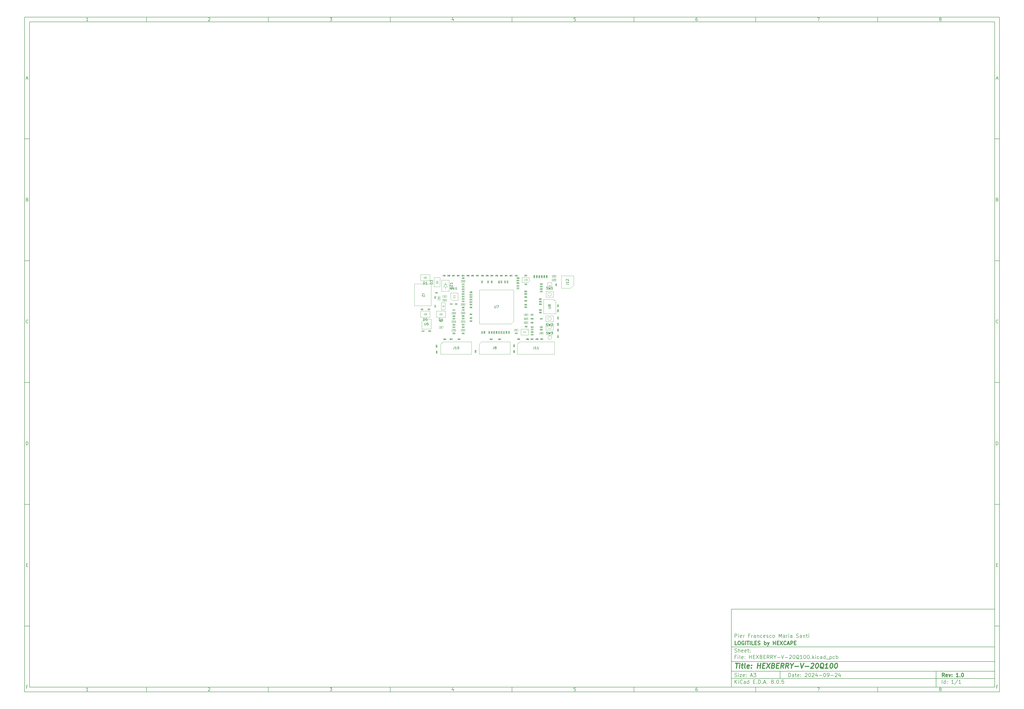
<source format=gbr>
%TF.GenerationSoftware,KiCad,Pcbnew,8.0.5-8.0.5-0~ubuntu24.04.1*%
%TF.CreationDate,2024-09-24T12:38:39+02:00*%
%TF.ProjectId,HEXBERRY-V-20Q100,48455842-4552-4525-992d-562d32305131,1.0*%
%TF.SameCoordinates,PX5f5e100PY5f5e100*%
%TF.FileFunction,AssemblyDrawing,Top*%
%FSLAX46Y46*%
G04 Gerber Fmt 4.6, Leading zero omitted, Abs format (unit mm)*
G04 Created by KiCad (PCBNEW 8.0.5-8.0.5-0~ubuntu24.04.1) date 2024-09-24 12:38:39*
%MOMM*%
%LPD*%
G01*
G04 APERTURE LIST*
%ADD10C,0.100000*%
%ADD11C,0.150000*%
%ADD12C,0.300000*%
%ADD13C,0.400000*%
%ADD14C,0.040000*%
%ADD15C,0.105000*%
%ADD16C,0.060000*%
%ADD17C,0.050000*%
%ADD18C,0.110000*%
%ADD19C,0.140000*%
G04 APERTURE END LIST*
D10*
D11*
X199989000Y-153002200D02*
X307989000Y-153002200D01*
X307989000Y-185002200D01*
X199989000Y-185002200D01*
X199989000Y-153002200D01*
D10*
D11*
X-90000000Y90000000D02*
X309989000Y90000000D01*
X309989000Y-187002200D01*
X-90000000Y-187002200D01*
X-90000000Y90000000D01*
D10*
D11*
X-88000000Y88000000D02*
X307989000Y88000000D01*
X307989000Y-185002200D01*
X-88000000Y-185002200D01*
X-88000000Y88000000D01*
D10*
D11*
X-40000000Y88000000D02*
X-40000000Y90000000D01*
D10*
D11*
X10000000Y88000000D02*
X10000000Y90000000D01*
D10*
D11*
X60000000Y88000000D02*
X60000000Y90000000D01*
D10*
D11*
X110000000Y88000000D02*
X110000000Y90000000D01*
D10*
D11*
X160000000Y88000000D02*
X160000000Y90000000D01*
D10*
D11*
X210000000Y88000000D02*
X210000000Y90000000D01*
D10*
D11*
X260000000Y88000000D02*
X260000000Y90000000D01*
D10*
D11*
X-63910840Y88406396D02*
X-64653697Y88406396D01*
X-64282269Y88406396D02*
X-64282269Y89706396D01*
X-64282269Y89706396D02*
X-64406078Y89520681D01*
X-64406078Y89520681D02*
X-64529888Y89396872D01*
X-64529888Y89396872D02*
X-64653697Y89334967D01*
D10*
D11*
X-14653697Y89582586D02*
X-14591793Y89644491D01*
X-14591793Y89644491D02*
X-14467983Y89706396D01*
X-14467983Y89706396D02*
X-14158459Y89706396D01*
X-14158459Y89706396D02*
X-14034650Y89644491D01*
X-14034650Y89644491D02*
X-13972745Y89582586D01*
X-13972745Y89582586D02*
X-13910840Y89458777D01*
X-13910840Y89458777D02*
X-13910840Y89334967D01*
X-13910840Y89334967D02*
X-13972745Y89149253D01*
X-13972745Y89149253D02*
X-14715602Y88406396D01*
X-14715602Y88406396D02*
X-13910840Y88406396D01*
D10*
D11*
X35284398Y89706396D02*
X36089160Y89706396D01*
X36089160Y89706396D02*
X35655826Y89211158D01*
X35655826Y89211158D02*
X35841541Y89211158D01*
X35841541Y89211158D02*
X35965350Y89149253D01*
X35965350Y89149253D02*
X36027255Y89087348D01*
X36027255Y89087348D02*
X36089160Y88963539D01*
X36089160Y88963539D02*
X36089160Y88654015D01*
X36089160Y88654015D02*
X36027255Y88530205D01*
X36027255Y88530205D02*
X35965350Y88468300D01*
X35965350Y88468300D02*
X35841541Y88406396D01*
X35841541Y88406396D02*
X35470112Y88406396D01*
X35470112Y88406396D02*
X35346303Y88468300D01*
X35346303Y88468300D02*
X35284398Y88530205D01*
D10*
D11*
X85965350Y89273062D02*
X85965350Y88406396D01*
X85655826Y89768300D02*
X85346303Y88839729D01*
X85346303Y88839729D02*
X86151064Y88839729D01*
D10*
D11*
X136027255Y89706396D02*
X135408207Y89706396D01*
X135408207Y89706396D02*
X135346303Y89087348D01*
X135346303Y89087348D02*
X135408207Y89149253D01*
X135408207Y89149253D02*
X135532017Y89211158D01*
X135532017Y89211158D02*
X135841541Y89211158D01*
X135841541Y89211158D02*
X135965350Y89149253D01*
X135965350Y89149253D02*
X136027255Y89087348D01*
X136027255Y89087348D02*
X136089160Y88963539D01*
X136089160Y88963539D02*
X136089160Y88654015D01*
X136089160Y88654015D02*
X136027255Y88530205D01*
X136027255Y88530205D02*
X135965350Y88468300D01*
X135965350Y88468300D02*
X135841541Y88406396D01*
X135841541Y88406396D02*
X135532017Y88406396D01*
X135532017Y88406396D02*
X135408207Y88468300D01*
X135408207Y88468300D02*
X135346303Y88530205D01*
D10*
D11*
X185965350Y89706396D02*
X185717731Y89706396D01*
X185717731Y89706396D02*
X185593922Y89644491D01*
X185593922Y89644491D02*
X185532017Y89582586D01*
X185532017Y89582586D02*
X185408207Y89396872D01*
X185408207Y89396872D02*
X185346303Y89149253D01*
X185346303Y89149253D02*
X185346303Y88654015D01*
X185346303Y88654015D02*
X185408207Y88530205D01*
X185408207Y88530205D02*
X185470112Y88468300D01*
X185470112Y88468300D02*
X185593922Y88406396D01*
X185593922Y88406396D02*
X185841541Y88406396D01*
X185841541Y88406396D02*
X185965350Y88468300D01*
X185965350Y88468300D02*
X186027255Y88530205D01*
X186027255Y88530205D02*
X186089160Y88654015D01*
X186089160Y88654015D02*
X186089160Y88963539D01*
X186089160Y88963539D02*
X186027255Y89087348D01*
X186027255Y89087348D02*
X185965350Y89149253D01*
X185965350Y89149253D02*
X185841541Y89211158D01*
X185841541Y89211158D02*
X185593922Y89211158D01*
X185593922Y89211158D02*
X185470112Y89149253D01*
X185470112Y89149253D02*
X185408207Y89087348D01*
X185408207Y89087348D02*
X185346303Y88963539D01*
D10*
D11*
X235284398Y89706396D02*
X236151064Y89706396D01*
X236151064Y89706396D02*
X235593922Y88406396D01*
D10*
D11*
X285593922Y89149253D02*
X285470112Y89211158D01*
X285470112Y89211158D02*
X285408207Y89273062D01*
X285408207Y89273062D02*
X285346303Y89396872D01*
X285346303Y89396872D02*
X285346303Y89458777D01*
X285346303Y89458777D02*
X285408207Y89582586D01*
X285408207Y89582586D02*
X285470112Y89644491D01*
X285470112Y89644491D02*
X285593922Y89706396D01*
X285593922Y89706396D02*
X285841541Y89706396D01*
X285841541Y89706396D02*
X285965350Y89644491D01*
X285965350Y89644491D02*
X286027255Y89582586D01*
X286027255Y89582586D02*
X286089160Y89458777D01*
X286089160Y89458777D02*
X286089160Y89396872D01*
X286089160Y89396872D02*
X286027255Y89273062D01*
X286027255Y89273062D02*
X285965350Y89211158D01*
X285965350Y89211158D02*
X285841541Y89149253D01*
X285841541Y89149253D02*
X285593922Y89149253D01*
X285593922Y89149253D02*
X285470112Y89087348D01*
X285470112Y89087348D02*
X285408207Y89025443D01*
X285408207Y89025443D02*
X285346303Y88901634D01*
X285346303Y88901634D02*
X285346303Y88654015D01*
X285346303Y88654015D02*
X285408207Y88530205D01*
X285408207Y88530205D02*
X285470112Y88468300D01*
X285470112Y88468300D02*
X285593922Y88406396D01*
X285593922Y88406396D02*
X285841541Y88406396D01*
X285841541Y88406396D02*
X285965350Y88468300D01*
X285965350Y88468300D02*
X286027255Y88530205D01*
X286027255Y88530205D02*
X286089160Y88654015D01*
X286089160Y88654015D02*
X286089160Y88901634D01*
X286089160Y88901634D02*
X286027255Y89025443D01*
X286027255Y89025443D02*
X285965350Y89087348D01*
X285965350Y89087348D02*
X285841541Y89149253D01*
D10*
D11*
X-40000000Y-185002200D02*
X-40000000Y-187002200D01*
D10*
D11*
X10000000Y-185002200D02*
X10000000Y-187002200D01*
D10*
D11*
X60000000Y-185002200D02*
X60000000Y-187002200D01*
D10*
D11*
X110000000Y-185002200D02*
X110000000Y-187002200D01*
D10*
D11*
X160000000Y-185002200D02*
X160000000Y-187002200D01*
D10*
D11*
X210000000Y-185002200D02*
X210000000Y-187002200D01*
D10*
D11*
X260000000Y-185002200D02*
X260000000Y-187002200D01*
D10*
D11*
X-63910840Y-186595804D02*
X-64653697Y-186595804D01*
X-64282269Y-186595804D02*
X-64282269Y-185295804D01*
X-64282269Y-185295804D02*
X-64406078Y-185481519D01*
X-64406078Y-185481519D02*
X-64529888Y-185605328D01*
X-64529888Y-185605328D02*
X-64653697Y-185667233D01*
D10*
D11*
X-14653697Y-185419614D02*
X-14591793Y-185357709D01*
X-14591793Y-185357709D02*
X-14467983Y-185295804D01*
X-14467983Y-185295804D02*
X-14158459Y-185295804D01*
X-14158459Y-185295804D02*
X-14034650Y-185357709D01*
X-14034650Y-185357709D02*
X-13972745Y-185419614D01*
X-13972745Y-185419614D02*
X-13910840Y-185543423D01*
X-13910840Y-185543423D02*
X-13910840Y-185667233D01*
X-13910840Y-185667233D02*
X-13972745Y-185852947D01*
X-13972745Y-185852947D02*
X-14715602Y-186595804D01*
X-14715602Y-186595804D02*
X-13910840Y-186595804D01*
D10*
D11*
X35284398Y-185295804D02*
X36089160Y-185295804D01*
X36089160Y-185295804D02*
X35655826Y-185791042D01*
X35655826Y-185791042D02*
X35841541Y-185791042D01*
X35841541Y-185791042D02*
X35965350Y-185852947D01*
X35965350Y-185852947D02*
X36027255Y-185914852D01*
X36027255Y-185914852D02*
X36089160Y-186038661D01*
X36089160Y-186038661D02*
X36089160Y-186348185D01*
X36089160Y-186348185D02*
X36027255Y-186471995D01*
X36027255Y-186471995D02*
X35965350Y-186533900D01*
X35965350Y-186533900D02*
X35841541Y-186595804D01*
X35841541Y-186595804D02*
X35470112Y-186595804D01*
X35470112Y-186595804D02*
X35346303Y-186533900D01*
X35346303Y-186533900D02*
X35284398Y-186471995D01*
D10*
D11*
X85965350Y-185729138D02*
X85965350Y-186595804D01*
X85655826Y-185233900D02*
X85346303Y-186162471D01*
X85346303Y-186162471D02*
X86151064Y-186162471D01*
D10*
D11*
X136027255Y-185295804D02*
X135408207Y-185295804D01*
X135408207Y-185295804D02*
X135346303Y-185914852D01*
X135346303Y-185914852D02*
X135408207Y-185852947D01*
X135408207Y-185852947D02*
X135532017Y-185791042D01*
X135532017Y-185791042D02*
X135841541Y-185791042D01*
X135841541Y-185791042D02*
X135965350Y-185852947D01*
X135965350Y-185852947D02*
X136027255Y-185914852D01*
X136027255Y-185914852D02*
X136089160Y-186038661D01*
X136089160Y-186038661D02*
X136089160Y-186348185D01*
X136089160Y-186348185D02*
X136027255Y-186471995D01*
X136027255Y-186471995D02*
X135965350Y-186533900D01*
X135965350Y-186533900D02*
X135841541Y-186595804D01*
X135841541Y-186595804D02*
X135532017Y-186595804D01*
X135532017Y-186595804D02*
X135408207Y-186533900D01*
X135408207Y-186533900D02*
X135346303Y-186471995D01*
D10*
D11*
X185965350Y-185295804D02*
X185717731Y-185295804D01*
X185717731Y-185295804D02*
X185593922Y-185357709D01*
X185593922Y-185357709D02*
X185532017Y-185419614D01*
X185532017Y-185419614D02*
X185408207Y-185605328D01*
X185408207Y-185605328D02*
X185346303Y-185852947D01*
X185346303Y-185852947D02*
X185346303Y-186348185D01*
X185346303Y-186348185D02*
X185408207Y-186471995D01*
X185408207Y-186471995D02*
X185470112Y-186533900D01*
X185470112Y-186533900D02*
X185593922Y-186595804D01*
X185593922Y-186595804D02*
X185841541Y-186595804D01*
X185841541Y-186595804D02*
X185965350Y-186533900D01*
X185965350Y-186533900D02*
X186027255Y-186471995D01*
X186027255Y-186471995D02*
X186089160Y-186348185D01*
X186089160Y-186348185D02*
X186089160Y-186038661D01*
X186089160Y-186038661D02*
X186027255Y-185914852D01*
X186027255Y-185914852D02*
X185965350Y-185852947D01*
X185965350Y-185852947D02*
X185841541Y-185791042D01*
X185841541Y-185791042D02*
X185593922Y-185791042D01*
X185593922Y-185791042D02*
X185470112Y-185852947D01*
X185470112Y-185852947D02*
X185408207Y-185914852D01*
X185408207Y-185914852D02*
X185346303Y-186038661D01*
D10*
D11*
X235284398Y-185295804D02*
X236151064Y-185295804D01*
X236151064Y-185295804D02*
X235593922Y-186595804D01*
D10*
D11*
X285593922Y-185852947D02*
X285470112Y-185791042D01*
X285470112Y-185791042D02*
X285408207Y-185729138D01*
X285408207Y-185729138D02*
X285346303Y-185605328D01*
X285346303Y-185605328D02*
X285346303Y-185543423D01*
X285346303Y-185543423D02*
X285408207Y-185419614D01*
X285408207Y-185419614D02*
X285470112Y-185357709D01*
X285470112Y-185357709D02*
X285593922Y-185295804D01*
X285593922Y-185295804D02*
X285841541Y-185295804D01*
X285841541Y-185295804D02*
X285965350Y-185357709D01*
X285965350Y-185357709D02*
X286027255Y-185419614D01*
X286027255Y-185419614D02*
X286089160Y-185543423D01*
X286089160Y-185543423D02*
X286089160Y-185605328D01*
X286089160Y-185605328D02*
X286027255Y-185729138D01*
X286027255Y-185729138D02*
X285965350Y-185791042D01*
X285965350Y-185791042D02*
X285841541Y-185852947D01*
X285841541Y-185852947D02*
X285593922Y-185852947D01*
X285593922Y-185852947D02*
X285470112Y-185914852D01*
X285470112Y-185914852D02*
X285408207Y-185976757D01*
X285408207Y-185976757D02*
X285346303Y-186100566D01*
X285346303Y-186100566D02*
X285346303Y-186348185D01*
X285346303Y-186348185D02*
X285408207Y-186471995D01*
X285408207Y-186471995D02*
X285470112Y-186533900D01*
X285470112Y-186533900D02*
X285593922Y-186595804D01*
X285593922Y-186595804D02*
X285841541Y-186595804D01*
X285841541Y-186595804D02*
X285965350Y-186533900D01*
X285965350Y-186533900D02*
X286027255Y-186471995D01*
X286027255Y-186471995D02*
X286089160Y-186348185D01*
X286089160Y-186348185D02*
X286089160Y-186100566D01*
X286089160Y-186100566D02*
X286027255Y-185976757D01*
X286027255Y-185976757D02*
X285965350Y-185914852D01*
X285965350Y-185914852D02*
X285841541Y-185852947D01*
D10*
D11*
X-90000000Y40000000D02*
X-88000000Y40000000D01*
D10*
D11*
X-90000000Y-10000000D02*
X-88000000Y-10000000D01*
D10*
D11*
X-90000000Y-60000000D02*
X-88000000Y-60000000D01*
D10*
D11*
X-90000000Y-110000000D02*
X-88000000Y-110000000D01*
D10*
D11*
X-90000000Y-160000000D02*
X-88000000Y-160000000D01*
D10*
D11*
X-89309524Y64777824D02*
X-88690477Y64777824D01*
X-89433334Y64406396D02*
X-89000001Y65706396D01*
X-89000001Y65706396D02*
X-88566667Y64406396D01*
D10*
D11*
X-88907143Y15087348D02*
X-88721429Y15025443D01*
X-88721429Y15025443D02*
X-88659524Y14963539D01*
X-88659524Y14963539D02*
X-88597620Y14839729D01*
X-88597620Y14839729D02*
X-88597620Y14654015D01*
X-88597620Y14654015D02*
X-88659524Y14530205D01*
X-88659524Y14530205D02*
X-88721429Y14468300D01*
X-88721429Y14468300D02*
X-88845239Y14406396D01*
X-88845239Y14406396D02*
X-89340477Y14406396D01*
X-89340477Y14406396D02*
X-89340477Y15706396D01*
X-89340477Y15706396D02*
X-88907143Y15706396D01*
X-88907143Y15706396D02*
X-88783334Y15644491D01*
X-88783334Y15644491D02*
X-88721429Y15582586D01*
X-88721429Y15582586D02*
X-88659524Y15458777D01*
X-88659524Y15458777D02*
X-88659524Y15334967D01*
X-88659524Y15334967D02*
X-88721429Y15211158D01*
X-88721429Y15211158D02*
X-88783334Y15149253D01*
X-88783334Y15149253D02*
X-88907143Y15087348D01*
X-88907143Y15087348D02*
X-89340477Y15087348D01*
D10*
D11*
X-88597620Y-35469795D02*
X-88659524Y-35531700D01*
X-88659524Y-35531700D02*
X-88845239Y-35593604D01*
X-88845239Y-35593604D02*
X-88969048Y-35593604D01*
X-88969048Y-35593604D02*
X-89154762Y-35531700D01*
X-89154762Y-35531700D02*
X-89278572Y-35407890D01*
X-89278572Y-35407890D02*
X-89340477Y-35284080D01*
X-89340477Y-35284080D02*
X-89402381Y-35036461D01*
X-89402381Y-35036461D02*
X-89402381Y-34850747D01*
X-89402381Y-34850747D02*
X-89340477Y-34603128D01*
X-89340477Y-34603128D02*
X-89278572Y-34479319D01*
X-89278572Y-34479319D02*
X-89154762Y-34355509D01*
X-89154762Y-34355509D02*
X-88969048Y-34293604D01*
X-88969048Y-34293604D02*
X-88845239Y-34293604D01*
X-88845239Y-34293604D02*
X-88659524Y-34355509D01*
X-88659524Y-34355509D02*
X-88597620Y-34417414D01*
D10*
D11*
X-89340477Y-85593604D02*
X-89340477Y-84293604D01*
X-89340477Y-84293604D02*
X-89030953Y-84293604D01*
X-89030953Y-84293604D02*
X-88845239Y-84355509D01*
X-88845239Y-84355509D02*
X-88721429Y-84479319D01*
X-88721429Y-84479319D02*
X-88659524Y-84603128D01*
X-88659524Y-84603128D02*
X-88597620Y-84850747D01*
X-88597620Y-84850747D02*
X-88597620Y-85036461D01*
X-88597620Y-85036461D02*
X-88659524Y-85284080D01*
X-88659524Y-85284080D02*
X-88721429Y-85407890D01*
X-88721429Y-85407890D02*
X-88845239Y-85531700D01*
X-88845239Y-85531700D02*
X-89030953Y-85593604D01*
X-89030953Y-85593604D02*
X-89340477Y-85593604D01*
D10*
D11*
X-89278572Y-134912652D02*
X-88845238Y-134912652D01*
X-88659524Y-135593604D02*
X-89278572Y-135593604D01*
X-89278572Y-135593604D02*
X-89278572Y-134293604D01*
X-89278572Y-134293604D02*
X-88659524Y-134293604D01*
D10*
D11*
X-88814286Y-184912652D02*
X-89247620Y-184912652D01*
X-89247620Y-185593604D02*
X-89247620Y-184293604D01*
X-89247620Y-184293604D02*
X-88628572Y-184293604D01*
D10*
D11*
X309989000Y40000000D02*
X307989000Y40000000D01*
D10*
D11*
X309989000Y-10000000D02*
X307989000Y-10000000D01*
D10*
D11*
X309989000Y-60000000D02*
X307989000Y-60000000D01*
D10*
D11*
X309989000Y-110000000D02*
X307989000Y-110000000D01*
D10*
D11*
X309989000Y-160000000D02*
X307989000Y-160000000D01*
D10*
D11*
X308679476Y64777824D02*
X309298523Y64777824D01*
X308555666Y64406396D02*
X308988999Y65706396D01*
X308988999Y65706396D02*
X309422333Y64406396D01*
D10*
D11*
X309081857Y15087348D02*
X309267571Y15025443D01*
X309267571Y15025443D02*
X309329476Y14963539D01*
X309329476Y14963539D02*
X309391380Y14839729D01*
X309391380Y14839729D02*
X309391380Y14654015D01*
X309391380Y14654015D02*
X309329476Y14530205D01*
X309329476Y14530205D02*
X309267571Y14468300D01*
X309267571Y14468300D02*
X309143761Y14406396D01*
X309143761Y14406396D02*
X308648523Y14406396D01*
X308648523Y14406396D02*
X308648523Y15706396D01*
X308648523Y15706396D02*
X309081857Y15706396D01*
X309081857Y15706396D02*
X309205666Y15644491D01*
X309205666Y15644491D02*
X309267571Y15582586D01*
X309267571Y15582586D02*
X309329476Y15458777D01*
X309329476Y15458777D02*
X309329476Y15334967D01*
X309329476Y15334967D02*
X309267571Y15211158D01*
X309267571Y15211158D02*
X309205666Y15149253D01*
X309205666Y15149253D02*
X309081857Y15087348D01*
X309081857Y15087348D02*
X308648523Y15087348D01*
D10*
D11*
X309391380Y-35469795D02*
X309329476Y-35531700D01*
X309329476Y-35531700D02*
X309143761Y-35593604D01*
X309143761Y-35593604D02*
X309019952Y-35593604D01*
X309019952Y-35593604D02*
X308834238Y-35531700D01*
X308834238Y-35531700D02*
X308710428Y-35407890D01*
X308710428Y-35407890D02*
X308648523Y-35284080D01*
X308648523Y-35284080D02*
X308586619Y-35036461D01*
X308586619Y-35036461D02*
X308586619Y-34850747D01*
X308586619Y-34850747D02*
X308648523Y-34603128D01*
X308648523Y-34603128D02*
X308710428Y-34479319D01*
X308710428Y-34479319D02*
X308834238Y-34355509D01*
X308834238Y-34355509D02*
X309019952Y-34293604D01*
X309019952Y-34293604D02*
X309143761Y-34293604D01*
X309143761Y-34293604D02*
X309329476Y-34355509D01*
X309329476Y-34355509D02*
X309391380Y-34417414D01*
D10*
D11*
X308648523Y-85593604D02*
X308648523Y-84293604D01*
X308648523Y-84293604D02*
X308958047Y-84293604D01*
X308958047Y-84293604D02*
X309143761Y-84355509D01*
X309143761Y-84355509D02*
X309267571Y-84479319D01*
X309267571Y-84479319D02*
X309329476Y-84603128D01*
X309329476Y-84603128D02*
X309391380Y-84850747D01*
X309391380Y-84850747D02*
X309391380Y-85036461D01*
X309391380Y-85036461D02*
X309329476Y-85284080D01*
X309329476Y-85284080D02*
X309267571Y-85407890D01*
X309267571Y-85407890D02*
X309143761Y-85531700D01*
X309143761Y-85531700D02*
X308958047Y-85593604D01*
X308958047Y-85593604D02*
X308648523Y-85593604D01*
D10*
D11*
X308710428Y-134912652D02*
X309143762Y-134912652D01*
X309329476Y-135593604D02*
X308710428Y-135593604D01*
X308710428Y-135593604D02*
X308710428Y-134293604D01*
X308710428Y-134293604D02*
X309329476Y-134293604D01*
D10*
D11*
X309174714Y-184912652D02*
X308741380Y-184912652D01*
X308741380Y-185593604D02*
X308741380Y-184293604D01*
X308741380Y-184293604D02*
X309360428Y-184293604D01*
D10*
D11*
X223444826Y-180788328D02*
X223444826Y-179288328D01*
X223444826Y-179288328D02*
X223801969Y-179288328D01*
X223801969Y-179288328D02*
X224016255Y-179359757D01*
X224016255Y-179359757D02*
X224159112Y-179502614D01*
X224159112Y-179502614D02*
X224230541Y-179645471D01*
X224230541Y-179645471D02*
X224301969Y-179931185D01*
X224301969Y-179931185D02*
X224301969Y-180145471D01*
X224301969Y-180145471D02*
X224230541Y-180431185D01*
X224230541Y-180431185D02*
X224159112Y-180574042D01*
X224159112Y-180574042D02*
X224016255Y-180716900D01*
X224016255Y-180716900D02*
X223801969Y-180788328D01*
X223801969Y-180788328D02*
X223444826Y-180788328D01*
X225587684Y-180788328D02*
X225587684Y-180002614D01*
X225587684Y-180002614D02*
X225516255Y-179859757D01*
X225516255Y-179859757D02*
X225373398Y-179788328D01*
X225373398Y-179788328D02*
X225087684Y-179788328D01*
X225087684Y-179788328D02*
X224944826Y-179859757D01*
X225587684Y-180716900D02*
X225444826Y-180788328D01*
X225444826Y-180788328D02*
X225087684Y-180788328D01*
X225087684Y-180788328D02*
X224944826Y-180716900D01*
X224944826Y-180716900D02*
X224873398Y-180574042D01*
X224873398Y-180574042D02*
X224873398Y-180431185D01*
X224873398Y-180431185D02*
X224944826Y-180288328D01*
X224944826Y-180288328D02*
X225087684Y-180216900D01*
X225087684Y-180216900D02*
X225444826Y-180216900D01*
X225444826Y-180216900D02*
X225587684Y-180145471D01*
X226087684Y-179788328D02*
X226659112Y-179788328D01*
X226301969Y-179288328D02*
X226301969Y-180574042D01*
X226301969Y-180574042D02*
X226373398Y-180716900D01*
X226373398Y-180716900D02*
X226516255Y-180788328D01*
X226516255Y-180788328D02*
X226659112Y-180788328D01*
X227730541Y-180716900D02*
X227587684Y-180788328D01*
X227587684Y-180788328D02*
X227301970Y-180788328D01*
X227301970Y-180788328D02*
X227159112Y-180716900D01*
X227159112Y-180716900D02*
X227087684Y-180574042D01*
X227087684Y-180574042D02*
X227087684Y-180002614D01*
X227087684Y-180002614D02*
X227159112Y-179859757D01*
X227159112Y-179859757D02*
X227301970Y-179788328D01*
X227301970Y-179788328D02*
X227587684Y-179788328D01*
X227587684Y-179788328D02*
X227730541Y-179859757D01*
X227730541Y-179859757D02*
X227801970Y-180002614D01*
X227801970Y-180002614D02*
X227801970Y-180145471D01*
X227801970Y-180145471D02*
X227087684Y-180288328D01*
X228444826Y-180645471D02*
X228516255Y-180716900D01*
X228516255Y-180716900D02*
X228444826Y-180788328D01*
X228444826Y-180788328D02*
X228373398Y-180716900D01*
X228373398Y-180716900D02*
X228444826Y-180645471D01*
X228444826Y-180645471D02*
X228444826Y-180788328D01*
X228444826Y-179859757D02*
X228516255Y-179931185D01*
X228516255Y-179931185D02*
X228444826Y-180002614D01*
X228444826Y-180002614D02*
X228373398Y-179931185D01*
X228373398Y-179931185D02*
X228444826Y-179859757D01*
X228444826Y-179859757D02*
X228444826Y-180002614D01*
X230230541Y-179431185D02*
X230301969Y-179359757D01*
X230301969Y-179359757D02*
X230444827Y-179288328D01*
X230444827Y-179288328D02*
X230801969Y-179288328D01*
X230801969Y-179288328D02*
X230944827Y-179359757D01*
X230944827Y-179359757D02*
X231016255Y-179431185D01*
X231016255Y-179431185D02*
X231087684Y-179574042D01*
X231087684Y-179574042D02*
X231087684Y-179716900D01*
X231087684Y-179716900D02*
X231016255Y-179931185D01*
X231016255Y-179931185D02*
X230159112Y-180788328D01*
X230159112Y-180788328D02*
X231087684Y-180788328D01*
X232016255Y-179288328D02*
X232159112Y-179288328D01*
X232159112Y-179288328D02*
X232301969Y-179359757D01*
X232301969Y-179359757D02*
X232373398Y-179431185D01*
X232373398Y-179431185D02*
X232444826Y-179574042D01*
X232444826Y-179574042D02*
X232516255Y-179859757D01*
X232516255Y-179859757D02*
X232516255Y-180216900D01*
X232516255Y-180216900D02*
X232444826Y-180502614D01*
X232444826Y-180502614D02*
X232373398Y-180645471D01*
X232373398Y-180645471D02*
X232301969Y-180716900D01*
X232301969Y-180716900D02*
X232159112Y-180788328D01*
X232159112Y-180788328D02*
X232016255Y-180788328D01*
X232016255Y-180788328D02*
X231873398Y-180716900D01*
X231873398Y-180716900D02*
X231801969Y-180645471D01*
X231801969Y-180645471D02*
X231730540Y-180502614D01*
X231730540Y-180502614D02*
X231659112Y-180216900D01*
X231659112Y-180216900D02*
X231659112Y-179859757D01*
X231659112Y-179859757D02*
X231730540Y-179574042D01*
X231730540Y-179574042D02*
X231801969Y-179431185D01*
X231801969Y-179431185D02*
X231873398Y-179359757D01*
X231873398Y-179359757D02*
X232016255Y-179288328D01*
X233087683Y-179431185D02*
X233159111Y-179359757D01*
X233159111Y-179359757D02*
X233301969Y-179288328D01*
X233301969Y-179288328D02*
X233659111Y-179288328D01*
X233659111Y-179288328D02*
X233801969Y-179359757D01*
X233801969Y-179359757D02*
X233873397Y-179431185D01*
X233873397Y-179431185D02*
X233944826Y-179574042D01*
X233944826Y-179574042D02*
X233944826Y-179716900D01*
X233944826Y-179716900D02*
X233873397Y-179931185D01*
X233873397Y-179931185D02*
X233016254Y-180788328D01*
X233016254Y-180788328D02*
X233944826Y-180788328D01*
X235230540Y-179788328D02*
X235230540Y-180788328D01*
X234873397Y-179216900D02*
X234516254Y-180288328D01*
X234516254Y-180288328D02*
X235444825Y-180288328D01*
X236016253Y-180216900D02*
X237159111Y-180216900D01*
X238159111Y-179288328D02*
X238301968Y-179288328D01*
X238301968Y-179288328D02*
X238444825Y-179359757D01*
X238444825Y-179359757D02*
X238516254Y-179431185D01*
X238516254Y-179431185D02*
X238587682Y-179574042D01*
X238587682Y-179574042D02*
X238659111Y-179859757D01*
X238659111Y-179859757D02*
X238659111Y-180216900D01*
X238659111Y-180216900D02*
X238587682Y-180502614D01*
X238587682Y-180502614D02*
X238516254Y-180645471D01*
X238516254Y-180645471D02*
X238444825Y-180716900D01*
X238444825Y-180716900D02*
X238301968Y-180788328D01*
X238301968Y-180788328D02*
X238159111Y-180788328D01*
X238159111Y-180788328D02*
X238016254Y-180716900D01*
X238016254Y-180716900D02*
X237944825Y-180645471D01*
X237944825Y-180645471D02*
X237873396Y-180502614D01*
X237873396Y-180502614D02*
X237801968Y-180216900D01*
X237801968Y-180216900D02*
X237801968Y-179859757D01*
X237801968Y-179859757D02*
X237873396Y-179574042D01*
X237873396Y-179574042D02*
X237944825Y-179431185D01*
X237944825Y-179431185D02*
X238016254Y-179359757D01*
X238016254Y-179359757D02*
X238159111Y-179288328D01*
X239373396Y-180788328D02*
X239659110Y-180788328D01*
X239659110Y-180788328D02*
X239801967Y-180716900D01*
X239801967Y-180716900D02*
X239873396Y-180645471D01*
X239873396Y-180645471D02*
X240016253Y-180431185D01*
X240016253Y-180431185D02*
X240087682Y-180145471D01*
X240087682Y-180145471D02*
X240087682Y-179574042D01*
X240087682Y-179574042D02*
X240016253Y-179431185D01*
X240016253Y-179431185D02*
X239944825Y-179359757D01*
X239944825Y-179359757D02*
X239801967Y-179288328D01*
X239801967Y-179288328D02*
X239516253Y-179288328D01*
X239516253Y-179288328D02*
X239373396Y-179359757D01*
X239373396Y-179359757D02*
X239301967Y-179431185D01*
X239301967Y-179431185D02*
X239230539Y-179574042D01*
X239230539Y-179574042D02*
X239230539Y-179931185D01*
X239230539Y-179931185D02*
X239301967Y-180074042D01*
X239301967Y-180074042D02*
X239373396Y-180145471D01*
X239373396Y-180145471D02*
X239516253Y-180216900D01*
X239516253Y-180216900D02*
X239801967Y-180216900D01*
X239801967Y-180216900D02*
X239944825Y-180145471D01*
X239944825Y-180145471D02*
X240016253Y-180074042D01*
X240016253Y-180074042D02*
X240087682Y-179931185D01*
X240730538Y-180216900D02*
X241873396Y-180216900D01*
X242516253Y-179431185D02*
X242587681Y-179359757D01*
X242587681Y-179359757D02*
X242730539Y-179288328D01*
X242730539Y-179288328D02*
X243087681Y-179288328D01*
X243087681Y-179288328D02*
X243230539Y-179359757D01*
X243230539Y-179359757D02*
X243301967Y-179431185D01*
X243301967Y-179431185D02*
X243373396Y-179574042D01*
X243373396Y-179574042D02*
X243373396Y-179716900D01*
X243373396Y-179716900D02*
X243301967Y-179931185D01*
X243301967Y-179931185D02*
X242444824Y-180788328D01*
X242444824Y-180788328D02*
X243373396Y-180788328D01*
X244659110Y-179788328D02*
X244659110Y-180788328D01*
X244301967Y-179216900D02*
X243944824Y-180288328D01*
X243944824Y-180288328D02*
X244873395Y-180288328D01*
D10*
D11*
X199989000Y-181502200D02*
X307989000Y-181502200D01*
D10*
D11*
X201444826Y-183588328D02*
X201444826Y-182088328D01*
X202301969Y-183588328D02*
X201659112Y-182731185D01*
X202301969Y-182088328D02*
X201444826Y-182945471D01*
X202944826Y-183588328D02*
X202944826Y-182588328D01*
X202944826Y-182088328D02*
X202873398Y-182159757D01*
X202873398Y-182159757D02*
X202944826Y-182231185D01*
X202944826Y-182231185D02*
X203016255Y-182159757D01*
X203016255Y-182159757D02*
X202944826Y-182088328D01*
X202944826Y-182088328D02*
X202944826Y-182231185D01*
X204516255Y-183445471D02*
X204444827Y-183516900D01*
X204444827Y-183516900D02*
X204230541Y-183588328D01*
X204230541Y-183588328D02*
X204087684Y-183588328D01*
X204087684Y-183588328D02*
X203873398Y-183516900D01*
X203873398Y-183516900D02*
X203730541Y-183374042D01*
X203730541Y-183374042D02*
X203659112Y-183231185D01*
X203659112Y-183231185D02*
X203587684Y-182945471D01*
X203587684Y-182945471D02*
X203587684Y-182731185D01*
X203587684Y-182731185D02*
X203659112Y-182445471D01*
X203659112Y-182445471D02*
X203730541Y-182302614D01*
X203730541Y-182302614D02*
X203873398Y-182159757D01*
X203873398Y-182159757D02*
X204087684Y-182088328D01*
X204087684Y-182088328D02*
X204230541Y-182088328D01*
X204230541Y-182088328D02*
X204444827Y-182159757D01*
X204444827Y-182159757D02*
X204516255Y-182231185D01*
X205801970Y-183588328D02*
X205801970Y-182802614D01*
X205801970Y-182802614D02*
X205730541Y-182659757D01*
X205730541Y-182659757D02*
X205587684Y-182588328D01*
X205587684Y-182588328D02*
X205301970Y-182588328D01*
X205301970Y-182588328D02*
X205159112Y-182659757D01*
X205801970Y-183516900D02*
X205659112Y-183588328D01*
X205659112Y-183588328D02*
X205301970Y-183588328D01*
X205301970Y-183588328D02*
X205159112Y-183516900D01*
X205159112Y-183516900D02*
X205087684Y-183374042D01*
X205087684Y-183374042D02*
X205087684Y-183231185D01*
X205087684Y-183231185D02*
X205159112Y-183088328D01*
X205159112Y-183088328D02*
X205301970Y-183016900D01*
X205301970Y-183016900D02*
X205659112Y-183016900D01*
X205659112Y-183016900D02*
X205801970Y-182945471D01*
X207159113Y-183588328D02*
X207159113Y-182088328D01*
X207159113Y-183516900D02*
X207016255Y-183588328D01*
X207016255Y-183588328D02*
X206730541Y-183588328D01*
X206730541Y-183588328D02*
X206587684Y-183516900D01*
X206587684Y-183516900D02*
X206516255Y-183445471D01*
X206516255Y-183445471D02*
X206444827Y-183302614D01*
X206444827Y-183302614D02*
X206444827Y-182874042D01*
X206444827Y-182874042D02*
X206516255Y-182731185D01*
X206516255Y-182731185D02*
X206587684Y-182659757D01*
X206587684Y-182659757D02*
X206730541Y-182588328D01*
X206730541Y-182588328D02*
X207016255Y-182588328D01*
X207016255Y-182588328D02*
X207159113Y-182659757D01*
X209016255Y-182802614D02*
X209516255Y-182802614D01*
X209730541Y-183588328D02*
X209016255Y-183588328D01*
X209016255Y-183588328D02*
X209016255Y-182088328D01*
X209016255Y-182088328D02*
X209730541Y-182088328D01*
X210373398Y-183445471D02*
X210444827Y-183516900D01*
X210444827Y-183516900D02*
X210373398Y-183588328D01*
X210373398Y-183588328D02*
X210301970Y-183516900D01*
X210301970Y-183516900D02*
X210373398Y-183445471D01*
X210373398Y-183445471D02*
X210373398Y-183588328D01*
X211087684Y-183588328D02*
X211087684Y-182088328D01*
X211087684Y-182088328D02*
X211444827Y-182088328D01*
X211444827Y-182088328D02*
X211659113Y-182159757D01*
X211659113Y-182159757D02*
X211801970Y-182302614D01*
X211801970Y-182302614D02*
X211873399Y-182445471D01*
X211873399Y-182445471D02*
X211944827Y-182731185D01*
X211944827Y-182731185D02*
X211944827Y-182945471D01*
X211944827Y-182945471D02*
X211873399Y-183231185D01*
X211873399Y-183231185D02*
X211801970Y-183374042D01*
X211801970Y-183374042D02*
X211659113Y-183516900D01*
X211659113Y-183516900D02*
X211444827Y-183588328D01*
X211444827Y-183588328D02*
X211087684Y-183588328D01*
X212587684Y-183445471D02*
X212659113Y-183516900D01*
X212659113Y-183516900D02*
X212587684Y-183588328D01*
X212587684Y-183588328D02*
X212516256Y-183516900D01*
X212516256Y-183516900D02*
X212587684Y-183445471D01*
X212587684Y-183445471D02*
X212587684Y-183588328D01*
X213230542Y-183159757D02*
X213944828Y-183159757D01*
X213087685Y-183588328D02*
X213587685Y-182088328D01*
X213587685Y-182088328D02*
X214087685Y-183588328D01*
X214587684Y-183445471D02*
X214659113Y-183516900D01*
X214659113Y-183516900D02*
X214587684Y-183588328D01*
X214587684Y-183588328D02*
X214516256Y-183516900D01*
X214516256Y-183516900D02*
X214587684Y-183445471D01*
X214587684Y-183445471D02*
X214587684Y-183588328D01*
X216659113Y-182731185D02*
X216516256Y-182659757D01*
X216516256Y-182659757D02*
X216444827Y-182588328D01*
X216444827Y-182588328D02*
X216373399Y-182445471D01*
X216373399Y-182445471D02*
X216373399Y-182374042D01*
X216373399Y-182374042D02*
X216444827Y-182231185D01*
X216444827Y-182231185D02*
X216516256Y-182159757D01*
X216516256Y-182159757D02*
X216659113Y-182088328D01*
X216659113Y-182088328D02*
X216944827Y-182088328D01*
X216944827Y-182088328D02*
X217087685Y-182159757D01*
X217087685Y-182159757D02*
X217159113Y-182231185D01*
X217159113Y-182231185D02*
X217230542Y-182374042D01*
X217230542Y-182374042D02*
X217230542Y-182445471D01*
X217230542Y-182445471D02*
X217159113Y-182588328D01*
X217159113Y-182588328D02*
X217087685Y-182659757D01*
X217087685Y-182659757D02*
X216944827Y-182731185D01*
X216944827Y-182731185D02*
X216659113Y-182731185D01*
X216659113Y-182731185D02*
X216516256Y-182802614D01*
X216516256Y-182802614D02*
X216444827Y-182874042D01*
X216444827Y-182874042D02*
X216373399Y-183016900D01*
X216373399Y-183016900D02*
X216373399Y-183302614D01*
X216373399Y-183302614D02*
X216444827Y-183445471D01*
X216444827Y-183445471D02*
X216516256Y-183516900D01*
X216516256Y-183516900D02*
X216659113Y-183588328D01*
X216659113Y-183588328D02*
X216944827Y-183588328D01*
X216944827Y-183588328D02*
X217087685Y-183516900D01*
X217087685Y-183516900D02*
X217159113Y-183445471D01*
X217159113Y-183445471D02*
X217230542Y-183302614D01*
X217230542Y-183302614D02*
X217230542Y-183016900D01*
X217230542Y-183016900D02*
X217159113Y-182874042D01*
X217159113Y-182874042D02*
X217087685Y-182802614D01*
X217087685Y-182802614D02*
X216944827Y-182731185D01*
X217873398Y-183445471D02*
X217944827Y-183516900D01*
X217944827Y-183516900D02*
X217873398Y-183588328D01*
X217873398Y-183588328D02*
X217801970Y-183516900D01*
X217801970Y-183516900D02*
X217873398Y-183445471D01*
X217873398Y-183445471D02*
X217873398Y-183588328D01*
X218873399Y-182088328D02*
X219016256Y-182088328D01*
X219016256Y-182088328D02*
X219159113Y-182159757D01*
X219159113Y-182159757D02*
X219230542Y-182231185D01*
X219230542Y-182231185D02*
X219301970Y-182374042D01*
X219301970Y-182374042D02*
X219373399Y-182659757D01*
X219373399Y-182659757D02*
X219373399Y-183016900D01*
X219373399Y-183016900D02*
X219301970Y-183302614D01*
X219301970Y-183302614D02*
X219230542Y-183445471D01*
X219230542Y-183445471D02*
X219159113Y-183516900D01*
X219159113Y-183516900D02*
X219016256Y-183588328D01*
X219016256Y-183588328D02*
X218873399Y-183588328D01*
X218873399Y-183588328D02*
X218730542Y-183516900D01*
X218730542Y-183516900D02*
X218659113Y-183445471D01*
X218659113Y-183445471D02*
X218587684Y-183302614D01*
X218587684Y-183302614D02*
X218516256Y-183016900D01*
X218516256Y-183016900D02*
X218516256Y-182659757D01*
X218516256Y-182659757D02*
X218587684Y-182374042D01*
X218587684Y-182374042D02*
X218659113Y-182231185D01*
X218659113Y-182231185D02*
X218730542Y-182159757D01*
X218730542Y-182159757D02*
X218873399Y-182088328D01*
X220016255Y-183445471D02*
X220087684Y-183516900D01*
X220087684Y-183516900D02*
X220016255Y-183588328D01*
X220016255Y-183588328D02*
X219944827Y-183516900D01*
X219944827Y-183516900D02*
X220016255Y-183445471D01*
X220016255Y-183445471D02*
X220016255Y-183588328D01*
X221444827Y-182088328D02*
X220730541Y-182088328D01*
X220730541Y-182088328D02*
X220659113Y-182802614D01*
X220659113Y-182802614D02*
X220730541Y-182731185D01*
X220730541Y-182731185D02*
X220873399Y-182659757D01*
X220873399Y-182659757D02*
X221230541Y-182659757D01*
X221230541Y-182659757D02*
X221373399Y-182731185D01*
X221373399Y-182731185D02*
X221444827Y-182802614D01*
X221444827Y-182802614D02*
X221516256Y-182945471D01*
X221516256Y-182945471D02*
X221516256Y-183302614D01*
X221516256Y-183302614D02*
X221444827Y-183445471D01*
X221444827Y-183445471D02*
X221373399Y-183516900D01*
X221373399Y-183516900D02*
X221230541Y-183588328D01*
X221230541Y-183588328D02*
X220873399Y-183588328D01*
X220873399Y-183588328D02*
X220730541Y-183516900D01*
X220730541Y-183516900D02*
X220659113Y-183445471D01*
D10*
D11*
X199989000Y-178502200D02*
X307989000Y-178502200D01*
D10*
D12*
X287400653Y-180780528D02*
X286900653Y-180066242D01*
X286543510Y-180780528D02*
X286543510Y-179280528D01*
X286543510Y-179280528D02*
X287114939Y-179280528D01*
X287114939Y-179280528D02*
X287257796Y-179351957D01*
X287257796Y-179351957D02*
X287329225Y-179423385D01*
X287329225Y-179423385D02*
X287400653Y-179566242D01*
X287400653Y-179566242D02*
X287400653Y-179780528D01*
X287400653Y-179780528D02*
X287329225Y-179923385D01*
X287329225Y-179923385D02*
X287257796Y-179994814D01*
X287257796Y-179994814D02*
X287114939Y-180066242D01*
X287114939Y-180066242D02*
X286543510Y-180066242D01*
X288614939Y-180709100D02*
X288472082Y-180780528D01*
X288472082Y-180780528D02*
X288186368Y-180780528D01*
X288186368Y-180780528D02*
X288043510Y-180709100D01*
X288043510Y-180709100D02*
X287972082Y-180566242D01*
X287972082Y-180566242D02*
X287972082Y-179994814D01*
X287972082Y-179994814D02*
X288043510Y-179851957D01*
X288043510Y-179851957D02*
X288186368Y-179780528D01*
X288186368Y-179780528D02*
X288472082Y-179780528D01*
X288472082Y-179780528D02*
X288614939Y-179851957D01*
X288614939Y-179851957D02*
X288686368Y-179994814D01*
X288686368Y-179994814D02*
X288686368Y-180137671D01*
X288686368Y-180137671D02*
X287972082Y-180280528D01*
X289186367Y-179780528D02*
X289543510Y-180780528D01*
X289543510Y-180780528D02*
X289900653Y-179780528D01*
X290472081Y-180637671D02*
X290543510Y-180709100D01*
X290543510Y-180709100D02*
X290472081Y-180780528D01*
X290472081Y-180780528D02*
X290400653Y-180709100D01*
X290400653Y-180709100D02*
X290472081Y-180637671D01*
X290472081Y-180637671D02*
X290472081Y-180780528D01*
X290472081Y-179851957D02*
X290543510Y-179923385D01*
X290543510Y-179923385D02*
X290472081Y-179994814D01*
X290472081Y-179994814D02*
X290400653Y-179923385D01*
X290400653Y-179923385D02*
X290472081Y-179851957D01*
X290472081Y-179851957D02*
X290472081Y-179994814D01*
X293114939Y-180780528D02*
X292257796Y-180780528D01*
X292686367Y-180780528D02*
X292686367Y-179280528D01*
X292686367Y-179280528D02*
X292543510Y-179494814D01*
X292543510Y-179494814D02*
X292400653Y-179637671D01*
X292400653Y-179637671D02*
X292257796Y-179709100D01*
X293757795Y-180637671D02*
X293829224Y-180709100D01*
X293829224Y-180709100D02*
X293757795Y-180780528D01*
X293757795Y-180780528D02*
X293686367Y-180709100D01*
X293686367Y-180709100D02*
X293757795Y-180637671D01*
X293757795Y-180637671D02*
X293757795Y-180780528D01*
X294757796Y-179280528D02*
X294900653Y-179280528D01*
X294900653Y-179280528D02*
X295043510Y-179351957D01*
X295043510Y-179351957D02*
X295114939Y-179423385D01*
X295114939Y-179423385D02*
X295186367Y-179566242D01*
X295186367Y-179566242D02*
X295257796Y-179851957D01*
X295257796Y-179851957D02*
X295257796Y-180209100D01*
X295257796Y-180209100D02*
X295186367Y-180494814D01*
X295186367Y-180494814D02*
X295114939Y-180637671D01*
X295114939Y-180637671D02*
X295043510Y-180709100D01*
X295043510Y-180709100D02*
X294900653Y-180780528D01*
X294900653Y-180780528D02*
X294757796Y-180780528D01*
X294757796Y-180780528D02*
X294614939Y-180709100D01*
X294614939Y-180709100D02*
X294543510Y-180637671D01*
X294543510Y-180637671D02*
X294472081Y-180494814D01*
X294472081Y-180494814D02*
X294400653Y-180209100D01*
X294400653Y-180209100D02*
X294400653Y-179851957D01*
X294400653Y-179851957D02*
X294472081Y-179566242D01*
X294472081Y-179566242D02*
X294543510Y-179423385D01*
X294543510Y-179423385D02*
X294614939Y-179351957D01*
X294614939Y-179351957D02*
X294757796Y-179280528D01*
D10*
D11*
X201373398Y-180716900D02*
X201587684Y-180788328D01*
X201587684Y-180788328D02*
X201944826Y-180788328D01*
X201944826Y-180788328D02*
X202087684Y-180716900D01*
X202087684Y-180716900D02*
X202159112Y-180645471D01*
X202159112Y-180645471D02*
X202230541Y-180502614D01*
X202230541Y-180502614D02*
X202230541Y-180359757D01*
X202230541Y-180359757D02*
X202159112Y-180216900D01*
X202159112Y-180216900D02*
X202087684Y-180145471D01*
X202087684Y-180145471D02*
X201944826Y-180074042D01*
X201944826Y-180074042D02*
X201659112Y-180002614D01*
X201659112Y-180002614D02*
X201516255Y-179931185D01*
X201516255Y-179931185D02*
X201444826Y-179859757D01*
X201444826Y-179859757D02*
X201373398Y-179716900D01*
X201373398Y-179716900D02*
X201373398Y-179574042D01*
X201373398Y-179574042D02*
X201444826Y-179431185D01*
X201444826Y-179431185D02*
X201516255Y-179359757D01*
X201516255Y-179359757D02*
X201659112Y-179288328D01*
X201659112Y-179288328D02*
X202016255Y-179288328D01*
X202016255Y-179288328D02*
X202230541Y-179359757D01*
X202873397Y-180788328D02*
X202873397Y-179788328D01*
X202873397Y-179288328D02*
X202801969Y-179359757D01*
X202801969Y-179359757D02*
X202873397Y-179431185D01*
X202873397Y-179431185D02*
X202944826Y-179359757D01*
X202944826Y-179359757D02*
X202873397Y-179288328D01*
X202873397Y-179288328D02*
X202873397Y-179431185D01*
X203444826Y-179788328D02*
X204230541Y-179788328D01*
X204230541Y-179788328D02*
X203444826Y-180788328D01*
X203444826Y-180788328D02*
X204230541Y-180788328D01*
X205373398Y-180716900D02*
X205230541Y-180788328D01*
X205230541Y-180788328D02*
X204944827Y-180788328D01*
X204944827Y-180788328D02*
X204801969Y-180716900D01*
X204801969Y-180716900D02*
X204730541Y-180574042D01*
X204730541Y-180574042D02*
X204730541Y-180002614D01*
X204730541Y-180002614D02*
X204801969Y-179859757D01*
X204801969Y-179859757D02*
X204944827Y-179788328D01*
X204944827Y-179788328D02*
X205230541Y-179788328D01*
X205230541Y-179788328D02*
X205373398Y-179859757D01*
X205373398Y-179859757D02*
X205444827Y-180002614D01*
X205444827Y-180002614D02*
X205444827Y-180145471D01*
X205444827Y-180145471D02*
X204730541Y-180288328D01*
X206087683Y-180645471D02*
X206159112Y-180716900D01*
X206159112Y-180716900D02*
X206087683Y-180788328D01*
X206087683Y-180788328D02*
X206016255Y-180716900D01*
X206016255Y-180716900D02*
X206087683Y-180645471D01*
X206087683Y-180645471D02*
X206087683Y-180788328D01*
X206087683Y-179859757D02*
X206159112Y-179931185D01*
X206159112Y-179931185D02*
X206087683Y-180002614D01*
X206087683Y-180002614D02*
X206016255Y-179931185D01*
X206016255Y-179931185D02*
X206087683Y-179859757D01*
X206087683Y-179859757D02*
X206087683Y-180002614D01*
X207873398Y-180359757D02*
X208587684Y-180359757D01*
X207730541Y-180788328D02*
X208230541Y-179288328D01*
X208230541Y-179288328D02*
X208730541Y-180788328D01*
X209087683Y-179288328D02*
X210016255Y-179288328D01*
X210016255Y-179288328D02*
X209516255Y-179859757D01*
X209516255Y-179859757D02*
X209730540Y-179859757D01*
X209730540Y-179859757D02*
X209873398Y-179931185D01*
X209873398Y-179931185D02*
X209944826Y-180002614D01*
X209944826Y-180002614D02*
X210016255Y-180145471D01*
X210016255Y-180145471D02*
X210016255Y-180502614D01*
X210016255Y-180502614D02*
X209944826Y-180645471D01*
X209944826Y-180645471D02*
X209873398Y-180716900D01*
X209873398Y-180716900D02*
X209730540Y-180788328D01*
X209730540Y-180788328D02*
X209301969Y-180788328D01*
X209301969Y-180788328D02*
X209159112Y-180716900D01*
X209159112Y-180716900D02*
X209087683Y-180645471D01*
D10*
D11*
X286444826Y-183588328D02*
X286444826Y-182088328D01*
X287801970Y-183588328D02*
X287801970Y-182088328D01*
X287801970Y-183516900D02*
X287659112Y-183588328D01*
X287659112Y-183588328D02*
X287373398Y-183588328D01*
X287373398Y-183588328D02*
X287230541Y-183516900D01*
X287230541Y-183516900D02*
X287159112Y-183445471D01*
X287159112Y-183445471D02*
X287087684Y-183302614D01*
X287087684Y-183302614D02*
X287087684Y-182874042D01*
X287087684Y-182874042D02*
X287159112Y-182731185D01*
X287159112Y-182731185D02*
X287230541Y-182659757D01*
X287230541Y-182659757D02*
X287373398Y-182588328D01*
X287373398Y-182588328D02*
X287659112Y-182588328D01*
X287659112Y-182588328D02*
X287801970Y-182659757D01*
X288516255Y-183445471D02*
X288587684Y-183516900D01*
X288587684Y-183516900D02*
X288516255Y-183588328D01*
X288516255Y-183588328D02*
X288444827Y-183516900D01*
X288444827Y-183516900D02*
X288516255Y-183445471D01*
X288516255Y-183445471D02*
X288516255Y-183588328D01*
X288516255Y-182659757D02*
X288587684Y-182731185D01*
X288587684Y-182731185D02*
X288516255Y-182802614D01*
X288516255Y-182802614D02*
X288444827Y-182731185D01*
X288444827Y-182731185D02*
X288516255Y-182659757D01*
X288516255Y-182659757D02*
X288516255Y-182802614D01*
X291159113Y-183588328D02*
X290301970Y-183588328D01*
X290730541Y-183588328D02*
X290730541Y-182088328D01*
X290730541Y-182088328D02*
X290587684Y-182302614D01*
X290587684Y-182302614D02*
X290444827Y-182445471D01*
X290444827Y-182445471D02*
X290301970Y-182516900D01*
X292873398Y-182016900D02*
X291587684Y-183945471D01*
X294159113Y-183588328D02*
X293301970Y-183588328D01*
X293730541Y-183588328D02*
X293730541Y-182088328D01*
X293730541Y-182088328D02*
X293587684Y-182302614D01*
X293587684Y-182302614D02*
X293444827Y-182445471D01*
X293444827Y-182445471D02*
X293301970Y-182516900D01*
D10*
D11*
X199989000Y-174502200D02*
X307989000Y-174502200D01*
D10*
D13*
X201680728Y-175206638D02*
X202823585Y-175206638D01*
X202002157Y-177206638D02*
X202252157Y-175206638D01*
X203240252Y-177206638D02*
X203406919Y-175873304D01*
X203490252Y-175206638D02*
X203383109Y-175301876D01*
X203383109Y-175301876D02*
X203466443Y-175397114D01*
X203466443Y-175397114D02*
X203573586Y-175301876D01*
X203573586Y-175301876D02*
X203490252Y-175206638D01*
X203490252Y-175206638D02*
X203466443Y-175397114D01*
X204073586Y-175873304D02*
X204835490Y-175873304D01*
X204442633Y-175206638D02*
X204228348Y-176920923D01*
X204228348Y-176920923D02*
X204299776Y-177111400D01*
X204299776Y-177111400D02*
X204478348Y-177206638D01*
X204478348Y-177206638D02*
X204668824Y-177206638D01*
X205621205Y-177206638D02*
X205442633Y-177111400D01*
X205442633Y-177111400D02*
X205371205Y-176920923D01*
X205371205Y-176920923D02*
X205585490Y-175206638D01*
X207156919Y-177111400D02*
X206954538Y-177206638D01*
X206954538Y-177206638D02*
X206573585Y-177206638D01*
X206573585Y-177206638D02*
X206395014Y-177111400D01*
X206395014Y-177111400D02*
X206323585Y-176920923D01*
X206323585Y-176920923D02*
X206418824Y-176159019D01*
X206418824Y-176159019D02*
X206537871Y-175968542D01*
X206537871Y-175968542D02*
X206740252Y-175873304D01*
X206740252Y-175873304D02*
X207121204Y-175873304D01*
X207121204Y-175873304D02*
X207299776Y-175968542D01*
X207299776Y-175968542D02*
X207371204Y-176159019D01*
X207371204Y-176159019D02*
X207347395Y-176349495D01*
X207347395Y-176349495D02*
X206371204Y-176539971D01*
X208121205Y-177016161D02*
X208204538Y-177111400D01*
X208204538Y-177111400D02*
X208097395Y-177206638D01*
X208097395Y-177206638D02*
X208014062Y-177111400D01*
X208014062Y-177111400D02*
X208121205Y-177016161D01*
X208121205Y-177016161D02*
X208097395Y-177206638D01*
X208252157Y-175968542D02*
X208335490Y-176063780D01*
X208335490Y-176063780D02*
X208228348Y-176159019D01*
X208228348Y-176159019D02*
X208145014Y-176063780D01*
X208145014Y-176063780D02*
X208252157Y-175968542D01*
X208252157Y-175968542D02*
X208228348Y-176159019D01*
X210573586Y-177206638D02*
X210823586Y-175206638D01*
X210704539Y-176159019D02*
X211847396Y-176159019D01*
X211716443Y-177206638D02*
X211966443Y-175206638D01*
X212799777Y-176159019D02*
X213466443Y-176159019D01*
X213621205Y-177206638D02*
X212668824Y-177206638D01*
X212668824Y-177206638D02*
X212918824Y-175206638D01*
X212918824Y-175206638D02*
X213871205Y-175206638D01*
X214537872Y-175206638D02*
X215621205Y-177206638D01*
X215871205Y-175206638D02*
X214287872Y-177206638D01*
X217180729Y-176159019D02*
X217454539Y-176254257D01*
X217454539Y-176254257D02*
X217537872Y-176349495D01*
X217537872Y-176349495D02*
X217609301Y-176539971D01*
X217609301Y-176539971D02*
X217573586Y-176825685D01*
X217573586Y-176825685D02*
X217454539Y-177016161D01*
X217454539Y-177016161D02*
X217347396Y-177111400D01*
X217347396Y-177111400D02*
X217145015Y-177206638D01*
X217145015Y-177206638D02*
X216383110Y-177206638D01*
X216383110Y-177206638D02*
X216633110Y-175206638D01*
X216633110Y-175206638D02*
X217299777Y-175206638D01*
X217299777Y-175206638D02*
X217478348Y-175301876D01*
X217478348Y-175301876D02*
X217561682Y-175397114D01*
X217561682Y-175397114D02*
X217633110Y-175587590D01*
X217633110Y-175587590D02*
X217609301Y-175778066D01*
X217609301Y-175778066D02*
X217490253Y-175968542D01*
X217490253Y-175968542D02*
X217383110Y-176063780D01*
X217383110Y-176063780D02*
X217180729Y-176159019D01*
X217180729Y-176159019D02*
X216514063Y-176159019D01*
X218514063Y-176159019D02*
X219180729Y-176159019D01*
X219335491Y-177206638D02*
X218383110Y-177206638D01*
X218383110Y-177206638D02*
X218633110Y-175206638D01*
X218633110Y-175206638D02*
X219585491Y-175206638D01*
X221335491Y-177206638D02*
X220787872Y-176254257D01*
X220192634Y-177206638D02*
X220442634Y-175206638D01*
X220442634Y-175206638D02*
X221204539Y-175206638D01*
X221204539Y-175206638D02*
X221383110Y-175301876D01*
X221383110Y-175301876D02*
X221466444Y-175397114D01*
X221466444Y-175397114D02*
X221537872Y-175587590D01*
X221537872Y-175587590D02*
X221502158Y-175873304D01*
X221502158Y-175873304D02*
X221383110Y-176063780D01*
X221383110Y-176063780D02*
X221275968Y-176159019D01*
X221275968Y-176159019D02*
X221073587Y-176254257D01*
X221073587Y-176254257D02*
X220311682Y-176254257D01*
X223335491Y-177206638D02*
X222787872Y-176254257D01*
X222192634Y-177206638D02*
X222442634Y-175206638D01*
X222442634Y-175206638D02*
X223204539Y-175206638D01*
X223204539Y-175206638D02*
X223383110Y-175301876D01*
X223383110Y-175301876D02*
X223466444Y-175397114D01*
X223466444Y-175397114D02*
X223537872Y-175587590D01*
X223537872Y-175587590D02*
X223502158Y-175873304D01*
X223502158Y-175873304D02*
X223383110Y-176063780D01*
X223383110Y-176063780D02*
X223275968Y-176159019D01*
X223275968Y-176159019D02*
X223073587Y-176254257D01*
X223073587Y-176254257D02*
X222311682Y-176254257D01*
X224692634Y-176254257D02*
X224573587Y-177206638D01*
X224156920Y-175206638D02*
X224692634Y-176254257D01*
X224692634Y-176254257D02*
X225490253Y-175206638D01*
X226002158Y-176444733D02*
X227525968Y-176444733D01*
X228347396Y-175206638D02*
X228764063Y-177206638D01*
X228764063Y-177206638D02*
X229680729Y-175206638D01*
X230192634Y-176444733D02*
X231716444Y-176444733D01*
X232704539Y-175397114D02*
X232811681Y-175301876D01*
X232811681Y-175301876D02*
X233014062Y-175206638D01*
X233014062Y-175206638D02*
X233490253Y-175206638D01*
X233490253Y-175206638D02*
X233668824Y-175301876D01*
X233668824Y-175301876D02*
X233752158Y-175397114D01*
X233752158Y-175397114D02*
X233823586Y-175587590D01*
X233823586Y-175587590D02*
X233799777Y-175778066D01*
X233799777Y-175778066D02*
X233668824Y-176063780D01*
X233668824Y-176063780D02*
X232383110Y-177206638D01*
X232383110Y-177206638D02*
X233621205Y-177206638D01*
X235109301Y-175206638D02*
X235299777Y-175206638D01*
X235299777Y-175206638D02*
X235478348Y-175301876D01*
X235478348Y-175301876D02*
X235561682Y-175397114D01*
X235561682Y-175397114D02*
X235633110Y-175587590D01*
X235633110Y-175587590D02*
X235680729Y-175968542D01*
X235680729Y-175968542D02*
X235621205Y-176444733D01*
X235621205Y-176444733D02*
X235478348Y-176825685D01*
X235478348Y-176825685D02*
X235359301Y-177016161D01*
X235359301Y-177016161D02*
X235252158Y-177111400D01*
X235252158Y-177111400D02*
X235049777Y-177206638D01*
X235049777Y-177206638D02*
X234859301Y-177206638D01*
X234859301Y-177206638D02*
X234680729Y-177111400D01*
X234680729Y-177111400D02*
X234597396Y-177016161D01*
X234597396Y-177016161D02*
X234525967Y-176825685D01*
X234525967Y-176825685D02*
X234478348Y-176444733D01*
X234478348Y-176444733D02*
X234537872Y-175968542D01*
X234537872Y-175968542D02*
X234680729Y-175587590D01*
X234680729Y-175587590D02*
X234799777Y-175397114D01*
X234799777Y-175397114D02*
X234906920Y-175301876D01*
X234906920Y-175301876D02*
X235109301Y-175206638D01*
X237692634Y-177397114D02*
X237514063Y-177301876D01*
X237514063Y-177301876D02*
X237347396Y-177111400D01*
X237347396Y-177111400D02*
X237097396Y-176825685D01*
X237097396Y-176825685D02*
X236918825Y-176730447D01*
X236918825Y-176730447D02*
X236728348Y-176730447D01*
X236764063Y-177206638D02*
X236585491Y-177111400D01*
X236585491Y-177111400D02*
X236418825Y-176920923D01*
X236418825Y-176920923D02*
X236371205Y-176539971D01*
X236371205Y-176539971D02*
X236454539Y-175873304D01*
X236454539Y-175873304D02*
X236597396Y-175492352D01*
X236597396Y-175492352D02*
X236811682Y-175301876D01*
X236811682Y-175301876D02*
X237014063Y-175206638D01*
X237014063Y-175206638D02*
X237395015Y-175206638D01*
X237395015Y-175206638D02*
X237573586Y-175301876D01*
X237573586Y-175301876D02*
X237740253Y-175492352D01*
X237740253Y-175492352D02*
X237787872Y-175873304D01*
X237787872Y-175873304D02*
X237704539Y-176539971D01*
X237704539Y-176539971D02*
X237561682Y-176920923D01*
X237561682Y-176920923D02*
X237347396Y-177111400D01*
X237347396Y-177111400D02*
X237145015Y-177206638D01*
X237145015Y-177206638D02*
X236764063Y-177206638D01*
X239525967Y-177206638D02*
X238383110Y-177206638D01*
X238954539Y-177206638D02*
X239204539Y-175206638D01*
X239204539Y-175206638D02*
X238978348Y-175492352D01*
X238978348Y-175492352D02*
X238764063Y-175682828D01*
X238764063Y-175682828D02*
X238561682Y-175778066D01*
X241014063Y-175206638D02*
X241204539Y-175206638D01*
X241204539Y-175206638D02*
X241383110Y-175301876D01*
X241383110Y-175301876D02*
X241466444Y-175397114D01*
X241466444Y-175397114D02*
X241537872Y-175587590D01*
X241537872Y-175587590D02*
X241585491Y-175968542D01*
X241585491Y-175968542D02*
X241525967Y-176444733D01*
X241525967Y-176444733D02*
X241383110Y-176825685D01*
X241383110Y-176825685D02*
X241264063Y-177016161D01*
X241264063Y-177016161D02*
X241156920Y-177111400D01*
X241156920Y-177111400D02*
X240954539Y-177206638D01*
X240954539Y-177206638D02*
X240764063Y-177206638D01*
X240764063Y-177206638D02*
X240585491Y-177111400D01*
X240585491Y-177111400D02*
X240502158Y-177016161D01*
X240502158Y-177016161D02*
X240430729Y-176825685D01*
X240430729Y-176825685D02*
X240383110Y-176444733D01*
X240383110Y-176444733D02*
X240442634Y-175968542D01*
X240442634Y-175968542D02*
X240585491Y-175587590D01*
X240585491Y-175587590D02*
X240704539Y-175397114D01*
X240704539Y-175397114D02*
X240811682Y-175301876D01*
X240811682Y-175301876D02*
X241014063Y-175206638D01*
X242918825Y-175206638D02*
X243109301Y-175206638D01*
X243109301Y-175206638D02*
X243287872Y-175301876D01*
X243287872Y-175301876D02*
X243371206Y-175397114D01*
X243371206Y-175397114D02*
X243442634Y-175587590D01*
X243442634Y-175587590D02*
X243490253Y-175968542D01*
X243490253Y-175968542D02*
X243430729Y-176444733D01*
X243430729Y-176444733D02*
X243287872Y-176825685D01*
X243287872Y-176825685D02*
X243168825Y-177016161D01*
X243168825Y-177016161D02*
X243061682Y-177111400D01*
X243061682Y-177111400D02*
X242859301Y-177206638D01*
X242859301Y-177206638D02*
X242668825Y-177206638D01*
X242668825Y-177206638D02*
X242490253Y-177111400D01*
X242490253Y-177111400D02*
X242406920Y-177016161D01*
X242406920Y-177016161D02*
X242335491Y-176825685D01*
X242335491Y-176825685D02*
X242287872Y-176444733D01*
X242287872Y-176444733D02*
X242347396Y-175968542D01*
X242347396Y-175968542D02*
X242490253Y-175587590D01*
X242490253Y-175587590D02*
X242609301Y-175397114D01*
X242609301Y-175397114D02*
X242716444Y-175301876D01*
X242716444Y-175301876D02*
X242918825Y-175206638D01*
D10*
D11*
X201944826Y-172602614D02*
X201444826Y-172602614D01*
X201444826Y-173388328D02*
X201444826Y-171888328D01*
X201444826Y-171888328D02*
X202159112Y-171888328D01*
X202730540Y-173388328D02*
X202730540Y-172388328D01*
X202730540Y-171888328D02*
X202659112Y-171959757D01*
X202659112Y-171959757D02*
X202730540Y-172031185D01*
X202730540Y-172031185D02*
X202801969Y-171959757D01*
X202801969Y-171959757D02*
X202730540Y-171888328D01*
X202730540Y-171888328D02*
X202730540Y-172031185D01*
X203659112Y-173388328D02*
X203516255Y-173316900D01*
X203516255Y-173316900D02*
X203444826Y-173174042D01*
X203444826Y-173174042D02*
X203444826Y-171888328D01*
X204801969Y-173316900D02*
X204659112Y-173388328D01*
X204659112Y-173388328D02*
X204373398Y-173388328D01*
X204373398Y-173388328D02*
X204230540Y-173316900D01*
X204230540Y-173316900D02*
X204159112Y-173174042D01*
X204159112Y-173174042D02*
X204159112Y-172602614D01*
X204159112Y-172602614D02*
X204230540Y-172459757D01*
X204230540Y-172459757D02*
X204373398Y-172388328D01*
X204373398Y-172388328D02*
X204659112Y-172388328D01*
X204659112Y-172388328D02*
X204801969Y-172459757D01*
X204801969Y-172459757D02*
X204873398Y-172602614D01*
X204873398Y-172602614D02*
X204873398Y-172745471D01*
X204873398Y-172745471D02*
X204159112Y-172888328D01*
X205516254Y-173245471D02*
X205587683Y-173316900D01*
X205587683Y-173316900D02*
X205516254Y-173388328D01*
X205516254Y-173388328D02*
X205444826Y-173316900D01*
X205444826Y-173316900D02*
X205516254Y-173245471D01*
X205516254Y-173245471D02*
X205516254Y-173388328D01*
X205516254Y-172459757D02*
X205587683Y-172531185D01*
X205587683Y-172531185D02*
X205516254Y-172602614D01*
X205516254Y-172602614D02*
X205444826Y-172531185D01*
X205444826Y-172531185D02*
X205516254Y-172459757D01*
X205516254Y-172459757D02*
X205516254Y-172602614D01*
X207373397Y-173388328D02*
X207373397Y-171888328D01*
X207373397Y-172602614D02*
X208230540Y-172602614D01*
X208230540Y-173388328D02*
X208230540Y-171888328D01*
X208944826Y-172602614D02*
X209444826Y-172602614D01*
X209659112Y-173388328D02*
X208944826Y-173388328D01*
X208944826Y-173388328D02*
X208944826Y-171888328D01*
X208944826Y-171888328D02*
X209659112Y-171888328D01*
X210159112Y-171888328D02*
X211159112Y-173388328D01*
X211159112Y-171888328D02*
X210159112Y-173388328D01*
X212230540Y-172602614D02*
X212444826Y-172674042D01*
X212444826Y-172674042D02*
X212516255Y-172745471D01*
X212516255Y-172745471D02*
X212587683Y-172888328D01*
X212587683Y-172888328D02*
X212587683Y-173102614D01*
X212587683Y-173102614D02*
X212516255Y-173245471D01*
X212516255Y-173245471D02*
X212444826Y-173316900D01*
X212444826Y-173316900D02*
X212301969Y-173388328D01*
X212301969Y-173388328D02*
X211730540Y-173388328D01*
X211730540Y-173388328D02*
X211730540Y-171888328D01*
X211730540Y-171888328D02*
X212230540Y-171888328D01*
X212230540Y-171888328D02*
X212373398Y-171959757D01*
X212373398Y-171959757D02*
X212444826Y-172031185D01*
X212444826Y-172031185D02*
X212516255Y-172174042D01*
X212516255Y-172174042D02*
X212516255Y-172316900D01*
X212516255Y-172316900D02*
X212444826Y-172459757D01*
X212444826Y-172459757D02*
X212373398Y-172531185D01*
X212373398Y-172531185D02*
X212230540Y-172602614D01*
X212230540Y-172602614D02*
X211730540Y-172602614D01*
X213230540Y-172602614D02*
X213730540Y-172602614D01*
X213944826Y-173388328D02*
X213230540Y-173388328D01*
X213230540Y-173388328D02*
X213230540Y-171888328D01*
X213230540Y-171888328D02*
X213944826Y-171888328D01*
X215444826Y-173388328D02*
X214944826Y-172674042D01*
X214587683Y-173388328D02*
X214587683Y-171888328D01*
X214587683Y-171888328D02*
X215159112Y-171888328D01*
X215159112Y-171888328D02*
X215301969Y-171959757D01*
X215301969Y-171959757D02*
X215373398Y-172031185D01*
X215373398Y-172031185D02*
X215444826Y-172174042D01*
X215444826Y-172174042D02*
X215444826Y-172388328D01*
X215444826Y-172388328D02*
X215373398Y-172531185D01*
X215373398Y-172531185D02*
X215301969Y-172602614D01*
X215301969Y-172602614D02*
X215159112Y-172674042D01*
X215159112Y-172674042D02*
X214587683Y-172674042D01*
X216944826Y-173388328D02*
X216444826Y-172674042D01*
X216087683Y-173388328D02*
X216087683Y-171888328D01*
X216087683Y-171888328D02*
X216659112Y-171888328D01*
X216659112Y-171888328D02*
X216801969Y-171959757D01*
X216801969Y-171959757D02*
X216873398Y-172031185D01*
X216873398Y-172031185D02*
X216944826Y-172174042D01*
X216944826Y-172174042D02*
X216944826Y-172388328D01*
X216944826Y-172388328D02*
X216873398Y-172531185D01*
X216873398Y-172531185D02*
X216801969Y-172602614D01*
X216801969Y-172602614D02*
X216659112Y-172674042D01*
X216659112Y-172674042D02*
X216087683Y-172674042D01*
X217873398Y-172674042D02*
X217873398Y-173388328D01*
X217373398Y-171888328D02*
X217873398Y-172674042D01*
X217873398Y-172674042D02*
X218373398Y-171888328D01*
X218873397Y-172816900D02*
X220016255Y-172816900D01*
X220516255Y-171888328D02*
X221016255Y-173388328D01*
X221016255Y-173388328D02*
X221516255Y-171888328D01*
X222016254Y-172816900D02*
X223159112Y-172816900D01*
X223801969Y-172031185D02*
X223873397Y-171959757D01*
X223873397Y-171959757D02*
X224016255Y-171888328D01*
X224016255Y-171888328D02*
X224373397Y-171888328D01*
X224373397Y-171888328D02*
X224516255Y-171959757D01*
X224516255Y-171959757D02*
X224587683Y-172031185D01*
X224587683Y-172031185D02*
X224659112Y-172174042D01*
X224659112Y-172174042D02*
X224659112Y-172316900D01*
X224659112Y-172316900D02*
X224587683Y-172531185D01*
X224587683Y-172531185D02*
X223730540Y-173388328D01*
X223730540Y-173388328D02*
X224659112Y-173388328D01*
X225587683Y-171888328D02*
X225730540Y-171888328D01*
X225730540Y-171888328D02*
X225873397Y-171959757D01*
X225873397Y-171959757D02*
X225944826Y-172031185D01*
X225944826Y-172031185D02*
X226016254Y-172174042D01*
X226016254Y-172174042D02*
X226087683Y-172459757D01*
X226087683Y-172459757D02*
X226087683Y-172816900D01*
X226087683Y-172816900D02*
X226016254Y-173102614D01*
X226016254Y-173102614D02*
X225944826Y-173245471D01*
X225944826Y-173245471D02*
X225873397Y-173316900D01*
X225873397Y-173316900D02*
X225730540Y-173388328D01*
X225730540Y-173388328D02*
X225587683Y-173388328D01*
X225587683Y-173388328D02*
X225444826Y-173316900D01*
X225444826Y-173316900D02*
X225373397Y-173245471D01*
X225373397Y-173245471D02*
X225301968Y-173102614D01*
X225301968Y-173102614D02*
X225230540Y-172816900D01*
X225230540Y-172816900D02*
X225230540Y-172459757D01*
X225230540Y-172459757D02*
X225301968Y-172174042D01*
X225301968Y-172174042D02*
X225373397Y-172031185D01*
X225373397Y-172031185D02*
X225444826Y-171959757D01*
X225444826Y-171959757D02*
X225587683Y-171888328D01*
X227730539Y-173531185D02*
X227587682Y-173459757D01*
X227587682Y-173459757D02*
X227444825Y-173316900D01*
X227444825Y-173316900D02*
X227230539Y-173102614D01*
X227230539Y-173102614D02*
X227087682Y-173031185D01*
X227087682Y-173031185D02*
X226944825Y-173031185D01*
X227016254Y-173388328D02*
X226873397Y-173316900D01*
X226873397Y-173316900D02*
X226730539Y-173174042D01*
X226730539Y-173174042D02*
X226659111Y-172888328D01*
X226659111Y-172888328D02*
X226659111Y-172388328D01*
X226659111Y-172388328D02*
X226730539Y-172102614D01*
X226730539Y-172102614D02*
X226873397Y-171959757D01*
X226873397Y-171959757D02*
X227016254Y-171888328D01*
X227016254Y-171888328D02*
X227301968Y-171888328D01*
X227301968Y-171888328D02*
X227444825Y-171959757D01*
X227444825Y-171959757D02*
X227587682Y-172102614D01*
X227587682Y-172102614D02*
X227659111Y-172388328D01*
X227659111Y-172388328D02*
X227659111Y-172888328D01*
X227659111Y-172888328D02*
X227587682Y-173174042D01*
X227587682Y-173174042D02*
X227444825Y-173316900D01*
X227444825Y-173316900D02*
X227301968Y-173388328D01*
X227301968Y-173388328D02*
X227016254Y-173388328D01*
X229087683Y-173388328D02*
X228230540Y-173388328D01*
X228659111Y-173388328D02*
X228659111Y-171888328D01*
X228659111Y-171888328D02*
X228516254Y-172102614D01*
X228516254Y-172102614D02*
X228373397Y-172245471D01*
X228373397Y-172245471D02*
X228230540Y-172316900D01*
X230016254Y-171888328D02*
X230159111Y-171888328D01*
X230159111Y-171888328D02*
X230301968Y-171959757D01*
X230301968Y-171959757D02*
X230373397Y-172031185D01*
X230373397Y-172031185D02*
X230444825Y-172174042D01*
X230444825Y-172174042D02*
X230516254Y-172459757D01*
X230516254Y-172459757D02*
X230516254Y-172816900D01*
X230516254Y-172816900D02*
X230444825Y-173102614D01*
X230444825Y-173102614D02*
X230373397Y-173245471D01*
X230373397Y-173245471D02*
X230301968Y-173316900D01*
X230301968Y-173316900D02*
X230159111Y-173388328D01*
X230159111Y-173388328D02*
X230016254Y-173388328D01*
X230016254Y-173388328D02*
X229873397Y-173316900D01*
X229873397Y-173316900D02*
X229801968Y-173245471D01*
X229801968Y-173245471D02*
X229730539Y-173102614D01*
X229730539Y-173102614D02*
X229659111Y-172816900D01*
X229659111Y-172816900D02*
X229659111Y-172459757D01*
X229659111Y-172459757D02*
X229730539Y-172174042D01*
X229730539Y-172174042D02*
X229801968Y-172031185D01*
X229801968Y-172031185D02*
X229873397Y-171959757D01*
X229873397Y-171959757D02*
X230016254Y-171888328D01*
X231444825Y-171888328D02*
X231587682Y-171888328D01*
X231587682Y-171888328D02*
X231730539Y-171959757D01*
X231730539Y-171959757D02*
X231801968Y-172031185D01*
X231801968Y-172031185D02*
X231873396Y-172174042D01*
X231873396Y-172174042D02*
X231944825Y-172459757D01*
X231944825Y-172459757D02*
X231944825Y-172816900D01*
X231944825Y-172816900D02*
X231873396Y-173102614D01*
X231873396Y-173102614D02*
X231801968Y-173245471D01*
X231801968Y-173245471D02*
X231730539Y-173316900D01*
X231730539Y-173316900D02*
X231587682Y-173388328D01*
X231587682Y-173388328D02*
X231444825Y-173388328D01*
X231444825Y-173388328D02*
X231301968Y-173316900D01*
X231301968Y-173316900D02*
X231230539Y-173245471D01*
X231230539Y-173245471D02*
X231159110Y-173102614D01*
X231159110Y-173102614D02*
X231087682Y-172816900D01*
X231087682Y-172816900D02*
X231087682Y-172459757D01*
X231087682Y-172459757D02*
X231159110Y-172174042D01*
X231159110Y-172174042D02*
X231230539Y-172031185D01*
X231230539Y-172031185D02*
X231301968Y-171959757D01*
X231301968Y-171959757D02*
X231444825Y-171888328D01*
X232587681Y-173245471D02*
X232659110Y-173316900D01*
X232659110Y-173316900D02*
X232587681Y-173388328D01*
X232587681Y-173388328D02*
X232516253Y-173316900D01*
X232516253Y-173316900D02*
X232587681Y-173245471D01*
X232587681Y-173245471D02*
X232587681Y-173388328D01*
X233301967Y-173388328D02*
X233301967Y-171888328D01*
X233444825Y-172816900D02*
X233873396Y-173388328D01*
X233873396Y-172388328D02*
X233301967Y-172959757D01*
X234516253Y-173388328D02*
X234516253Y-172388328D01*
X234516253Y-171888328D02*
X234444825Y-171959757D01*
X234444825Y-171959757D02*
X234516253Y-172031185D01*
X234516253Y-172031185D02*
X234587682Y-171959757D01*
X234587682Y-171959757D02*
X234516253Y-171888328D01*
X234516253Y-171888328D02*
X234516253Y-172031185D01*
X235873397Y-173316900D02*
X235730539Y-173388328D01*
X235730539Y-173388328D02*
X235444825Y-173388328D01*
X235444825Y-173388328D02*
X235301968Y-173316900D01*
X235301968Y-173316900D02*
X235230539Y-173245471D01*
X235230539Y-173245471D02*
X235159111Y-173102614D01*
X235159111Y-173102614D02*
X235159111Y-172674042D01*
X235159111Y-172674042D02*
X235230539Y-172531185D01*
X235230539Y-172531185D02*
X235301968Y-172459757D01*
X235301968Y-172459757D02*
X235444825Y-172388328D01*
X235444825Y-172388328D02*
X235730539Y-172388328D01*
X235730539Y-172388328D02*
X235873397Y-172459757D01*
X237159111Y-173388328D02*
X237159111Y-172602614D01*
X237159111Y-172602614D02*
X237087682Y-172459757D01*
X237087682Y-172459757D02*
X236944825Y-172388328D01*
X236944825Y-172388328D02*
X236659111Y-172388328D01*
X236659111Y-172388328D02*
X236516253Y-172459757D01*
X237159111Y-173316900D02*
X237016253Y-173388328D01*
X237016253Y-173388328D02*
X236659111Y-173388328D01*
X236659111Y-173388328D02*
X236516253Y-173316900D01*
X236516253Y-173316900D02*
X236444825Y-173174042D01*
X236444825Y-173174042D02*
X236444825Y-173031185D01*
X236444825Y-173031185D02*
X236516253Y-172888328D01*
X236516253Y-172888328D02*
X236659111Y-172816900D01*
X236659111Y-172816900D02*
X237016253Y-172816900D01*
X237016253Y-172816900D02*
X237159111Y-172745471D01*
X238516254Y-173388328D02*
X238516254Y-171888328D01*
X238516254Y-173316900D02*
X238373396Y-173388328D01*
X238373396Y-173388328D02*
X238087682Y-173388328D01*
X238087682Y-173388328D02*
X237944825Y-173316900D01*
X237944825Y-173316900D02*
X237873396Y-173245471D01*
X237873396Y-173245471D02*
X237801968Y-173102614D01*
X237801968Y-173102614D02*
X237801968Y-172674042D01*
X237801968Y-172674042D02*
X237873396Y-172531185D01*
X237873396Y-172531185D02*
X237944825Y-172459757D01*
X237944825Y-172459757D02*
X238087682Y-172388328D01*
X238087682Y-172388328D02*
X238373396Y-172388328D01*
X238373396Y-172388328D02*
X238516254Y-172459757D01*
X238873397Y-173531185D02*
X240016254Y-173531185D01*
X240373396Y-172388328D02*
X240373396Y-173888328D01*
X240373396Y-172459757D02*
X240516254Y-172388328D01*
X240516254Y-172388328D02*
X240801968Y-172388328D01*
X240801968Y-172388328D02*
X240944825Y-172459757D01*
X240944825Y-172459757D02*
X241016254Y-172531185D01*
X241016254Y-172531185D02*
X241087682Y-172674042D01*
X241087682Y-172674042D02*
X241087682Y-173102614D01*
X241087682Y-173102614D02*
X241016254Y-173245471D01*
X241016254Y-173245471D02*
X240944825Y-173316900D01*
X240944825Y-173316900D02*
X240801968Y-173388328D01*
X240801968Y-173388328D02*
X240516254Y-173388328D01*
X240516254Y-173388328D02*
X240373396Y-173316900D01*
X242373397Y-173316900D02*
X242230539Y-173388328D01*
X242230539Y-173388328D02*
X241944825Y-173388328D01*
X241944825Y-173388328D02*
X241801968Y-173316900D01*
X241801968Y-173316900D02*
X241730539Y-173245471D01*
X241730539Y-173245471D02*
X241659111Y-173102614D01*
X241659111Y-173102614D02*
X241659111Y-172674042D01*
X241659111Y-172674042D02*
X241730539Y-172531185D01*
X241730539Y-172531185D02*
X241801968Y-172459757D01*
X241801968Y-172459757D02*
X241944825Y-172388328D01*
X241944825Y-172388328D02*
X242230539Y-172388328D01*
X242230539Y-172388328D02*
X242373397Y-172459757D01*
X243016253Y-173388328D02*
X243016253Y-171888328D01*
X243016253Y-172459757D02*
X243159111Y-172388328D01*
X243159111Y-172388328D02*
X243444825Y-172388328D01*
X243444825Y-172388328D02*
X243587682Y-172459757D01*
X243587682Y-172459757D02*
X243659111Y-172531185D01*
X243659111Y-172531185D02*
X243730539Y-172674042D01*
X243730539Y-172674042D02*
X243730539Y-173102614D01*
X243730539Y-173102614D02*
X243659111Y-173245471D01*
X243659111Y-173245471D02*
X243587682Y-173316900D01*
X243587682Y-173316900D02*
X243444825Y-173388328D01*
X243444825Y-173388328D02*
X243159111Y-173388328D01*
X243159111Y-173388328D02*
X243016253Y-173316900D01*
D10*
D11*
X199989000Y-168502200D02*
X307989000Y-168502200D01*
D10*
D11*
X201373398Y-170616900D02*
X201587684Y-170688328D01*
X201587684Y-170688328D02*
X201944826Y-170688328D01*
X201944826Y-170688328D02*
X202087684Y-170616900D01*
X202087684Y-170616900D02*
X202159112Y-170545471D01*
X202159112Y-170545471D02*
X202230541Y-170402614D01*
X202230541Y-170402614D02*
X202230541Y-170259757D01*
X202230541Y-170259757D02*
X202159112Y-170116900D01*
X202159112Y-170116900D02*
X202087684Y-170045471D01*
X202087684Y-170045471D02*
X201944826Y-169974042D01*
X201944826Y-169974042D02*
X201659112Y-169902614D01*
X201659112Y-169902614D02*
X201516255Y-169831185D01*
X201516255Y-169831185D02*
X201444826Y-169759757D01*
X201444826Y-169759757D02*
X201373398Y-169616900D01*
X201373398Y-169616900D02*
X201373398Y-169474042D01*
X201373398Y-169474042D02*
X201444826Y-169331185D01*
X201444826Y-169331185D02*
X201516255Y-169259757D01*
X201516255Y-169259757D02*
X201659112Y-169188328D01*
X201659112Y-169188328D02*
X202016255Y-169188328D01*
X202016255Y-169188328D02*
X202230541Y-169259757D01*
X202873397Y-170688328D02*
X202873397Y-169188328D01*
X203516255Y-170688328D02*
X203516255Y-169902614D01*
X203516255Y-169902614D02*
X203444826Y-169759757D01*
X203444826Y-169759757D02*
X203301969Y-169688328D01*
X203301969Y-169688328D02*
X203087683Y-169688328D01*
X203087683Y-169688328D02*
X202944826Y-169759757D01*
X202944826Y-169759757D02*
X202873397Y-169831185D01*
X204801969Y-170616900D02*
X204659112Y-170688328D01*
X204659112Y-170688328D02*
X204373398Y-170688328D01*
X204373398Y-170688328D02*
X204230540Y-170616900D01*
X204230540Y-170616900D02*
X204159112Y-170474042D01*
X204159112Y-170474042D02*
X204159112Y-169902614D01*
X204159112Y-169902614D02*
X204230540Y-169759757D01*
X204230540Y-169759757D02*
X204373398Y-169688328D01*
X204373398Y-169688328D02*
X204659112Y-169688328D01*
X204659112Y-169688328D02*
X204801969Y-169759757D01*
X204801969Y-169759757D02*
X204873398Y-169902614D01*
X204873398Y-169902614D02*
X204873398Y-170045471D01*
X204873398Y-170045471D02*
X204159112Y-170188328D01*
X206087683Y-170616900D02*
X205944826Y-170688328D01*
X205944826Y-170688328D02*
X205659112Y-170688328D01*
X205659112Y-170688328D02*
X205516254Y-170616900D01*
X205516254Y-170616900D02*
X205444826Y-170474042D01*
X205444826Y-170474042D02*
X205444826Y-169902614D01*
X205444826Y-169902614D02*
X205516254Y-169759757D01*
X205516254Y-169759757D02*
X205659112Y-169688328D01*
X205659112Y-169688328D02*
X205944826Y-169688328D01*
X205944826Y-169688328D02*
X206087683Y-169759757D01*
X206087683Y-169759757D02*
X206159112Y-169902614D01*
X206159112Y-169902614D02*
X206159112Y-170045471D01*
X206159112Y-170045471D02*
X205444826Y-170188328D01*
X206587683Y-169688328D02*
X207159111Y-169688328D01*
X206801968Y-169188328D02*
X206801968Y-170474042D01*
X206801968Y-170474042D02*
X206873397Y-170616900D01*
X206873397Y-170616900D02*
X207016254Y-170688328D01*
X207016254Y-170688328D02*
X207159111Y-170688328D01*
X207659111Y-170545471D02*
X207730540Y-170616900D01*
X207730540Y-170616900D02*
X207659111Y-170688328D01*
X207659111Y-170688328D02*
X207587683Y-170616900D01*
X207587683Y-170616900D02*
X207659111Y-170545471D01*
X207659111Y-170545471D02*
X207659111Y-170688328D01*
X207659111Y-169759757D02*
X207730540Y-169831185D01*
X207730540Y-169831185D02*
X207659111Y-169902614D01*
X207659111Y-169902614D02*
X207587683Y-169831185D01*
X207587683Y-169831185D02*
X207659111Y-169759757D01*
X207659111Y-169759757D02*
X207659111Y-169902614D01*
D10*
D12*
X202257796Y-167680528D02*
X201543510Y-167680528D01*
X201543510Y-167680528D02*
X201543510Y-166180528D01*
X203043511Y-166180528D02*
X203329225Y-166180528D01*
X203329225Y-166180528D02*
X203472082Y-166251957D01*
X203472082Y-166251957D02*
X203614939Y-166394814D01*
X203614939Y-166394814D02*
X203686368Y-166680528D01*
X203686368Y-166680528D02*
X203686368Y-167180528D01*
X203686368Y-167180528D02*
X203614939Y-167466242D01*
X203614939Y-167466242D02*
X203472082Y-167609100D01*
X203472082Y-167609100D02*
X203329225Y-167680528D01*
X203329225Y-167680528D02*
X203043511Y-167680528D01*
X203043511Y-167680528D02*
X202900654Y-167609100D01*
X202900654Y-167609100D02*
X202757796Y-167466242D01*
X202757796Y-167466242D02*
X202686368Y-167180528D01*
X202686368Y-167180528D02*
X202686368Y-166680528D01*
X202686368Y-166680528D02*
X202757796Y-166394814D01*
X202757796Y-166394814D02*
X202900654Y-166251957D01*
X202900654Y-166251957D02*
X203043511Y-166180528D01*
X205114940Y-166251957D02*
X204972083Y-166180528D01*
X204972083Y-166180528D02*
X204757797Y-166180528D01*
X204757797Y-166180528D02*
X204543511Y-166251957D01*
X204543511Y-166251957D02*
X204400654Y-166394814D01*
X204400654Y-166394814D02*
X204329225Y-166537671D01*
X204329225Y-166537671D02*
X204257797Y-166823385D01*
X204257797Y-166823385D02*
X204257797Y-167037671D01*
X204257797Y-167037671D02*
X204329225Y-167323385D01*
X204329225Y-167323385D02*
X204400654Y-167466242D01*
X204400654Y-167466242D02*
X204543511Y-167609100D01*
X204543511Y-167609100D02*
X204757797Y-167680528D01*
X204757797Y-167680528D02*
X204900654Y-167680528D01*
X204900654Y-167680528D02*
X205114940Y-167609100D01*
X205114940Y-167609100D02*
X205186368Y-167537671D01*
X205186368Y-167537671D02*
X205186368Y-167037671D01*
X205186368Y-167037671D02*
X204900654Y-167037671D01*
X205829225Y-167680528D02*
X205829225Y-166180528D01*
X206329226Y-166180528D02*
X207186369Y-166180528D01*
X206757797Y-167680528D02*
X206757797Y-166180528D01*
X207686368Y-167680528D02*
X207686368Y-166180528D01*
X209114940Y-167680528D02*
X208400654Y-167680528D01*
X208400654Y-167680528D02*
X208400654Y-166180528D01*
X209614940Y-166894814D02*
X210114940Y-166894814D01*
X210329226Y-167680528D02*
X209614940Y-167680528D01*
X209614940Y-167680528D02*
X209614940Y-166180528D01*
X209614940Y-166180528D02*
X210329226Y-166180528D01*
X210900655Y-167609100D02*
X211114941Y-167680528D01*
X211114941Y-167680528D02*
X211472083Y-167680528D01*
X211472083Y-167680528D02*
X211614941Y-167609100D01*
X211614941Y-167609100D02*
X211686369Y-167537671D01*
X211686369Y-167537671D02*
X211757798Y-167394814D01*
X211757798Y-167394814D02*
X211757798Y-167251957D01*
X211757798Y-167251957D02*
X211686369Y-167109100D01*
X211686369Y-167109100D02*
X211614941Y-167037671D01*
X211614941Y-167037671D02*
X211472083Y-166966242D01*
X211472083Y-166966242D02*
X211186369Y-166894814D01*
X211186369Y-166894814D02*
X211043512Y-166823385D01*
X211043512Y-166823385D02*
X210972083Y-166751957D01*
X210972083Y-166751957D02*
X210900655Y-166609100D01*
X210900655Y-166609100D02*
X210900655Y-166466242D01*
X210900655Y-166466242D02*
X210972083Y-166323385D01*
X210972083Y-166323385D02*
X211043512Y-166251957D01*
X211043512Y-166251957D02*
X211186369Y-166180528D01*
X211186369Y-166180528D02*
X211543512Y-166180528D01*
X211543512Y-166180528D02*
X211757798Y-166251957D01*
X213543511Y-167680528D02*
X213543511Y-166180528D01*
X213543511Y-166751957D02*
X213686369Y-166680528D01*
X213686369Y-166680528D02*
X213972083Y-166680528D01*
X213972083Y-166680528D02*
X214114940Y-166751957D01*
X214114940Y-166751957D02*
X214186369Y-166823385D01*
X214186369Y-166823385D02*
X214257797Y-166966242D01*
X214257797Y-166966242D02*
X214257797Y-167394814D01*
X214257797Y-167394814D02*
X214186369Y-167537671D01*
X214186369Y-167537671D02*
X214114940Y-167609100D01*
X214114940Y-167609100D02*
X213972083Y-167680528D01*
X213972083Y-167680528D02*
X213686369Y-167680528D01*
X213686369Y-167680528D02*
X213543511Y-167609100D01*
X214757797Y-166680528D02*
X215114940Y-167680528D01*
X215472083Y-166680528D02*
X215114940Y-167680528D01*
X215114940Y-167680528D02*
X214972083Y-168037671D01*
X214972083Y-168037671D02*
X214900654Y-168109100D01*
X214900654Y-168109100D02*
X214757797Y-168180528D01*
X217186368Y-167680528D02*
X217186368Y-166180528D01*
X217186368Y-166894814D02*
X218043511Y-166894814D01*
X218043511Y-167680528D02*
X218043511Y-166180528D01*
X218757797Y-166894814D02*
X219257797Y-166894814D01*
X219472083Y-167680528D02*
X218757797Y-167680528D01*
X218757797Y-167680528D02*
X218757797Y-166180528D01*
X218757797Y-166180528D02*
X219472083Y-166180528D01*
X219972083Y-166180528D02*
X220972083Y-167680528D01*
X220972083Y-166180528D02*
X219972083Y-167680528D01*
X222400654Y-167537671D02*
X222329226Y-167609100D01*
X222329226Y-167609100D02*
X222114940Y-167680528D01*
X222114940Y-167680528D02*
X221972083Y-167680528D01*
X221972083Y-167680528D02*
X221757797Y-167609100D01*
X221757797Y-167609100D02*
X221614940Y-167466242D01*
X221614940Y-167466242D02*
X221543511Y-167323385D01*
X221543511Y-167323385D02*
X221472083Y-167037671D01*
X221472083Y-167037671D02*
X221472083Y-166823385D01*
X221472083Y-166823385D02*
X221543511Y-166537671D01*
X221543511Y-166537671D02*
X221614940Y-166394814D01*
X221614940Y-166394814D02*
X221757797Y-166251957D01*
X221757797Y-166251957D02*
X221972083Y-166180528D01*
X221972083Y-166180528D02*
X222114940Y-166180528D01*
X222114940Y-166180528D02*
X222329226Y-166251957D01*
X222329226Y-166251957D02*
X222400654Y-166323385D01*
X222972083Y-167251957D02*
X223686369Y-167251957D01*
X222829226Y-167680528D02*
X223329226Y-166180528D01*
X223329226Y-166180528D02*
X223829226Y-167680528D01*
X224329225Y-167680528D02*
X224329225Y-166180528D01*
X224329225Y-166180528D02*
X224900654Y-166180528D01*
X224900654Y-166180528D02*
X225043511Y-166251957D01*
X225043511Y-166251957D02*
X225114940Y-166323385D01*
X225114940Y-166323385D02*
X225186368Y-166466242D01*
X225186368Y-166466242D02*
X225186368Y-166680528D01*
X225186368Y-166680528D02*
X225114940Y-166823385D01*
X225114940Y-166823385D02*
X225043511Y-166894814D01*
X225043511Y-166894814D02*
X224900654Y-166966242D01*
X224900654Y-166966242D02*
X224329225Y-166966242D01*
X225829225Y-166894814D02*
X226329225Y-166894814D01*
X226543511Y-167680528D02*
X225829225Y-167680528D01*
X225829225Y-167680528D02*
X225829225Y-166180528D01*
X225829225Y-166180528D02*
X226543511Y-166180528D01*
D10*
D11*
X201444826Y-164688328D02*
X201444826Y-163188328D01*
X201444826Y-163188328D02*
X202016255Y-163188328D01*
X202016255Y-163188328D02*
X202159112Y-163259757D01*
X202159112Y-163259757D02*
X202230541Y-163331185D01*
X202230541Y-163331185D02*
X202301969Y-163474042D01*
X202301969Y-163474042D02*
X202301969Y-163688328D01*
X202301969Y-163688328D02*
X202230541Y-163831185D01*
X202230541Y-163831185D02*
X202159112Y-163902614D01*
X202159112Y-163902614D02*
X202016255Y-163974042D01*
X202016255Y-163974042D02*
X201444826Y-163974042D01*
X202944826Y-164688328D02*
X202944826Y-163688328D01*
X202944826Y-163188328D02*
X202873398Y-163259757D01*
X202873398Y-163259757D02*
X202944826Y-163331185D01*
X202944826Y-163331185D02*
X203016255Y-163259757D01*
X203016255Y-163259757D02*
X202944826Y-163188328D01*
X202944826Y-163188328D02*
X202944826Y-163331185D01*
X204230541Y-164616900D02*
X204087684Y-164688328D01*
X204087684Y-164688328D02*
X203801970Y-164688328D01*
X203801970Y-164688328D02*
X203659112Y-164616900D01*
X203659112Y-164616900D02*
X203587684Y-164474042D01*
X203587684Y-164474042D02*
X203587684Y-163902614D01*
X203587684Y-163902614D02*
X203659112Y-163759757D01*
X203659112Y-163759757D02*
X203801970Y-163688328D01*
X203801970Y-163688328D02*
X204087684Y-163688328D01*
X204087684Y-163688328D02*
X204230541Y-163759757D01*
X204230541Y-163759757D02*
X204301970Y-163902614D01*
X204301970Y-163902614D02*
X204301970Y-164045471D01*
X204301970Y-164045471D02*
X203587684Y-164188328D01*
X204944826Y-164688328D02*
X204944826Y-163688328D01*
X204944826Y-163974042D02*
X205016255Y-163831185D01*
X205016255Y-163831185D02*
X205087684Y-163759757D01*
X205087684Y-163759757D02*
X205230541Y-163688328D01*
X205230541Y-163688328D02*
X205373398Y-163688328D01*
X207516254Y-163902614D02*
X207016254Y-163902614D01*
X207016254Y-164688328D02*
X207016254Y-163188328D01*
X207016254Y-163188328D02*
X207730540Y-163188328D01*
X208301968Y-164688328D02*
X208301968Y-163688328D01*
X208301968Y-163974042D02*
X208373397Y-163831185D01*
X208373397Y-163831185D02*
X208444826Y-163759757D01*
X208444826Y-163759757D02*
X208587683Y-163688328D01*
X208587683Y-163688328D02*
X208730540Y-163688328D01*
X209873397Y-164688328D02*
X209873397Y-163902614D01*
X209873397Y-163902614D02*
X209801968Y-163759757D01*
X209801968Y-163759757D02*
X209659111Y-163688328D01*
X209659111Y-163688328D02*
X209373397Y-163688328D01*
X209373397Y-163688328D02*
X209230539Y-163759757D01*
X209873397Y-164616900D02*
X209730539Y-164688328D01*
X209730539Y-164688328D02*
X209373397Y-164688328D01*
X209373397Y-164688328D02*
X209230539Y-164616900D01*
X209230539Y-164616900D02*
X209159111Y-164474042D01*
X209159111Y-164474042D02*
X209159111Y-164331185D01*
X209159111Y-164331185D02*
X209230539Y-164188328D01*
X209230539Y-164188328D02*
X209373397Y-164116900D01*
X209373397Y-164116900D02*
X209730539Y-164116900D01*
X209730539Y-164116900D02*
X209873397Y-164045471D01*
X210587682Y-163688328D02*
X210587682Y-164688328D01*
X210587682Y-163831185D02*
X210659111Y-163759757D01*
X210659111Y-163759757D02*
X210801968Y-163688328D01*
X210801968Y-163688328D02*
X211016254Y-163688328D01*
X211016254Y-163688328D02*
X211159111Y-163759757D01*
X211159111Y-163759757D02*
X211230540Y-163902614D01*
X211230540Y-163902614D02*
X211230540Y-164688328D01*
X212587683Y-164616900D02*
X212444825Y-164688328D01*
X212444825Y-164688328D02*
X212159111Y-164688328D01*
X212159111Y-164688328D02*
X212016254Y-164616900D01*
X212016254Y-164616900D02*
X211944825Y-164545471D01*
X211944825Y-164545471D02*
X211873397Y-164402614D01*
X211873397Y-164402614D02*
X211873397Y-163974042D01*
X211873397Y-163974042D02*
X211944825Y-163831185D01*
X211944825Y-163831185D02*
X212016254Y-163759757D01*
X212016254Y-163759757D02*
X212159111Y-163688328D01*
X212159111Y-163688328D02*
X212444825Y-163688328D01*
X212444825Y-163688328D02*
X212587683Y-163759757D01*
X213801968Y-164616900D02*
X213659111Y-164688328D01*
X213659111Y-164688328D02*
X213373397Y-164688328D01*
X213373397Y-164688328D02*
X213230539Y-164616900D01*
X213230539Y-164616900D02*
X213159111Y-164474042D01*
X213159111Y-164474042D02*
X213159111Y-163902614D01*
X213159111Y-163902614D02*
X213230539Y-163759757D01*
X213230539Y-163759757D02*
X213373397Y-163688328D01*
X213373397Y-163688328D02*
X213659111Y-163688328D01*
X213659111Y-163688328D02*
X213801968Y-163759757D01*
X213801968Y-163759757D02*
X213873397Y-163902614D01*
X213873397Y-163902614D02*
X213873397Y-164045471D01*
X213873397Y-164045471D02*
X213159111Y-164188328D01*
X214444825Y-164616900D02*
X214587682Y-164688328D01*
X214587682Y-164688328D02*
X214873396Y-164688328D01*
X214873396Y-164688328D02*
X215016253Y-164616900D01*
X215016253Y-164616900D02*
X215087682Y-164474042D01*
X215087682Y-164474042D02*
X215087682Y-164402614D01*
X215087682Y-164402614D02*
X215016253Y-164259757D01*
X215016253Y-164259757D02*
X214873396Y-164188328D01*
X214873396Y-164188328D02*
X214659111Y-164188328D01*
X214659111Y-164188328D02*
X214516253Y-164116900D01*
X214516253Y-164116900D02*
X214444825Y-163974042D01*
X214444825Y-163974042D02*
X214444825Y-163902614D01*
X214444825Y-163902614D02*
X214516253Y-163759757D01*
X214516253Y-163759757D02*
X214659111Y-163688328D01*
X214659111Y-163688328D02*
X214873396Y-163688328D01*
X214873396Y-163688328D02*
X215016253Y-163759757D01*
X216373397Y-164616900D02*
X216230539Y-164688328D01*
X216230539Y-164688328D02*
X215944825Y-164688328D01*
X215944825Y-164688328D02*
X215801968Y-164616900D01*
X215801968Y-164616900D02*
X215730539Y-164545471D01*
X215730539Y-164545471D02*
X215659111Y-164402614D01*
X215659111Y-164402614D02*
X215659111Y-163974042D01*
X215659111Y-163974042D02*
X215730539Y-163831185D01*
X215730539Y-163831185D02*
X215801968Y-163759757D01*
X215801968Y-163759757D02*
X215944825Y-163688328D01*
X215944825Y-163688328D02*
X216230539Y-163688328D01*
X216230539Y-163688328D02*
X216373397Y-163759757D01*
X217230539Y-164688328D02*
X217087682Y-164616900D01*
X217087682Y-164616900D02*
X217016253Y-164545471D01*
X217016253Y-164545471D02*
X216944825Y-164402614D01*
X216944825Y-164402614D02*
X216944825Y-163974042D01*
X216944825Y-163974042D02*
X217016253Y-163831185D01*
X217016253Y-163831185D02*
X217087682Y-163759757D01*
X217087682Y-163759757D02*
X217230539Y-163688328D01*
X217230539Y-163688328D02*
X217444825Y-163688328D01*
X217444825Y-163688328D02*
X217587682Y-163759757D01*
X217587682Y-163759757D02*
X217659111Y-163831185D01*
X217659111Y-163831185D02*
X217730539Y-163974042D01*
X217730539Y-163974042D02*
X217730539Y-164402614D01*
X217730539Y-164402614D02*
X217659111Y-164545471D01*
X217659111Y-164545471D02*
X217587682Y-164616900D01*
X217587682Y-164616900D02*
X217444825Y-164688328D01*
X217444825Y-164688328D02*
X217230539Y-164688328D01*
X219516253Y-164688328D02*
X219516253Y-163188328D01*
X219516253Y-163188328D02*
X220016253Y-164259757D01*
X220016253Y-164259757D02*
X220516253Y-163188328D01*
X220516253Y-163188328D02*
X220516253Y-164688328D01*
X221873397Y-164688328D02*
X221873397Y-163902614D01*
X221873397Y-163902614D02*
X221801968Y-163759757D01*
X221801968Y-163759757D02*
X221659111Y-163688328D01*
X221659111Y-163688328D02*
X221373397Y-163688328D01*
X221373397Y-163688328D02*
X221230539Y-163759757D01*
X221873397Y-164616900D02*
X221730539Y-164688328D01*
X221730539Y-164688328D02*
X221373397Y-164688328D01*
X221373397Y-164688328D02*
X221230539Y-164616900D01*
X221230539Y-164616900D02*
X221159111Y-164474042D01*
X221159111Y-164474042D02*
X221159111Y-164331185D01*
X221159111Y-164331185D02*
X221230539Y-164188328D01*
X221230539Y-164188328D02*
X221373397Y-164116900D01*
X221373397Y-164116900D02*
X221730539Y-164116900D01*
X221730539Y-164116900D02*
X221873397Y-164045471D01*
X222587682Y-164688328D02*
X222587682Y-163688328D01*
X222587682Y-163974042D02*
X222659111Y-163831185D01*
X222659111Y-163831185D02*
X222730540Y-163759757D01*
X222730540Y-163759757D02*
X222873397Y-163688328D01*
X222873397Y-163688328D02*
X223016254Y-163688328D01*
X223516253Y-164688328D02*
X223516253Y-163688328D01*
X223516253Y-163188328D02*
X223444825Y-163259757D01*
X223444825Y-163259757D02*
X223516253Y-163331185D01*
X223516253Y-163331185D02*
X223587682Y-163259757D01*
X223587682Y-163259757D02*
X223516253Y-163188328D01*
X223516253Y-163188328D02*
X223516253Y-163331185D01*
X224873397Y-164688328D02*
X224873397Y-163902614D01*
X224873397Y-163902614D02*
X224801968Y-163759757D01*
X224801968Y-163759757D02*
X224659111Y-163688328D01*
X224659111Y-163688328D02*
X224373397Y-163688328D01*
X224373397Y-163688328D02*
X224230539Y-163759757D01*
X224873397Y-164616900D02*
X224730539Y-164688328D01*
X224730539Y-164688328D02*
X224373397Y-164688328D01*
X224373397Y-164688328D02*
X224230539Y-164616900D01*
X224230539Y-164616900D02*
X224159111Y-164474042D01*
X224159111Y-164474042D02*
X224159111Y-164331185D01*
X224159111Y-164331185D02*
X224230539Y-164188328D01*
X224230539Y-164188328D02*
X224373397Y-164116900D01*
X224373397Y-164116900D02*
X224730539Y-164116900D01*
X224730539Y-164116900D02*
X224873397Y-164045471D01*
X226659111Y-164616900D02*
X226873397Y-164688328D01*
X226873397Y-164688328D02*
X227230539Y-164688328D01*
X227230539Y-164688328D02*
X227373397Y-164616900D01*
X227373397Y-164616900D02*
X227444825Y-164545471D01*
X227444825Y-164545471D02*
X227516254Y-164402614D01*
X227516254Y-164402614D02*
X227516254Y-164259757D01*
X227516254Y-164259757D02*
X227444825Y-164116900D01*
X227444825Y-164116900D02*
X227373397Y-164045471D01*
X227373397Y-164045471D02*
X227230539Y-163974042D01*
X227230539Y-163974042D02*
X226944825Y-163902614D01*
X226944825Y-163902614D02*
X226801968Y-163831185D01*
X226801968Y-163831185D02*
X226730539Y-163759757D01*
X226730539Y-163759757D02*
X226659111Y-163616900D01*
X226659111Y-163616900D02*
X226659111Y-163474042D01*
X226659111Y-163474042D02*
X226730539Y-163331185D01*
X226730539Y-163331185D02*
X226801968Y-163259757D01*
X226801968Y-163259757D02*
X226944825Y-163188328D01*
X226944825Y-163188328D02*
X227301968Y-163188328D01*
X227301968Y-163188328D02*
X227516254Y-163259757D01*
X228801968Y-164688328D02*
X228801968Y-163902614D01*
X228801968Y-163902614D02*
X228730539Y-163759757D01*
X228730539Y-163759757D02*
X228587682Y-163688328D01*
X228587682Y-163688328D02*
X228301968Y-163688328D01*
X228301968Y-163688328D02*
X228159110Y-163759757D01*
X228801968Y-164616900D02*
X228659110Y-164688328D01*
X228659110Y-164688328D02*
X228301968Y-164688328D01*
X228301968Y-164688328D02*
X228159110Y-164616900D01*
X228159110Y-164616900D02*
X228087682Y-164474042D01*
X228087682Y-164474042D02*
X228087682Y-164331185D01*
X228087682Y-164331185D02*
X228159110Y-164188328D01*
X228159110Y-164188328D02*
X228301968Y-164116900D01*
X228301968Y-164116900D02*
X228659110Y-164116900D01*
X228659110Y-164116900D02*
X228801968Y-164045471D01*
X229516253Y-163688328D02*
X229516253Y-164688328D01*
X229516253Y-163831185D02*
X229587682Y-163759757D01*
X229587682Y-163759757D02*
X229730539Y-163688328D01*
X229730539Y-163688328D02*
X229944825Y-163688328D01*
X229944825Y-163688328D02*
X230087682Y-163759757D01*
X230087682Y-163759757D02*
X230159111Y-163902614D01*
X230159111Y-163902614D02*
X230159111Y-164688328D01*
X230659111Y-163688328D02*
X231230539Y-163688328D01*
X230873396Y-163188328D02*
X230873396Y-164474042D01*
X230873396Y-164474042D02*
X230944825Y-164616900D01*
X230944825Y-164616900D02*
X231087682Y-164688328D01*
X231087682Y-164688328D02*
X231230539Y-164688328D01*
X231730539Y-164688328D02*
X231730539Y-163688328D01*
X231730539Y-163188328D02*
X231659111Y-163259757D01*
X231659111Y-163259757D02*
X231730539Y-163331185D01*
X231730539Y-163331185D02*
X231801968Y-163259757D01*
X231801968Y-163259757D02*
X231730539Y-163188328D01*
X231730539Y-163188328D02*
X231730539Y-163331185D01*
D10*
D11*
X219989000Y-178502200D02*
X219989000Y-181502200D01*
D10*
D11*
X283989000Y-178502200D02*
X283989000Y-185002200D01*
D14*
X121414857Y-30361800D02*
X121328190Y-30237991D01*
X121266285Y-30361800D02*
X121266285Y-30101800D01*
X121266285Y-30101800D02*
X121365333Y-30101800D01*
X121365333Y-30101800D02*
X121390095Y-30114181D01*
X121390095Y-30114181D02*
X121402476Y-30126562D01*
X121402476Y-30126562D02*
X121414857Y-30151324D01*
X121414857Y-30151324D02*
X121414857Y-30188467D01*
X121414857Y-30188467D02*
X121402476Y-30213229D01*
X121402476Y-30213229D02*
X121390095Y-30225610D01*
X121390095Y-30225610D02*
X121365333Y-30237991D01*
X121365333Y-30237991D02*
X121266285Y-30237991D01*
X121501523Y-30101800D02*
X121662476Y-30101800D01*
X121662476Y-30101800D02*
X121575809Y-30200848D01*
X121575809Y-30200848D02*
X121612952Y-30200848D01*
X121612952Y-30200848D02*
X121637714Y-30213229D01*
X121637714Y-30213229D02*
X121650095Y-30225610D01*
X121650095Y-30225610D02*
X121662476Y-30250372D01*
X121662476Y-30250372D02*
X121662476Y-30312277D01*
X121662476Y-30312277D02*
X121650095Y-30337039D01*
X121650095Y-30337039D02*
X121637714Y-30349420D01*
X121637714Y-30349420D02*
X121612952Y-30361800D01*
X121612952Y-30361800D02*
X121538666Y-30361800D01*
X121538666Y-30361800D02*
X121513904Y-30349420D01*
X121513904Y-30349420D02*
X121501523Y-30337039D01*
X121885333Y-30188467D02*
X121885333Y-30361800D01*
X121823428Y-30089420D02*
X121761523Y-30275134D01*
X121761523Y-30275134D02*
X121922476Y-30275134D01*
X108212800Y-18853742D02*
X108088991Y-18940409D01*
X108212800Y-19002314D02*
X107952800Y-19002314D01*
X107952800Y-19002314D02*
X107952800Y-18903266D01*
X107952800Y-18903266D02*
X107965181Y-18878504D01*
X107965181Y-18878504D02*
X107977562Y-18866123D01*
X107977562Y-18866123D02*
X108002324Y-18853742D01*
X108002324Y-18853742D02*
X108039467Y-18853742D01*
X108039467Y-18853742D02*
X108064229Y-18866123D01*
X108064229Y-18866123D02*
X108076610Y-18878504D01*
X108076610Y-18878504D02*
X108088991Y-18903266D01*
X108088991Y-18903266D02*
X108088991Y-19002314D01*
X108039467Y-18630885D02*
X108212800Y-18630885D01*
X107940420Y-18692790D02*
X108126134Y-18754695D01*
X108126134Y-18754695D02*
X108126134Y-18593742D01*
X108039467Y-18383266D02*
X108212800Y-18383266D01*
X107940420Y-18445171D02*
X108126134Y-18507076D01*
X108126134Y-18507076D02*
X108126134Y-18346123D01*
X121797857Y-19693800D02*
X121711190Y-19569991D01*
X121649285Y-19693800D02*
X121649285Y-19433800D01*
X121649285Y-19433800D02*
X121748333Y-19433800D01*
X121748333Y-19433800D02*
X121773095Y-19446181D01*
X121773095Y-19446181D02*
X121785476Y-19458562D01*
X121785476Y-19458562D02*
X121797857Y-19483324D01*
X121797857Y-19483324D02*
X121797857Y-19520467D01*
X121797857Y-19520467D02*
X121785476Y-19545229D01*
X121785476Y-19545229D02*
X121773095Y-19557610D01*
X121773095Y-19557610D02*
X121748333Y-19569991D01*
X121748333Y-19569991D02*
X121649285Y-19569991D01*
X121896904Y-19458562D02*
X121909285Y-19446181D01*
X121909285Y-19446181D02*
X121934047Y-19433800D01*
X121934047Y-19433800D02*
X121995952Y-19433800D01*
X121995952Y-19433800D02*
X122020714Y-19446181D01*
X122020714Y-19446181D02*
X122033095Y-19458562D01*
X122033095Y-19458562D02*
X122045476Y-19483324D01*
X122045476Y-19483324D02*
X122045476Y-19508086D01*
X122045476Y-19508086D02*
X122033095Y-19545229D01*
X122033095Y-19545229D02*
X121884523Y-19693800D01*
X121884523Y-19693800D02*
X122045476Y-19693800D01*
X122144523Y-19458562D02*
X122156904Y-19446181D01*
X122156904Y-19446181D02*
X122181666Y-19433800D01*
X122181666Y-19433800D02*
X122243571Y-19433800D01*
X122243571Y-19433800D02*
X122268333Y-19446181D01*
X122268333Y-19446181D02*
X122280714Y-19458562D01*
X122280714Y-19458562D02*
X122293095Y-19483324D01*
X122293095Y-19483324D02*
X122293095Y-19508086D01*
X122293095Y-19508086D02*
X122280714Y-19545229D01*
X122280714Y-19545229D02*
X122132142Y-19693800D01*
X122132142Y-19693800D02*
X122293095Y-19693800D01*
X115401485Y-24999365D02*
X115389581Y-25011270D01*
X115389581Y-25011270D02*
X115353866Y-25023174D01*
X115353866Y-25023174D02*
X115330057Y-25023174D01*
X115330057Y-25023174D02*
X115294343Y-25011270D01*
X115294343Y-25011270D02*
X115270533Y-24987460D01*
X115270533Y-24987460D02*
X115258628Y-24963650D01*
X115258628Y-24963650D02*
X115246724Y-24916031D01*
X115246724Y-24916031D02*
X115246724Y-24880317D01*
X115246724Y-24880317D02*
X115258628Y-24832698D01*
X115258628Y-24832698D02*
X115270533Y-24808889D01*
X115270533Y-24808889D02*
X115294343Y-24785079D01*
X115294343Y-24785079D02*
X115330057Y-24773174D01*
X115330057Y-24773174D02*
X115353866Y-24773174D01*
X115353866Y-24773174D02*
X115389581Y-24785079D01*
X115389581Y-24785079D02*
X115401485Y-24796984D01*
X115627676Y-24773174D02*
X115508628Y-24773174D01*
X115508628Y-24773174D02*
X115496724Y-24892222D01*
X115496724Y-24892222D02*
X115508628Y-24880317D01*
X115508628Y-24880317D02*
X115532438Y-24868412D01*
X115532438Y-24868412D02*
X115591962Y-24868412D01*
X115591962Y-24868412D02*
X115615771Y-24880317D01*
X115615771Y-24880317D02*
X115627676Y-24892222D01*
X115627676Y-24892222D02*
X115639581Y-24916031D01*
X115639581Y-24916031D02*
X115639581Y-24975555D01*
X115639581Y-24975555D02*
X115627676Y-24999365D01*
X115627676Y-24999365D02*
X115615771Y-25011270D01*
X115615771Y-25011270D02*
X115591962Y-25023174D01*
X115591962Y-25023174D02*
X115532438Y-25023174D01*
X115532438Y-25023174D02*
X115508628Y-25011270D01*
X115508628Y-25011270D02*
X115496724Y-24999365D01*
X115758628Y-25023174D02*
X115806247Y-25023174D01*
X115806247Y-25023174D02*
X115830057Y-25011270D01*
X115830057Y-25011270D02*
X115841961Y-24999365D01*
X115841961Y-24999365D02*
X115865771Y-24963650D01*
X115865771Y-24963650D02*
X115877676Y-24916031D01*
X115877676Y-24916031D02*
X115877676Y-24820793D01*
X115877676Y-24820793D02*
X115865771Y-24796984D01*
X115865771Y-24796984D02*
X115853866Y-24785079D01*
X115853866Y-24785079D02*
X115830057Y-24773174D01*
X115830057Y-24773174D02*
X115782438Y-24773174D01*
X115782438Y-24773174D02*
X115758628Y-24785079D01*
X115758628Y-24785079D02*
X115746723Y-24796984D01*
X115746723Y-24796984D02*
X115734819Y-24820793D01*
X115734819Y-24820793D02*
X115734819Y-24880317D01*
X115734819Y-24880317D02*
X115746723Y-24904127D01*
X115746723Y-24904127D02*
X115758628Y-24916031D01*
X115758628Y-24916031D02*
X115782438Y-24927936D01*
X115782438Y-24927936D02*
X115830057Y-24927936D01*
X115830057Y-24927936D02*
X115853866Y-24916031D01*
X115853866Y-24916031D02*
X115865771Y-24904127D01*
X115865771Y-24904127D02*
X115877676Y-24880317D01*
D15*
X114623133Y-38891173D02*
X115089799Y-39591173D01*
X115089799Y-38891173D02*
X114623133Y-39591173D01*
X115723133Y-39591173D02*
X115323133Y-39591173D01*
X115523133Y-39591173D02*
X115523133Y-38891173D01*
X115523133Y-38891173D02*
X115456466Y-38991173D01*
X115456466Y-38991173D02*
X115389800Y-39057840D01*
X115389800Y-39057840D02*
X115323133Y-39091173D01*
D14*
X122279774Y-16856571D02*
X122029774Y-16856571D01*
X122029774Y-16856571D02*
X122029774Y-16797047D01*
X122029774Y-16797047D02*
X122041679Y-16761333D01*
X122041679Y-16761333D02*
X122065489Y-16737523D01*
X122065489Y-16737523D02*
X122089298Y-16725618D01*
X122089298Y-16725618D02*
X122136917Y-16713714D01*
X122136917Y-16713714D02*
X122172631Y-16713714D01*
X122172631Y-16713714D02*
X122220250Y-16725618D01*
X122220250Y-16725618D02*
X122244060Y-16737523D01*
X122244060Y-16737523D02*
X122267870Y-16761333D01*
X122267870Y-16761333D02*
X122279774Y-16797047D01*
X122279774Y-16797047D02*
X122279774Y-16856571D01*
X122053584Y-16618475D02*
X122041679Y-16606571D01*
X122041679Y-16606571D02*
X122029774Y-16582761D01*
X122029774Y-16582761D02*
X122029774Y-16523237D01*
X122029774Y-16523237D02*
X122041679Y-16499428D01*
X122041679Y-16499428D02*
X122053584Y-16487523D01*
X122053584Y-16487523D02*
X122077393Y-16475618D01*
X122077393Y-16475618D02*
X122101203Y-16475618D01*
X122101203Y-16475618D02*
X122136917Y-16487523D01*
X122136917Y-16487523D02*
X122279774Y-16630380D01*
X122279774Y-16630380D02*
X122279774Y-16475618D01*
X122029774Y-16261333D02*
X122029774Y-16308952D01*
X122029774Y-16308952D02*
X122041679Y-16332761D01*
X122041679Y-16332761D02*
X122053584Y-16344666D01*
X122053584Y-16344666D02*
X122089298Y-16368476D01*
X122089298Y-16368476D02*
X122136917Y-16380380D01*
X122136917Y-16380380D02*
X122232155Y-16380380D01*
X122232155Y-16380380D02*
X122255965Y-16368476D01*
X122255965Y-16368476D02*
X122267870Y-16356571D01*
X122267870Y-16356571D02*
X122279774Y-16332761D01*
X122279774Y-16332761D02*
X122279774Y-16285142D01*
X122279774Y-16285142D02*
X122267870Y-16261333D01*
X122267870Y-16261333D02*
X122255965Y-16249428D01*
X122255965Y-16249428D02*
X122232155Y-16237523D01*
X122232155Y-16237523D02*
X122172631Y-16237523D01*
X122172631Y-16237523D02*
X122148822Y-16249428D01*
X122148822Y-16249428D02*
X122136917Y-16261333D01*
X122136917Y-16261333D02*
X122125012Y-16285142D01*
X122125012Y-16285142D02*
X122125012Y-16332761D01*
X122125012Y-16332761D02*
X122136917Y-16356571D01*
X122136917Y-16356571D02*
X122148822Y-16368476D01*
X122148822Y-16368476D02*
X122172631Y-16380380D01*
X117991357Y-32292200D02*
X117904690Y-32168391D01*
X117842785Y-32292200D02*
X117842785Y-32032200D01*
X117842785Y-32032200D02*
X117941833Y-32032200D01*
X117941833Y-32032200D02*
X117966595Y-32044581D01*
X117966595Y-32044581D02*
X117978976Y-32056962D01*
X117978976Y-32056962D02*
X117991357Y-32081724D01*
X117991357Y-32081724D02*
X117991357Y-32118867D01*
X117991357Y-32118867D02*
X117978976Y-32143629D01*
X117978976Y-32143629D02*
X117966595Y-32156010D01*
X117966595Y-32156010D02*
X117941833Y-32168391D01*
X117941833Y-32168391D02*
X117842785Y-32168391D01*
X118078023Y-32032200D02*
X118238976Y-32032200D01*
X118238976Y-32032200D02*
X118152309Y-32131248D01*
X118152309Y-32131248D02*
X118189452Y-32131248D01*
X118189452Y-32131248D02*
X118214214Y-32143629D01*
X118214214Y-32143629D02*
X118226595Y-32156010D01*
X118226595Y-32156010D02*
X118238976Y-32180772D01*
X118238976Y-32180772D02*
X118238976Y-32242677D01*
X118238976Y-32242677D02*
X118226595Y-32267439D01*
X118226595Y-32267439D02*
X118214214Y-32279820D01*
X118214214Y-32279820D02*
X118189452Y-32292200D01*
X118189452Y-32292200D02*
X118115166Y-32292200D01*
X118115166Y-32292200D02*
X118090404Y-32279820D01*
X118090404Y-32279820D02*
X118078023Y-32267439D01*
X118325642Y-32032200D02*
X118498976Y-32032200D01*
X118498976Y-32032200D02*
X118387547Y-32292200D01*
X89722086Y-37367574D02*
X89603038Y-37367574D01*
X89603038Y-37367574D02*
X89603038Y-37117574D01*
X89936372Y-37367574D02*
X89793515Y-37367574D01*
X89864943Y-37367574D02*
X89864943Y-37117574D01*
X89864943Y-37117574D02*
X89841134Y-37153289D01*
X89841134Y-37153289D02*
X89817324Y-37177098D01*
X89817324Y-37177098D02*
X89793515Y-37189003D01*
X90091133Y-37117574D02*
X90114943Y-37117574D01*
X90114943Y-37117574D02*
X90138752Y-37129479D01*
X90138752Y-37129479D02*
X90150657Y-37141384D01*
X90150657Y-37141384D02*
X90162562Y-37165193D01*
X90162562Y-37165193D02*
X90174467Y-37212812D01*
X90174467Y-37212812D02*
X90174467Y-37272336D01*
X90174467Y-37272336D02*
X90162562Y-37319955D01*
X90162562Y-37319955D02*
X90150657Y-37343765D01*
X90150657Y-37343765D02*
X90138752Y-37355670D01*
X90138752Y-37355670D02*
X90114943Y-37367574D01*
X90114943Y-37367574D02*
X90091133Y-37367574D01*
X90091133Y-37367574D02*
X90067324Y-37355670D01*
X90067324Y-37355670D02*
X90055419Y-37343765D01*
X90055419Y-37343765D02*
X90043514Y-37319955D01*
X90043514Y-37319955D02*
X90031610Y-37272336D01*
X90031610Y-37272336D02*
X90031610Y-37212812D01*
X90031610Y-37212812D02*
X90043514Y-37165193D01*
X90043514Y-37165193D02*
X90055419Y-37141384D01*
X90055419Y-37141384D02*
X90067324Y-37129479D01*
X90067324Y-37129479D02*
X90091133Y-37117574D01*
X82086228Y-42345974D02*
X82086228Y-42095974D01*
X82086228Y-42095974D02*
X82145752Y-42095974D01*
X82145752Y-42095974D02*
X82181466Y-42107879D01*
X82181466Y-42107879D02*
X82205276Y-42131689D01*
X82205276Y-42131689D02*
X82217181Y-42155498D01*
X82217181Y-42155498D02*
X82229085Y-42203117D01*
X82229085Y-42203117D02*
X82229085Y-42238831D01*
X82229085Y-42238831D02*
X82217181Y-42286450D01*
X82217181Y-42286450D02*
X82205276Y-42310260D01*
X82205276Y-42310260D02*
X82181466Y-42334070D01*
X82181466Y-42334070D02*
X82145752Y-42345974D01*
X82145752Y-42345974D02*
X82086228Y-42345974D01*
X82467181Y-42345974D02*
X82324324Y-42345974D01*
X82395752Y-42345974D02*
X82395752Y-42095974D01*
X82395752Y-42095974D02*
X82371943Y-42131689D01*
X82371943Y-42131689D02*
X82348133Y-42155498D01*
X82348133Y-42155498D02*
X82324324Y-42167403D01*
X82610038Y-42203117D02*
X82586228Y-42191212D01*
X82586228Y-42191212D02*
X82574323Y-42179308D01*
X82574323Y-42179308D02*
X82562419Y-42155498D01*
X82562419Y-42155498D02*
X82562419Y-42143593D01*
X82562419Y-42143593D02*
X82574323Y-42119784D01*
X82574323Y-42119784D02*
X82586228Y-42107879D01*
X82586228Y-42107879D02*
X82610038Y-42095974D01*
X82610038Y-42095974D02*
X82657657Y-42095974D01*
X82657657Y-42095974D02*
X82681466Y-42107879D01*
X82681466Y-42107879D02*
X82693371Y-42119784D01*
X82693371Y-42119784D02*
X82705276Y-42143593D01*
X82705276Y-42143593D02*
X82705276Y-42155498D01*
X82705276Y-42155498D02*
X82693371Y-42179308D01*
X82693371Y-42179308D02*
X82681466Y-42191212D01*
X82681466Y-42191212D02*
X82657657Y-42203117D01*
X82657657Y-42203117D02*
X82610038Y-42203117D01*
X82610038Y-42203117D02*
X82586228Y-42215022D01*
X82586228Y-42215022D02*
X82574323Y-42226927D01*
X82574323Y-42226927D02*
X82562419Y-42250736D01*
X82562419Y-42250736D02*
X82562419Y-42298355D01*
X82562419Y-42298355D02*
X82574323Y-42322165D01*
X82574323Y-42322165D02*
X82586228Y-42334070D01*
X82586228Y-42334070D02*
X82610038Y-42345974D01*
X82610038Y-42345974D02*
X82657657Y-42345974D01*
X82657657Y-42345974D02*
X82681466Y-42334070D01*
X82681466Y-42334070D02*
X82693371Y-42322165D01*
X82693371Y-42322165D02*
X82705276Y-42298355D01*
X82705276Y-42298355D02*
X82705276Y-42250736D01*
X82705276Y-42250736D02*
X82693371Y-42226927D01*
X82693371Y-42226927D02*
X82681466Y-42215022D01*
X82681466Y-42215022D02*
X82657657Y-42203117D01*
D16*
X126925857Y-18043032D02*
X126906809Y-18062080D01*
X126906809Y-18062080D02*
X126849667Y-18081127D01*
X126849667Y-18081127D02*
X126811571Y-18081127D01*
X126811571Y-18081127D02*
X126754428Y-18062080D01*
X126754428Y-18062080D02*
X126716333Y-18023984D01*
X126716333Y-18023984D02*
X126697286Y-17985889D01*
X126697286Y-17985889D02*
X126678238Y-17909699D01*
X126678238Y-17909699D02*
X126678238Y-17852556D01*
X126678238Y-17852556D02*
X126697286Y-17776365D01*
X126697286Y-17776365D02*
X126716333Y-17738270D01*
X126716333Y-17738270D02*
X126754428Y-17700175D01*
X126754428Y-17700175D02*
X126811571Y-17681127D01*
X126811571Y-17681127D02*
X126849667Y-17681127D01*
X126849667Y-17681127D02*
X126906809Y-17700175D01*
X126906809Y-17700175D02*
X126925857Y-17719222D01*
X127078238Y-17719222D02*
X127097286Y-17700175D01*
X127097286Y-17700175D02*
X127135381Y-17681127D01*
X127135381Y-17681127D02*
X127230619Y-17681127D01*
X127230619Y-17681127D02*
X127268714Y-17700175D01*
X127268714Y-17700175D02*
X127287762Y-17719222D01*
X127287762Y-17719222D02*
X127306809Y-17757318D01*
X127306809Y-17757318D02*
X127306809Y-17795413D01*
X127306809Y-17795413D02*
X127287762Y-17852556D01*
X127287762Y-17852556D02*
X127059190Y-18081127D01*
X127059190Y-18081127D02*
X127306809Y-18081127D01*
X127440142Y-17681127D02*
X127687761Y-17681127D01*
X127687761Y-17681127D02*
X127554428Y-17833508D01*
X127554428Y-17833508D02*
X127611571Y-17833508D01*
X127611571Y-17833508D02*
X127649666Y-17852556D01*
X127649666Y-17852556D02*
X127668714Y-17871603D01*
X127668714Y-17871603D02*
X127687761Y-17909699D01*
X127687761Y-17909699D02*
X127687761Y-18004937D01*
X127687761Y-18004937D02*
X127668714Y-18043032D01*
X127668714Y-18043032D02*
X127649666Y-18062080D01*
X127649666Y-18062080D02*
X127611571Y-18081127D01*
X127611571Y-18081127D02*
X127497285Y-18081127D01*
X127497285Y-18081127D02*
X127459190Y-18062080D01*
X127459190Y-18062080D02*
X127440142Y-18043032D01*
D14*
X84938933Y-27844165D02*
X84927029Y-27856070D01*
X84927029Y-27856070D02*
X84891314Y-27867974D01*
X84891314Y-27867974D02*
X84867505Y-27867974D01*
X84867505Y-27867974D02*
X84831791Y-27856070D01*
X84831791Y-27856070D02*
X84807981Y-27832260D01*
X84807981Y-27832260D02*
X84796076Y-27808450D01*
X84796076Y-27808450D02*
X84784172Y-27760831D01*
X84784172Y-27760831D02*
X84784172Y-27725117D01*
X84784172Y-27725117D02*
X84796076Y-27677498D01*
X84796076Y-27677498D02*
X84807981Y-27653689D01*
X84807981Y-27653689D02*
X84831791Y-27629879D01*
X84831791Y-27629879D02*
X84867505Y-27617974D01*
X84867505Y-27617974D02*
X84891314Y-27617974D01*
X84891314Y-27617974D02*
X84927029Y-27629879D01*
X84927029Y-27629879D02*
X84938933Y-27641784D01*
X85177029Y-27867974D02*
X85034172Y-27867974D01*
X85105600Y-27867974D02*
X85105600Y-27617974D01*
X85105600Y-27617974D02*
X85081791Y-27653689D01*
X85081791Y-27653689D02*
X85057981Y-27677498D01*
X85057981Y-27677498D02*
X85034172Y-27689403D01*
D17*
X125440023Y-40919914D02*
X125409547Y-40904676D01*
X125409547Y-40904676D02*
X125379071Y-40874200D01*
X125379071Y-40874200D02*
X125333357Y-40828485D01*
X125333357Y-40828485D02*
X125302880Y-40813247D01*
X125302880Y-40813247D02*
X125272404Y-40813247D01*
X125287642Y-40889438D02*
X125257166Y-40874200D01*
X125257166Y-40874200D02*
X125226690Y-40843723D01*
X125226690Y-40843723D02*
X125211452Y-40782771D01*
X125211452Y-40782771D02*
X125211452Y-40676104D01*
X125211452Y-40676104D02*
X125226690Y-40615152D01*
X125226690Y-40615152D02*
X125257166Y-40584676D01*
X125257166Y-40584676D02*
X125287642Y-40569438D01*
X125287642Y-40569438D02*
X125348595Y-40569438D01*
X125348595Y-40569438D02*
X125379071Y-40584676D01*
X125379071Y-40584676D02*
X125409547Y-40615152D01*
X125409547Y-40615152D02*
X125424785Y-40676104D01*
X125424785Y-40676104D02*
X125424785Y-40782771D01*
X125424785Y-40782771D02*
X125409547Y-40843723D01*
X125409547Y-40843723D02*
X125379071Y-40874200D01*
X125379071Y-40874200D02*
X125348595Y-40889438D01*
X125348595Y-40889438D02*
X125287642Y-40889438D01*
X125699071Y-40676104D02*
X125699071Y-40889438D01*
X125622880Y-40554200D02*
X125546690Y-40782771D01*
X125546690Y-40782771D02*
X125744785Y-40782771D01*
D11*
X102860595Y-28398119D02*
X102860595Y-29207642D01*
X102860595Y-29207642D02*
X102908214Y-29302880D01*
X102908214Y-29302880D02*
X102955833Y-29350500D01*
X102955833Y-29350500D02*
X103051071Y-29398119D01*
X103051071Y-29398119D02*
X103241547Y-29398119D01*
X103241547Y-29398119D02*
X103336785Y-29350500D01*
X103336785Y-29350500D02*
X103384404Y-29302880D01*
X103384404Y-29302880D02*
X103432023Y-29207642D01*
X103432023Y-29207642D02*
X103432023Y-28398119D01*
X103812976Y-28398119D02*
X104479642Y-28398119D01*
X104479642Y-28398119D02*
X104051071Y-29398119D01*
D14*
X89722085Y-25761365D02*
X89710181Y-25773270D01*
X89710181Y-25773270D02*
X89674466Y-25785174D01*
X89674466Y-25785174D02*
X89650657Y-25785174D01*
X89650657Y-25785174D02*
X89614943Y-25773270D01*
X89614943Y-25773270D02*
X89591133Y-25749460D01*
X89591133Y-25749460D02*
X89579228Y-25725650D01*
X89579228Y-25725650D02*
X89567324Y-25678031D01*
X89567324Y-25678031D02*
X89567324Y-25642317D01*
X89567324Y-25642317D02*
X89579228Y-25594698D01*
X89579228Y-25594698D02*
X89591133Y-25570889D01*
X89591133Y-25570889D02*
X89614943Y-25547079D01*
X89614943Y-25547079D02*
X89650657Y-25535174D01*
X89650657Y-25535174D02*
X89674466Y-25535174D01*
X89674466Y-25535174D02*
X89710181Y-25547079D01*
X89710181Y-25547079D02*
X89722085Y-25558984D01*
X89805419Y-25535174D02*
X89972085Y-25535174D01*
X89972085Y-25535174D02*
X89864943Y-25785174D01*
X90198276Y-25785174D02*
X90055419Y-25785174D01*
X90126847Y-25785174D02*
X90126847Y-25535174D01*
X90126847Y-25535174D02*
X90103038Y-25570889D01*
X90103038Y-25570889D02*
X90079228Y-25594698D01*
X90079228Y-25594698D02*
X90055419Y-25606603D01*
X107260028Y-16209374D02*
X107260028Y-15959374D01*
X107260028Y-15959374D02*
X107319552Y-15959374D01*
X107319552Y-15959374D02*
X107355266Y-15971279D01*
X107355266Y-15971279D02*
X107379076Y-15995089D01*
X107379076Y-15995089D02*
X107390981Y-16018898D01*
X107390981Y-16018898D02*
X107402885Y-16066517D01*
X107402885Y-16066517D02*
X107402885Y-16102231D01*
X107402885Y-16102231D02*
X107390981Y-16149850D01*
X107390981Y-16149850D02*
X107379076Y-16173660D01*
X107379076Y-16173660D02*
X107355266Y-16197470D01*
X107355266Y-16197470D02*
X107319552Y-16209374D01*
X107319552Y-16209374D02*
X107260028Y-16209374D01*
X107498124Y-15983184D02*
X107510028Y-15971279D01*
X107510028Y-15971279D02*
X107533838Y-15959374D01*
X107533838Y-15959374D02*
X107593362Y-15959374D01*
X107593362Y-15959374D02*
X107617171Y-15971279D01*
X107617171Y-15971279D02*
X107629076Y-15983184D01*
X107629076Y-15983184D02*
X107640981Y-16006993D01*
X107640981Y-16006993D02*
X107640981Y-16030803D01*
X107640981Y-16030803D02*
X107629076Y-16066517D01*
X107629076Y-16066517D02*
X107486219Y-16209374D01*
X107486219Y-16209374D02*
X107640981Y-16209374D01*
X107724314Y-15959374D02*
X107890980Y-15959374D01*
X107890980Y-15959374D02*
X107783838Y-16209374D01*
X89722086Y-33836974D02*
X89603038Y-33836974D01*
X89603038Y-33836974D02*
X89603038Y-33586974D01*
X89936372Y-33836974D02*
X89793515Y-33836974D01*
X89864943Y-33836974D02*
X89864943Y-33586974D01*
X89864943Y-33586974D02*
X89841134Y-33622689D01*
X89841134Y-33622689D02*
X89817324Y-33646498D01*
X89817324Y-33646498D02*
X89793515Y-33658403D01*
X90019705Y-33586974D02*
X90174467Y-33586974D01*
X90174467Y-33586974D02*
X90091133Y-33682212D01*
X90091133Y-33682212D02*
X90126848Y-33682212D01*
X90126848Y-33682212D02*
X90150657Y-33694117D01*
X90150657Y-33694117D02*
X90162562Y-33706022D01*
X90162562Y-33706022D02*
X90174467Y-33729831D01*
X90174467Y-33729831D02*
X90174467Y-33789355D01*
X90174467Y-33789355D02*
X90162562Y-33813165D01*
X90162562Y-33813165D02*
X90150657Y-33825070D01*
X90150657Y-33825070D02*
X90126848Y-33836974D01*
X90126848Y-33836974D02*
X90055419Y-33836974D01*
X90055419Y-33836974D02*
X90031610Y-33825070D01*
X90031610Y-33825070D02*
X90019705Y-33813165D01*
X106765000Y-39605542D02*
X106641191Y-39692209D01*
X106765000Y-39754114D02*
X106505000Y-39754114D01*
X106505000Y-39754114D02*
X106505000Y-39655066D01*
X106505000Y-39655066D02*
X106517381Y-39630304D01*
X106517381Y-39630304D02*
X106529762Y-39617923D01*
X106529762Y-39617923D02*
X106554524Y-39605542D01*
X106554524Y-39605542D02*
X106591667Y-39605542D01*
X106591667Y-39605542D02*
X106616429Y-39617923D01*
X106616429Y-39617923D02*
X106628810Y-39630304D01*
X106628810Y-39630304D02*
X106641191Y-39655066D01*
X106641191Y-39655066D02*
X106641191Y-39754114D01*
X106591667Y-39382685D02*
X106765000Y-39382685D01*
X106492620Y-39444590D02*
X106678334Y-39506495D01*
X106678334Y-39506495D02*
X106678334Y-39345542D01*
X106765000Y-39110304D02*
X106765000Y-39258876D01*
X106765000Y-39184590D02*
X106505000Y-39184590D01*
X106505000Y-39184590D02*
X106542143Y-39209352D01*
X106542143Y-39209352D02*
X106566905Y-39234114D01*
X106566905Y-39234114D02*
X106579286Y-39258876D01*
X89722085Y-32797165D02*
X89710181Y-32809070D01*
X89710181Y-32809070D02*
X89674466Y-32820974D01*
X89674466Y-32820974D02*
X89650657Y-32820974D01*
X89650657Y-32820974D02*
X89614943Y-32809070D01*
X89614943Y-32809070D02*
X89591133Y-32785260D01*
X89591133Y-32785260D02*
X89579228Y-32761450D01*
X89579228Y-32761450D02*
X89567324Y-32713831D01*
X89567324Y-32713831D02*
X89567324Y-32678117D01*
X89567324Y-32678117D02*
X89579228Y-32630498D01*
X89579228Y-32630498D02*
X89591133Y-32606689D01*
X89591133Y-32606689D02*
X89614943Y-32582879D01*
X89614943Y-32582879D02*
X89650657Y-32570974D01*
X89650657Y-32570974D02*
X89674466Y-32570974D01*
X89674466Y-32570974D02*
X89710181Y-32582879D01*
X89710181Y-32582879D02*
X89722085Y-32594784D01*
X89948276Y-32570974D02*
X89829228Y-32570974D01*
X89829228Y-32570974D02*
X89817324Y-32690022D01*
X89817324Y-32690022D02*
X89829228Y-32678117D01*
X89829228Y-32678117D02*
X89853038Y-32666212D01*
X89853038Y-32666212D02*
X89912562Y-32666212D01*
X89912562Y-32666212D02*
X89936371Y-32678117D01*
X89936371Y-32678117D02*
X89948276Y-32690022D01*
X89948276Y-32690022D02*
X89960181Y-32713831D01*
X89960181Y-32713831D02*
X89960181Y-32773355D01*
X89960181Y-32773355D02*
X89948276Y-32797165D01*
X89948276Y-32797165D02*
X89936371Y-32809070D01*
X89936371Y-32809070D02*
X89912562Y-32820974D01*
X89912562Y-32820974D02*
X89853038Y-32820974D01*
X89853038Y-32820974D02*
X89829228Y-32809070D01*
X89829228Y-32809070D02*
X89817324Y-32797165D01*
X90186371Y-32570974D02*
X90067323Y-32570974D01*
X90067323Y-32570974D02*
X90055419Y-32690022D01*
X90055419Y-32690022D02*
X90067323Y-32678117D01*
X90067323Y-32678117D02*
X90091133Y-32666212D01*
X90091133Y-32666212D02*
X90150657Y-32666212D01*
X90150657Y-32666212D02*
X90174466Y-32678117D01*
X90174466Y-32678117D02*
X90186371Y-32690022D01*
X90186371Y-32690022D02*
X90198276Y-32713831D01*
X90198276Y-32713831D02*
X90198276Y-32773355D01*
X90198276Y-32773355D02*
X90186371Y-32797165D01*
X90186371Y-32797165D02*
X90174466Y-32809070D01*
X90174466Y-32809070D02*
X90150657Y-32820974D01*
X90150657Y-32820974D02*
X90091133Y-32820974D01*
X90091133Y-32820974D02*
X90067323Y-32809070D01*
X90067323Y-32809070D02*
X90055419Y-32797165D01*
X121238374Y-16856571D02*
X120988374Y-16856571D01*
X120988374Y-16856571D02*
X120988374Y-16797047D01*
X120988374Y-16797047D02*
X121000279Y-16761333D01*
X121000279Y-16761333D02*
X121024089Y-16737523D01*
X121024089Y-16737523D02*
X121047898Y-16725618D01*
X121047898Y-16725618D02*
X121095517Y-16713714D01*
X121095517Y-16713714D02*
X121131231Y-16713714D01*
X121131231Y-16713714D02*
X121178850Y-16725618D01*
X121178850Y-16725618D02*
X121202660Y-16737523D01*
X121202660Y-16737523D02*
X121226470Y-16761333D01*
X121226470Y-16761333D02*
X121238374Y-16797047D01*
X121238374Y-16797047D02*
X121238374Y-16856571D01*
X121012184Y-16618475D02*
X121000279Y-16606571D01*
X121000279Y-16606571D02*
X120988374Y-16582761D01*
X120988374Y-16582761D02*
X120988374Y-16523237D01*
X120988374Y-16523237D02*
X121000279Y-16499428D01*
X121000279Y-16499428D02*
X121012184Y-16487523D01*
X121012184Y-16487523D02*
X121035993Y-16475618D01*
X121035993Y-16475618D02*
X121059803Y-16475618D01*
X121059803Y-16475618D02*
X121095517Y-16487523D01*
X121095517Y-16487523D02*
X121238374Y-16630380D01*
X121238374Y-16630380D02*
X121238374Y-16475618D01*
X121071708Y-16261333D02*
X121238374Y-16261333D01*
X120976470Y-16320857D02*
X121155041Y-16380380D01*
X121155041Y-16380380D02*
X121155041Y-16225619D01*
X128939200Y-36280142D02*
X128815391Y-36366809D01*
X128939200Y-36428714D02*
X128679200Y-36428714D01*
X128679200Y-36428714D02*
X128679200Y-36329666D01*
X128679200Y-36329666D02*
X128691581Y-36304904D01*
X128691581Y-36304904D02*
X128703962Y-36292523D01*
X128703962Y-36292523D02*
X128728724Y-36280142D01*
X128728724Y-36280142D02*
X128765867Y-36280142D01*
X128765867Y-36280142D02*
X128790629Y-36292523D01*
X128790629Y-36292523D02*
X128803010Y-36304904D01*
X128803010Y-36304904D02*
X128815391Y-36329666D01*
X128815391Y-36329666D02*
X128815391Y-36428714D01*
X128703962Y-36181095D02*
X128691581Y-36168714D01*
X128691581Y-36168714D02*
X128679200Y-36143952D01*
X128679200Y-36143952D02*
X128679200Y-36082047D01*
X128679200Y-36082047D02*
X128691581Y-36057285D01*
X128691581Y-36057285D02*
X128703962Y-36044904D01*
X128703962Y-36044904D02*
X128728724Y-36032523D01*
X128728724Y-36032523D02*
X128753486Y-36032523D01*
X128753486Y-36032523D02*
X128790629Y-36044904D01*
X128790629Y-36044904D02*
X128939200Y-36193476D01*
X128939200Y-36193476D02*
X128939200Y-36032523D01*
X128790629Y-35883952D02*
X128778248Y-35908714D01*
X128778248Y-35908714D02*
X128765867Y-35921095D01*
X128765867Y-35921095D02*
X128741105Y-35933476D01*
X128741105Y-35933476D02*
X128728724Y-35933476D01*
X128728724Y-35933476D02*
X128703962Y-35921095D01*
X128703962Y-35921095D02*
X128691581Y-35908714D01*
X128691581Y-35908714D02*
X128679200Y-35883952D01*
X128679200Y-35883952D02*
X128679200Y-35834428D01*
X128679200Y-35834428D02*
X128691581Y-35809666D01*
X128691581Y-35809666D02*
X128703962Y-35797285D01*
X128703962Y-35797285D02*
X128728724Y-35784904D01*
X128728724Y-35784904D02*
X128741105Y-35784904D01*
X128741105Y-35784904D02*
X128765867Y-35797285D01*
X128765867Y-35797285D02*
X128778248Y-35809666D01*
X128778248Y-35809666D02*
X128790629Y-35834428D01*
X128790629Y-35834428D02*
X128790629Y-35883952D01*
X128790629Y-35883952D02*
X128803010Y-35908714D01*
X128803010Y-35908714D02*
X128815391Y-35921095D01*
X128815391Y-35921095D02*
X128840153Y-35933476D01*
X128840153Y-35933476D02*
X128889677Y-35933476D01*
X128889677Y-35933476D02*
X128914439Y-35921095D01*
X128914439Y-35921095D02*
X128926820Y-35908714D01*
X128926820Y-35908714D02*
X128939200Y-35883952D01*
X128939200Y-35883952D02*
X128939200Y-35834428D01*
X128939200Y-35834428D02*
X128926820Y-35809666D01*
X128926820Y-35809666D02*
X128914439Y-35797285D01*
X128914439Y-35797285D02*
X128889677Y-35784904D01*
X128889677Y-35784904D02*
X128840153Y-35784904D01*
X128840153Y-35784904D02*
X128815391Y-35797285D01*
X128815391Y-35797285D02*
X128803010Y-35809666D01*
X128803010Y-35809666D02*
X128790629Y-35834428D01*
X89722085Y-36353165D02*
X89710181Y-36365070D01*
X89710181Y-36365070D02*
X89674466Y-36376974D01*
X89674466Y-36376974D02*
X89650657Y-36376974D01*
X89650657Y-36376974D02*
X89614943Y-36365070D01*
X89614943Y-36365070D02*
X89591133Y-36341260D01*
X89591133Y-36341260D02*
X89579228Y-36317450D01*
X89579228Y-36317450D02*
X89567324Y-36269831D01*
X89567324Y-36269831D02*
X89567324Y-36234117D01*
X89567324Y-36234117D02*
X89579228Y-36186498D01*
X89579228Y-36186498D02*
X89591133Y-36162689D01*
X89591133Y-36162689D02*
X89614943Y-36138879D01*
X89614943Y-36138879D02*
X89650657Y-36126974D01*
X89650657Y-36126974D02*
X89674466Y-36126974D01*
X89674466Y-36126974D02*
X89710181Y-36138879D01*
X89710181Y-36138879D02*
X89722085Y-36150784D01*
X89805419Y-36126974D02*
X89972085Y-36126974D01*
X89972085Y-36126974D02*
X89864943Y-36376974D01*
X90043514Y-36126974D02*
X90210180Y-36126974D01*
X90210180Y-36126974D02*
X90103038Y-36376974D01*
X107168365Y-18847314D02*
X107180270Y-18859218D01*
X107180270Y-18859218D02*
X107192174Y-18894933D01*
X107192174Y-18894933D02*
X107192174Y-18918742D01*
X107192174Y-18918742D02*
X107180270Y-18954456D01*
X107180270Y-18954456D02*
X107156460Y-18978266D01*
X107156460Y-18978266D02*
X107132650Y-18990171D01*
X107132650Y-18990171D02*
X107085031Y-19002075D01*
X107085031Y-19002075D02*
X107049317Y-19002075D01*
X107049317Y-19002075D02*
X107001698Y-18990171D01*
X107001698Y-18990171D02*
X106977889Y-18978266D01*
X106977889Y-18978266D02*
X106954079Y-18954456D01*
X106954079Y-18954456D02*
X106942174Y-18918742D01*
X106942174Y-18918742D02*
X106942174Y-18894933D01*
X106942174Y-18894933D02*
X106954079Y-18859218D01*
X106954079Y-18859218D02*
X106965984Y-18847314D01*
X107025508Y-18633028D02*
X107192174Y-18633028D01*
X106930270Y-18692552D02*
X107108841Y-18752075D01*
X107108841Y-18752075D02*
X107108841Y-18597314D01*
X106942174Y-18394933D02*
X106942174Y-18442552D01*
X106942174Y-18442552D02*
X106954079Y-18466361D01*
X106954079Y-18466361D02*
X106965984Y-18478266D01*
X106965984Y-18478266D02*
X107001698Y-18502076D01*
X107001698Y-18502076D02*
X107049317Y-18513980D01*
X107049317Y-18513980D02*
X107144555Y-18513980D01*
X107144555Y-18513980D02*
X107168365Y-18502076D01*
X107168365Y-18502076D02*
X107180270Y-18490171D01*
X107180270Y-18490171D02*
X107192174Y-18466361D01*
X107192174Y-18466361D02*
X107192174Y-18418742D01*
X107192174Y-18418742D02*
X107180270Y-18394933D01*
X107180270Y-18394933D02*
X107168365Y-18383028D01*
X107168365Y-18383028D02*
X107144555Y-18371123D01*
X107144555Y-18371123D02*
X107085031Y-18371123D01*
X107085031Y-18371123D02*
X107061222Y-18383028D01*
X107061222Y-18383028D02*
X107049317Y-18394933D01*
X107049317Y-18394933D02*
X107037412Y-18418742D01*
X107037412Y-18418742D02*
X107037412Y-18466361D01*
X107037412Y-18466361D02*
X107049317Y-18490171D01*
X107049317Y-18490171D02*
X107061222Y-18502076D01*
X107061222Y-18502076D02*
X107085031Y-18513980D01*
D16*
X89625657Y-28076032D02*
X89606609Y-28095080D01*
X89606609Y-28095080D02*
X89549467Y-28114127D01*
X89549467Y-28114127D02*
X89511371Y-28114127D01*
X89511371Y-28114127D02*
X89454228Y-28095080D01*
X89454228Y-28095080D02*
X89416133Y-28056984D01*
X89416133Y-28056984D02*
X89397086Y-28018889D01*
X89397086Y-28018889D02*
X89378038Y-27942699D01*
X89378038Y-27942699D02*
X89378038Y-27885556D01*
X89378038Y-27885556D02*
X89397086Y-27809365D01*
X89397086Y-27809365D02*
X89416133Y-27771270D01*
X89416133Y-27771270D02*
X89454228Y-27733175D01*
X89454228Y-27733175D02*
X89511371Y-27714127D01*
X89511371Y-27714127D02*
X89549467Y-27714127D01*
X89549467Y-27714127D02*
X89606609Y-27733175D01*
X89606609Y-27733175D02*
X89625657Y-27752222D01*
X89758990Y-27714127D02*
X90006609Y-27714127D01*
X90006609Y-27714127D02*
X89873276Y-27866508D01*
X89873276Y-27866508D02*
X89930419Y-27866508D01*
X89930419Y-27866508D02*
X89968514Y-27885556D01*
X89968514Y-27885556D02*
X89987562Y-27904603D01*
X89987562Y-27904603D02*
X90006609Y-27942699D01*
X90006609Y-27942699D02*
X90006609Y-28037937D01*
X90006609Y-28037937D02*
X89987562Y-28076032D01*
X89987562Y-28076032D02*
X89968514Y-28095080D01*
X89968514Y-28095080D02*
X89930419Y-28114127D01*
X89930419Y-28114127D02*
X89816133Y-28114127D01*
X89816133Y-28114127D02*
X89778038Y-28095080D01*
X89778038Y-28095080D02*
X89758990Y-28076032D01*
X90387561Y-28114127D02*
X90158990Y-28114127D01*
X90273276Y-28114127D02*
X90273276Y-27714127D01*
X90273276Y-27714127D02*
X90235180Y-27771270D01*
X90235180Y-27771270D02*
X90197085Y-27809365D01*
X90197085Y-27809365D02*
X90158990Y-27828413D01*
D14*
X118034885Y-39350365D02*
X118022981Y-39362270D01*
X118022981Y-39362270D02*
X117987266Y-39374174D01*
X117987266Y-39374174D02*
X117963457Y-39374174D01*
X117963457Y-39374174D02*
X117927743Y-39362270D01*
X117927743Y-39362270D02*
X117903933Y-39338460D01*
X117903933Y-39338460D02*
X117892028Y-39314650D01*
X117892028Y-39314650D02*
X117880124Y-39267031D01*
X117880124Y-39267031D02*
X117880124Y-39231317D01*
X117880124Y-39231317D02*
X117892028Y-39183698D01*
X117892028Y-39183698D02*
X117903933Y-39159889D01*
X117903933Y-39159889D02*
X117927743Y-39136079D01*
X117927743Y-39136079D02*
X117963457Y-39124174D01*
X117963457Y-39124174D02*
X117987266Y-39124174D01*
X117987266Y-39124174D02*
X118022981Y-39136079D01*
X118022981Y-39136079D02*
X118034885Y-39147984D01*
X118130124Y-39147984D02*
X118142028Y-39136079D01*
X118142028Y-39136079D02*
X118165838Y-39124174D01*
X118165838Y-39124174D02*
X118225362Y-39124174D01*
X118225362Y-39124174D02*
X118249171Y-39136079D01*
X118249171Y-39136079D02*
X118261076Y-39147984D01*
X118261076Y-39147984D02*
X118272981Y-39171793D01*
X118272981Y-39171793D02*
X118272981Y-39195603D01*
X118272981Y-39195603D02*
X118261076Y-39231317D01*
X118261076Y-39231317D02*
X118118219Y-39374174D01*
X118118219Y-39374174D02*
X118272981Y-39374174D01*
X118487266Y-39124174D02*
X118439647Y-39124174D01*
X118439647Y-39124174D02*
X118415838Y-39136079D01*
X118415838Y-39136079D02*
X118403933Y-39147984D01*
X118403933Y-39147984D02*
X118380123Y-39183698D01*
X118380123Y-39183698D02*
X118368219Y-39231317D01*
X118368219Y-39231317D02*
X118368219Y-39326555D01*
X118368219Y-39326555D02*
X118380123Y-39350365D01*
X118380123Y-39350365D02*
X118392028Y-39362270D01*
X118392028Y-39362270D02*
X118415838Y-39374174D01*
X118415838Y-39374174D02*
X118463457Y-39374174D01*
X118463457Y-39374174D02*
X118487266Y-39362270D01*
X118487266Y-39362270D02*
X118499171Y-39350365D01*
X118499171Y-39350365D02*
X118511076Y-39326555D01*
X118511076Y-39326555D02*
X118511076Y-39267031D01*
X118511076Y-39267031D02*
X118499171Y-39243222D01*
X118499171Y-39243222D02*
X118487266Y-39231317D01*
X118487266Y-39231317D02*
X118463457Y-39219412D01*
X118463457Y-39219412D02*
X118415838Y-39219412D01*
X118415838Y-39219412D02*
X118392028Y-39231317D01*
X118392028Y-39231317D02*
X118380123Y-39243222D01*
X118380123Y-39243222D02*
X118368219Y-39267031D01*
X85121165Y-21446066D02*
X85133070Y-21457970D01*
X85133070Y-21457970D02*
X85144974Y-21493685D01*
X85144974Y-21493685D02*
X85144974Y-21517494D01*
X85144974Y-21517494D02*
X85133070Y-21553208D01*
X85133070Y-21553208D02*
X85109260Y-21577018D01*
X85109260Y-21577018D02*
X85085450Y-21588923D01*
X85085450Y-21588923D02*
X85037831Y-21600827D01*
X85037831Y-21600827D02*
X85002117Y-21600827D01*
X85002117Y-21600827D02*
X84954498Y-21588923D01*
X84954498Y-21588923D02*
X84930689Y-21577018D01*
X84930689Y-21577018D02*
X84906879Y-21553208D01*
X84906879Y-21553208D02*
X84894974Y-21517494D01*
X84894974Y-21517494D02*
X84894974Y-21493685D01*
X84894974Y-21493685D02*
X84906879Y-21457970D01*
X84906879Y-21457970D02*
X84918784Y-21446066D01*
X84894974Y-21362732D02*
X84894974Y-21196066D01*
X84894974Y-21196066D02*
X85144974Y-21303208D01*
X121797857Y-37372200D02*
X121711190Y-37248391D01*
X121649285Y-37372200D02*
X121649285Y-37112200D01*
X121649285Y-37112200D02*
X121748333Y-37112200D01*
X121748333Y-37112200D02*
X121773095Y-37124581D01*
X121773095Y-37124581D02*
X121785476Y-37136962D01*
X121785476Y-37136962D02*
X121797857Y-37161724D01*
X121797857Y-37161724D02*
X121797857Y-37198867D01*
X121797857Y-37198867D02*
X121785476Y-37223629D01*
X121785476Y-37223629D02*
X121773095Y-37236010D01*
X121773095Y-37236010D02*
X121748333Y-37248391D01*
X121748333Y-37248391D02*
X121649285Y-37248391D01*
X122045476Y-37372200D02*
X121896904Y-37372200D01*
X121971190Y-37372200D02*
X121971190Y-37112200D01*
X121971190Y-37112200D02*
X121946428Y-37149343D01*
X121946428Y-37149343D02*
X121921666Y-37174105D01*
X121921666Y-37174105D02*
X121896904Y-37186486D01*
X122206428Y-37112200D02*
X122231190Y-37112200D01*
X122231190Y-37112200D02*
X122255952Y-37124581D01*
X122255952Y-37124581D02*
X122268333Y-37136962D01*
X122268333Y-37136962D02*
X122280714Y-37161724D01*
X122280714Y-37161724D02*
X122293095Y-37211248D01*
X122293095Y-37211248D02*
X122293095Y-37273153D01*
X122293095Y-37273153D02*
X122280714Y-37322677D01*
X122280714Y-37322677D02*
X122268333Y-37347439D01*
X122268333Y-37347439D02*
X122255952Y-37359820D01*
X122255952Y-37359820D02*
X122231190Y-37372200D01*
X122231190Y-37372200D02*
X122206428Y-37372200D01*
X122206428Y-37372200D02*
X122181666Y-37359820D01*
X122181666Y-37359820D02*
X122169285Y-37347439D01*
X122169285Y-37347439D02*
X122156904Y-37322677D01*
X122156904Y-37322677D02*
X122144523Y-37273153D01*
X122144523Y-37273153D02*
X122144523Y-37211248D01*
X122144523Y-37211248D02*
X122156904Y-37161724D01*
X122156904Y-37161724D02*
X122169285Y-37136962D01*
X122169285Y-37136962D02*
X122181666Y-37124581D01*
X122181666Y-37124581D02*
X122206428Y-37112200D01*
X85925086Y-33862374D02*
X85806038Y-33862374D01*
X85806038Y-33862374D02*
X85806038Y-33612374D01*
X86139372Y-33862374D02*
X85996515Y-33862374D01*
X86067943Y-33862374D02*
X86067943Y-33612374D01*
X86067943Y-33612374D02*
X86044134Y-33648089D01*
X86044134Y-33648089D02*
X86020324Y-33671898D01*
X86020324Y-33671898D02*
X85996515Y-33683803D01*
X86234610Y-33636184D02*
X86246514Y-33624279D01*
X86246514Y-33624279D02*
X86270324Y-33612374D01*
X86270324Y-33612374D02*
X86329848Y-33612374D01*
X86329848Y-33612374D02*
X86353657Y-33624279D01*
X86353657Y-33624279D02*
X86365562Y-33636184D01*
X86365562Y-33636184D02*
X86377467Y-33659993D01*
X86377467Y-33659993D02*
X86377467Y-33683803D01*
X86377467Y-33683803D02*
X86365562Y-33719517D01*
X86365562Y-33719517D02*
X86222705Y-33862374D01*
X86222705Y-33862374D02*
X86377467Y-33862374D01*
X75818667Y-30057000D02*
X75732000Y-29933191D01*
X75670095Y-30057000D02*
X75670095Y-29797000D01*
X75670095Y-29797000D02*
X75769143Y-29797000D01*
X75769143Y-29797000D02*
X75793905Y-29809381D01*
X75793905Y-29809381D02*
X75806286Y-29821762D01*
X75806286Y-29821762D02*
X75818667Y-29846524D01*
X75818667Y-29846524D02*
X75818667Y-29883667D01*
X75818667Y-29883667D02*
X75806286Y-29908429D01*
X75806286Y-29908429D02*
X75793905Y-29920810D01*
X75793905Y-29920810D02*
X75769143Y-29933191D01*
X75769143Y-29933191D02*
X75670095Y-29933191D01*
X75942476Y-30057000D02*
X75992000Y-30057000D01*
X75992000Y-30057000D02*
X76016762Y-30044620D01*
X76016762Y-30044620D02*
X76029143Y-30032239D01*
X76029143Y-30032239D02*
X76053905Y-29995096D01*
X76053905Y-29995096D02*
X76066286Y-29945572D01*
X76066286Y-29945572D02*
X76066286Y-29846524D01*
X76066286Y-29846524D02*
X76053905Y-29821762D01*
X76053905Y-29821762D02*
X76041524Y-29809381D01*
X76041524Y-29809381D02*
X76016762Y-29797000D01*
X76016762Y-29797000D02*
X75967238Y-29797000D01*
X75967238Y-29797000D02*
X75942476Y-29809381D01*
X75942476Y-29809381D02*
X75930095Y-29821762D01*
X75930095Y-29821762D02*
X75917714Y-29846524D01*
X75917714Y-29846524D02*
X75917714Y-29908429D01*
X75917714Y-29908429D02*
X75930095Y-29933191D01*
X75930095Y-29933191D02*
X75942476Y-29945572D01*
X75942476Y-29945572D02*
X75967238Y-29957953D01*
X75967238Y-29957953D02*
X76016762Y-29957953D01*
X76016762Y-29957953D02*
X76041524Y-29945572D01*
X76041524Y-29945572D02*
X76053905Y-29933191D01*
X76053905Y-29933191D02*
X76066286Y-29908429D01*
D16*
X115178186Y-35581727D02*
X115178186Y-35181727D01*
X115178186Y-35181727D02*
X115273424Y-35181727D01*
X115273424Y-35181727D02*
X115330567Y-35200775D01*
X115330567Y-35200775D02*
X115368662Y-35238870D01*
X115368662Y-35238870D02*
X115387709Y-35276965D01*
X115387709Y-35276965D02*
X115406757Y-35353156D01*
X115406757Y-35353156D02*
X115406757Y-35410299D01*
X115406757Y-35410299D02*
X115387709Y-35486489D01*
X115387709Y-35486489D02*
X115368662Y-35524584D01*
X115368662Y-35524584D02*
X115330567Y-35562680D01*
X115330567Y-35562680D02*
X115273424Y-35581727D01*
X115273424Y-35581727D02*
X115178186Y-35581727D01*
X115787709Y-35581727D02*
X115559138Y-35581727D01*
X115673424Y-35581727D02*
X115673424Y-35181727D01*
X115673424Y-35181727D02*
X115635328Y-35238870D01*
X115635328Y-35238870D02*
X115597233Y-35276965D01*
X115597233Y-35276965D02*
X115559138Y-35296013D01*
X116168661Y-35581727D02*
X115940090Y-35581727D01*
X116054376Y-35581727D02*
X116054376Y-35181727D01*
X116054376Y-35181727D02*
X116016280Y-35238870D01*
X116016280Y-35238870D02*
X115978185Y-35276965D01*
X115978185Y-35276965D02*
X115940090Y-35296013D01*
D14*
X92922485Y-32060565D02*
X92910581Y-32072470D01*
X92910581Y-32072470D02*
X92874866Y-32084374D01*
X92874866Y-32084374D02*
X92851057Y-32084374D01*
X92851057Y-32084374D02*
X92815343Y-32072470D01*
X92815343Y-32072470D02*
X92791533Y-32048660D01*
X92791533Y-32048660D02*
X92779628Y-32024850D01*
X92779628Y-32024850D02*
X92767724Y-31977231D01*
X92767724Y-31977231D02*
X92767724Y-31941517D01*
X92767724Y-31941517D02*
X92779628Y-31893898D01*
X92779628Y-31893898D02*
X92791533Y-31870089D01*
X92791533Y-31870089D02*
X92815343Y-31846279D01*
X92815343Y-31846279D02*
X92851057Y-31834374D01*
X92851057Y-31834374D02*
X92874866Y-31834374D01*
X92874866Y-31834374D02*
X92910581Y-31846279D01*
X92910581Y-31846279D02*
X92922485Y-31858184D01*
X93065343Y-31941517D02*
X93041533Y-31929612D01*
X93041533Y-31929612D02*
X93029628Y-31917708D01*
X93029628Y-31917708D02*
X93017724Y-31893898D01*
X93017724Y-31893898D02*
X93017724Y-31881993D01*
X93017724Y-31881993D02*
X93029628Y-31858184D01*
X93029628Y-31858184D02*
X93041533Y-31846279D01*
X93041533Y-31846279D02*
X93065343Y-31834374D01*
X93065343Y-31834374D02*
X93112962Y-31834374D01*
X93112962Y-31834374D02*
X93136771Y-31846279D01*
X93136771Y-31846279D02*
X93148676Y-31858184D01*
X93148676Y-31858184D02*
X93160581Y-31881993D01*
X93160581Y-31881993D02*
X93160581Y-31893898D01*
X93160581Y-31893898D02*
X93148676Y-31917708D01*
X93148676Y-31917708D02*
X93136771Y-31929612D01*
X93136771Y-31929612D02*
X93112962Y-31941517D01*
X93112962Y-31941517D02*
X93065343Y-31941517D01*
X93065343Y-31941517D02*
X93041533Y-31953422D01*
X93041533Y-31953422D02*
X93029628Y-31965327D01*
X93029628Y-31965327D02*
X93017724Y-31989136D01*
X93017724Y-31989136D02*
X93017724Y-32036755D01*
X93017724Y-32036755D02*
X93029628Y-32060565D01*
X93029628Y-32060565D02*
X93041533Y-32072470D01*
X93041533Y-32072470D02*
X93065343Y-32084374D01*
X93065343Y-32084374D02*
X93112962Y-32084374D01*
X93112962Y-32084374D02*
X93136771Y-32072470D01*
X93136771Y-32072470D02*
X93148676Y-32060565D01*
X93148676Y-32060565D02*
X93160581Y-32036755D01*
X93160581Y-32036755D02*
X93160581Y-31989136D01*
X93160581Y-31989136D02*
X93148676Y-31965327D01*
X93148676Y-31965327D02*
X93136771Y-31953422D01*
X93136771Y-31953422D02*
X93112962Y-31941517D01*
X93315342Y-31834374D02*
X93339152Y-31834374D01*
X93339152Y-31834374D02*
X93362961Y-31846279D01*
X93362961Y-31846279D02*
X93374866Y-31858184D01*
X93374866Y-31858184D02*
X93386771Y-31881993D01*
X93386771Y-31881993D02*
X93398676Y-31929612D01*
X93398676Y-31929612D02*
X93398676Y-31989136D01*
X93398676Y-31989136D02*
X93386771Y-32036755D01*
X93386771Y-32036755D02*
X93374866Y-32060565D01*
X93374866Y-32060565D02*
X93362961Y-32072470D01*
X93362961Y-32072470D02*
X93339152Y-32084374D01*
X93339152Y-32084374D02*
X93315342Y-32084374D01*
X93315342Y-32084374D02*
X93291533Y-32072470D01*
X93291533Y-32072470D02*
X93279628Y-32060565D01*
X93279628Y-32060565D02*
X93267723Y-32036755D01*
X93267723Y-32036755D02*
X93255819Y-31989136D01*
X93255819Y-31989136D02*
X93255819Y-31929612D01*
X93255819Y-31929612D02*
X93267723Y-31881993D01*
X93267723Y-31881993D02*
X93279628Y-31858184D01*
X93279628Y-31858184D02*
X93291533Y-31846279D01*
X93291533Y-31846279D02*
X93315342Y-31834374D01*
X86111765Y-21446066D02*
X86123670Y-21457970D01*
X86123670Y-21457970D02*
X86135574Y-21493685D01*
X86135574Y-21493685D02*
X86135574Y-21517494D01*
X86135574Y-21517494D02*
X86123670Y-21553208D01*
X86123670Y-21553208D02*
X86099860Y-21577018D01*
X86099860Y-21577018D02*
X86076050Y-21588923D01*
X86076050Y-21588923D02*
X86028431Y-21600827D01*
X86028431Y-21600827D02*
X85992717Y-21600827D01*
X85992717Y-21600827D02*
X85945098Y-21588923D01*
X85945098Y-21588923D02*
X85921289Y-21577018D01*
X85921289Y-21577018D02*
X85897479Y-21553208D01*
X85897479Y-21553208D02*
X85885574Y-21517494D01*
X85885574Y-21517494D02*
X85885574Y-21493685D01*
X85885574Y-21493685D02*
X85897479Y-21457970D01*
X85897479Y-21457970D02*
X85909384Y-21446066D01*
X86135574Y-21327018D02*
X86135574Y-21279399D01*
X86135574Y-21279399D02*
X86123670Y-21255589D01*
X86123670Y-21255589D02*
X86111765Y-21243685D01*
X86111765Y-21243685D02*
X86076050Y-21219875D01*
X86076050Y-21219875D02*
X86028431Y-21207970D01*
X86028431Y-21207970D02*
X85933193Y-21207970D01*
X85933193Y-21207970D02*
X85909384Y-21219875D01*
X85909384Y-21219875D02*
X85897479Y-21231780D01*
X85897479Y-21231780D02*
X85885574Y-21255589D01*
X85885574Y-21255589D02*
X85885574Y-21303208D01*
X85885574Y-21303208D02*
X85897479Y-21327018D01*
X85897479Y-21327018D02*
X85909384Y-21338923D01*
X85909384Y-21338923D02*
X85933193Y-21350827D01*
X85933193Y-21350827D02*
X85992717Y-21350827D01*
X85992717Y-21350827D02*
X86016527Y-21338923D01*
X86016527Y-21338923D02*
X86028431Y-21327018D01*
X86028431Y-21327018D02*
X86040336Y-21303208D01*
X86040336Y-21303208D02*
X86040336Y-21255589D01*
X86040336Y-21255589D02*
X86028431Y-21231780D01*
X86028431Y-21231780D02*
X86016527Y-21219875D01*
X86016527Y-21219875D02*
X85992717Y-21207970D01*
X92916057Y-24062600D02*
X92829390Y-23938791D01*
X92767485Y-24062600D02*
X92767485Y-23802600D01*
X92767485Y-23802600D02*
X92866533Y-23802600D01*
X92866533Y-23802600D02*
X92891295Y-23814981D01*
X92891295Y-23814981D02*
X92903676Y-23827362D01*
X92903676Y-23827362D02*
X92916057Y-23852124D01*
X92916057Y-23852124D02*
X92916057Y-23889267D01*
X92916057Y-23889267D02*
X92903676Y-23914029D01*
X92903676Y-23914029D02*
X92891295Y-23926410D01*
X92891295Y-23926410D02*
X92866533Y-23938791D01*
X92866533Y-23938791D02*
X92767485Y-23938791D01*
X93015104Y-23827362D02*
X93027485Y-23814981D01*
X93027485Y-23814981D02*
X93052247Y-23802600D01*
X93052247Y-23802600D02*
X93114152Y-23802600D01*
X93114152Y-23802600D02*
X93138914Y-23814981D01*
X93138914Y-23814981D02*
X93151295Y-23827362D01*
X93151295Y-23827362D02*
X93163676Y-23852124D01*
X93163676Y-23852124D02*
X93163676Y-23876886D01*
X93163676Y-23876886D02*
X93151295Y-23914029D01*
X93151295Y-23914029D02*
X93002723Y-24062600D01*
X93002723Y-24062600D02*
X93163676Y-24062600D01*
X93386533Y-23889267D02*
X93386533Y-24062600D01*
X93324628Y-23790220D02*
X93262723Y-23975934D01*
X93262723Y-23975934D02*
X93423676Y-23975934D01*
X89841133Y-19790774D02*
X89722085Y-19790774D01*
X89722085Y-19790774D02*
X89722085Y-19540774D01*
X90031609Y-19624108D02*
X90031609Y-19790774D01*
X89972085Y-19528870D02*
X89912562Y-19707441D01*
X89912562Y-19707441D02*
X90067323Y-19707441D01*
X112194657Y-19262000D02*
X112107990Y-19138191D01*
X112046085Y-19262000D02*
X112046085Y-19002000D01*
X112046085Y-19002000D02*
X112145133Y-19002000D01*
X112145133Y-19002000D02*
X112169895Y-19014381D01*
X112169895Y-19014381D02*
X112182276Y-19026762D01*
X112182276Y-19026762D02*
X112194657Y-19051524D01*
X112194657Y-19051524D02*
X112194657Y-19088667D01*
X112194657Y-19088667D02*
X112182276Y-19113429D01*
X112182276Y-19113429D02*
X112169895Y-19125810D01*
X112169895Y-19125810D02*
X112145133Y-19138191D01*
X112145133Y-19138191D02*
X112046085Y-19138191D01*
X112293704Y-19026762D02*
X112306085Y-19014381D01*
X112306085Y-19014381D02*
X112330847Y-19002000D01*
X112330847Y-19002000D02*
X112392752Y-19002000D01*
X112392752Y-19002000D02*
X112417514Y-19014381D01*
X112417514Y-19014381D02*
X112429895Y-19026762D01*
X112429895Y-19026762D02*
X112442276Y-19051524D01*
X112442276Y-19051524D02*
X112442276Y-19076286D01*
X112442276Y-19076286D02*
X112429895Y-19113429D01*
X112429895Y-19113429D02*
X112281323Y-19262000D01*
X112281323Y-19262000D02*
X112442276Y-19262000D01*
X112677514Y-19002000D02*
X112553704Y-19002000D01*
X112553704Y-19002000D02*
X112541323Y-19125810D01*
X112541323Y-19125810D02*
X112553704Y-19113429D01*
X112553704Y-19113429D02*
X112578466Y-19101048D01*
X112578466Y-19101048D02*
X112640371Y-19101048D01*
X112640371Y-19101048D02*
X112665133Y-19113429D01*
X112665133Y-19113429D02*
X112677514Y-19125810D01*
X112677514Y-19125810D02*
X112689895Y-19150572D01*
X112689895Y-19150572D02*
X112689895Y-19212477D01*
X112689895Y-19212477D02*
X112677514Y-19237239D01*
X112677514Y-19237239D02*
X112665133Y-19249620D01*
X112665133Y-19249620D02*
X112640371Y-19262000D01*
X112640371Y-19262000D02*
X112578466Y-19262000D01*
X112578466Y-19262000D02*
X112553704Y-19249620D01*
X112553704Y-19249620D02*
X112541323Y-19237239D01*
X115401485Y-29139565D02*
X115389581Y-29151470D01*
X115389581Y-29151470D02*
X115353866Y-29163374D01*
X115353866Y-29163374D02*
X115330057Y-29163374D01*
X115330057Y-29163374D02*
X115294343Y-29151470D01*
X115294343Y-29151470D02*
X115270533Y-29127660D01*
X115270533Y-29127660D02*
X115258628Y-29103850D01*
X115258628Y-29103850D02*
X115246724Y-29056231D01*
X115246724Y-29056231D02*
X115246724Y-29020517D01*
X115246724Y-29020517D02*
X115258628Y-28972898D01*
X115258628Y-28972898D02*
X115270533Y-28949089D01*
X115270533Y-28949089D02*
X115294343Y-28925279D01*
X115294343Y-28925279D02*
X115330057Y-28913374D01*
X115330057Y-28913374D02*
X115353866Y-28913374D01*
X115353866Y-28913374D02*
X115389581Y-28925279D01*
X115389581Y-28925279D02*
X115401485Y-28937184D01*
X115615771Y-28913374D02*
X115568152Y-28913374D01*
X115568152Y-28913374D02*
X115544343Y-28925279D01*
X115544343Y-28925279D02*
X115532438Y-28937184D01*
X115532438Y-28937184D02*
X115508628Y-28972898D01*
X115508628Y-28972898D02*
X115496724Y-29020517D01*
X115496724Y-29020517D02*
X115496724Y-29115755D01*
X115496724Y-29115755D02*
X115508628Y-29139565D01*
X115508628Y-29139565D02*
X115520533Y-29151470D01*
X115520533Y-29151470D02*
X115544343Y-29163374D01*
X115544343Y-29163374D02*
X115591962Y-29163374D01*
X115591962Y-29163374D02*
X115615771Y-29151470D01*
X115615771Y-29151470D02*
X115627676Y-29139565D01*
X115627676Y-29139565D02*
X115639581Y-29115755D01*
X115639581Y-29115755D02*
X115639581Y-29056231D01*
X115639581Y-29056231D02*
X115627676Y-29032422D01*
X115627676Y-29032422D02*
X115615771Y-29020517D01*
X115615771Y-29020517D02*
X115591962Y-29008612D01*
X115591962Y-29008612D02*
X115544343Y-29008612D01*
X115544343Y-29008612D02*
X115520533Y-29020517D01*
X115520533Y-29020517D02*
X115508628Y-29032422D01*
X115508628Y-29032422D02*
X115496724Y-29056231D01*
X115722914Y-28913374D02*
X115889580Y-28913374D01*
X115889580Y-28913374D02*
X115782438Y-29163374D01*
X108768565Y-39599114D02*
X108780470Y-39611018D01*
X108780470Y-39611018D02*
X108792374Y-39646733D01*
X108792374Y-39646733D02*
X108792374Y-39670542D01*
X108792374Y-39670542D02*
X108780470Y-39706256D01*
X108780470Y-39706256D02*
X108756660Y-39730066D01*
X108756660Y-39730066D02*
X108732850Y-39741971D01*
X108732850Y-39741971D02*
X108685231Y-39753875D01*
X108685231Y-39753875D02*
X108649517Y-39753875D01*
X108649517Y-39753875D02*
X108601898Y-39741971D01*
X108601898Y-39741971D02*
X108578089Y-39730066D01*
X108578089Y-39730066D02*
X108554279Y-39706256D01*
X108554279Y-39706256D02*
X108542374Y-39670542D01*
X108542374Y-39670542D02*
X108542374Y-39646733D01*
X108542374Y-39646733D02*
X108554279Y-39611018D01*
X108554279Y-39611018D02*
X108566184Y-39599114D01*
X108625708Y-39384828D02*
X108792374Y-39384828D01*
X108530470Y-39444352D02*
X108709041Y-39503875D01*
X108709041Y-39503875D02*
X108709041Y-39349114D01*
X108542374Y-39206257D02*
X108542374Y-39182447D01*
X108542374Y-39182447D02*
X108554279Y-39158638D01*
X108554279Y-39158638D02*
X108566184Y-39146733D01*
X108566184Y-39146733D02*
X108589993Y-39134828D01*
X108589993Y-39134828D02*
X108637612Y-39122923D01*
X108637612Y-39122923D02*
X108697136Y-39122923D01*
X108697136Y-39122923D02*
X108744755Y-39134828D01*
X108744755Y-39134828D02*
X108768565Y-39146733D01*
X108768565Y-39146733D02*
X108780470Y-39158638D01*
X108780470Y-39158638D02*
X108792374Y-39182447D01*
X108792374Y-39182447D02*
X108792374Y-39206257D01*
X108792374Y-39206257D02*
X108780470Y-39230066D01*
X108780470Y-39230066D02*
X108768565Y-39241971D01*
X108768565Y-39241971D02*
X108744755Y-39253876D01*
X108744755Y-39253876D02*
X108697136Y-39265780D01*
X108697136Y-39265780D02*
X108637612Y-39265780D01*
X108637612Y-39265780D02*
X108589993Y-39253876D01*
X108589993Y-39253876D02*
X108566184Y-39241971D01*
X108566184Y-39241971D02*
X108554279Y-39230066D01*
X108554279Y-39230066D02*
X108542374Y-39206257D01*
D16*
X115178186Y-33956127D02*
X115178186Y-33556127D01*
X115178186Y-33556127D02*
X115273424Y-33556127D01*
X115273424Y-33556127D02*
X115330567Y-33575175D01*
X115330567Y-33575175D02*
X115368662Y-33613270D01*
X115368662Y-33613270D02*
X115387709Y-33651365D01*
X115387709Y-33651365D02*
X115406757Y-33727556D01*
X115406757Y-33727556D02*
X115406757Y-33784699D01*
X115406757Y-33784699D02*
X115387709Y-33860889D01*
X115387709Y-33860889D02*
X115368662Y-33898984D01*
X115368662Y-33898984D02*
X115330567Y-33937080D01*
X115330567Y-33937080D02*
X115273424Y-33956127D01*
X115273424Y-33956127D02*
X115178186Y-33956127D01*
X115787709Y-33956127D02*
X115559138Y-33956127D01*
X115673424Y-33956127D02*
X115673424Y-33556127D01*
X115673424Y-33556127D02*
X115635328Y-33613270D01*
X115635328Y-33613270D02*
X115597233Y-33651365D01*
X115597233Y-33651365D02*
X115559138Y-33670413D01*
X116035328Y-33556127D02*
X116073423Y-33556127D01*
X116073423Y-33556127D02*
X116111519Y-33575175D01*
X116111519Y-33575175D02*
X116130566Y-33594222D01*
X116130566Y-33594222D02*
X116149614Y-33632318D01*
X116149614Y-33632318D02*
X116168661Y-33708508D01*
X116168661Y-33708508D02*
X116168661Y-33803746D01*
X116168661Y-33803746D02*
X116149614Y-33879937D01*
X116149614Y-33879937D02*
X116130566Y-33918032D01*
X116130566Y-33918032D02*
X116111519Y-33937080D01*
X116111519Y-33937080D02*
X116073423Y-33956127D01*
X116073423Y-33956127D02*
X116035328Y-33956127D01*
X116035328Y-33956127D02*
X115997233Y-33937080D01*
X115997233Y-33937080D02*
X115978185Y-33918032D01*
X115978185Y-33918032D02*
X115959138Y-33879937D01*
X115959138Y-33879937D02*
X115940090Y-33803746D01*
X115940090Y-33803746D02*
X115940090Y-33708508D01*
X115940090Y-33708508D02*
X115959138Y-33632318D01*
X115959138Y-33632318D02*
X115978185Y-33594222D01*
X115978185Y-33594222D02*
X115997233Y-33575175D01*
X115997233Y-33575175D02*
X116035328Y-33556127D01*
D14*
X101136228Y-42345974D02*
X101136228Y-42095974D01*
X101136228Y-42095974D02*
X101195752Y-42095974D01*
X101195752Y-42095974D02*
X101231466Y-42107879D01*
X101231466Y-42107879D02*
X101255276Y-42131689D01*
X101255276Y-42131689D02*
X101267181Y-42155498D01*
X101267181Y-42155498D02*
X101279085Y-42203117D01*
X101279085Y-42203117D02*
X101279085Y-42238831D01*
X101279085Y-42238831D02*
X101267181Y-42286450D01*
X101267181Y-42286450D02*
X101255276Y-42310260D01*
X101255276Y-42310260D02*
X101231466Y-42334070D01*
X101231466Y-42334070D02*
X101195752Y-42345974D01*
X101195752Y-42345974D02*
X101136228Y-42345974D01*
X101374324Y-42119784D02*
X101386228Y-42107879D01*
X101386228Y-42107879D02*
X101410038Y-42095974D01*
X101410038Y-42095974D02*
X101469562Y-42095974D01*
X101469562Y-42095974D02*
X101493371Y-42107879D01*
X101493371Y-42107879D02*
X101505276Y-42119784D01*
X101505276Y-42119784D02*
X101517181Y-42143593D01*
X101517181Y-42143593D02*
X101517181Y-42167403D01*
X101517181Y-42167403D02*
X101505276Y-42203117D01*
X101505276Y-42203117D02*
X101362419Y-42345974D01*
X101362419Y-42345974D02*
X101517181Y-42345974D01*
X101612419Y-42119784D02*
X101624323Y-42107879D01*
X101624323Y-42107879D02*
X101648133Y-42095974D01*
X101648133Y-42095974D02*
X101707657Y-42095974D01*
X101707657Y-42095974D02*
X101731466Y-42107879D01*
X101731466Y-42107879D02*
X101743371Y-42119784D01*
X101743371Y-42119784D02*
X101755276Y-42143593D01*
X101755276Y-42143593D02*
X101755276Y-42167403D01*
X101755276Y-42167403D02*
X101743371Y-42203117D01*
X101743371Y-42203117D02*
X101600514Y-42345974D01*
X101600514Y-42345974D02*
X101755276Y-42345974D01*
X95076374Y-47565171D02*
X94826374Y-47565171D01*
X94826374Y-47565171D02*
X94826374Y-47505647D01*
X94826374Y-47505647D02*
X94838279Y-47469933D01*
X94838279Y-47469933D02*
X94862089Y-47446123D01*
X94862089Y-47446123D02*
X94885898Y-47434218D01*
X94885898Y-47434218D02*
X94933517Y-47422314D01*
X94933517Y-47422314D02*
X94969231Y-47422314D01*
X94969231Y-47422314D02*
X95016850Y-47434218D01*
X95016850Y-47434218D02*
X95040660Y-47446123D01*
X95040660Y-47446123D02*
X95064470Y-47469933D01*
X95064470Y-47469933D02*
X95076374Y-47505647D01*
X95076374Y-47505647D02*
X95076374Y-47565171D01*
X95076374Y-47184218D02*
X95076374Y-47327075D01*
X95076374Y-47255647D02*
X94826374Y-47255647D01*
X94826374Y-47255647D02*
X94862089Y-47279456D01*
X94862089Y-47279456D02*
X94885898Y-47303266D01*
X94885898Y-47303266D02*
X94897803Y-47327075D01*
X94826374Y-47100885D02*
X94826374Y-46946123D01*
X94826374Y-46946123D02*
X94921612Y-47029457D01*
X94921612Y-47029457D02*
X94921612Y-46993742D01*
X94921612Y-46993742D02*
X94933517Y-46969933D01*
X94933517Y-46969933D02*
X94945422Y-46958028D01*
X94945422Y-46958028D02*
X94969231Y-46946123D01*
X94969231Y-46946123D02*
X95028755Y-46946123D01*
X95028755Y-46946123D02*
X95052565Y-46958028D01*
X95052565Y-46958028D02*
X95064470Y-46969933D01*
X95064470Y-46969933D02*
X95076374Y-46993742D01*
X95076374Y-46993742D02*
X95076374Y-47065171D01*
X95076374Y-47065171D02*
X95064470Y-47088980D01*
X95064470Y-47088980D02*
X95052565Y-47100885D01*
D11*
X119019876Y-45258119D02*
X119019876Y-45972404D01*
X119019876Y-45972404D02*
X118972257Y-46115261D01*
X118972257Y-46115261D02*
X118877019Y-46210500D01*
X118877019Y-46210500D02*
X118734162Y-46258119D01*
X118734162Y-46258119D02*
X118638924Y-46258119D01*
X120019876Y-46258119D02*
X119448448Y-46258119D01*
X119734162Y-46258119D02*
X119734162Y-45258119D01*
X119734162Y-45258119D02*
X119638924Y-45400976D01*
X119638924Y-45400976D02*
X119543686Y-45496214D01*
X119543686Y-45496214D02*
X119448448Y-45543833D01*
X120972257Y-46258119D02*
X120400829Y-46258119D01*
X120686543Y-46258119D02*
X120686543Y-45258119D01*
X120686543Y-45258119D02*
X120591305Y-45400976D01*
X120591305Y-45400976D02*
X120496067Y-45496214D01*
X120496067Y-45496214D02*
X120400829Y-45543833D01*
D14*
X101707365Y-18847314D02*
X101719270Y-18859218D01*
X101719270Y-18859218D02*
X101731174Y-18894933D01*
X101731174Y-18894933D02*
X101731174Y-18918742D01*
X101731174Y-18918742D02*
X101719270Y-18954456D01*
X101719270Y-18954456D02*
X101695460Y-18978266D01*
X101695460Y-18978266D02*
X101671650Y-18990171D01*
X101671650Y-18990171D02*
X101624031Y-19002075D01*
X101624031Y-19002075D02*
X101588317Y-19002075D01*
X101588317Y-19002075D02*
X101540698Y-18990171D01*
X101540698Y-18990171D02*
X101516889Y-18978266D01*
X101516889Y-18978266D02*
X101493079Y-18954456D01*
X101493079Y-18954456D02*
X101481174Y-18918742D01*
X101481174Y-18918742D02*
X101481174Y-18894933D01*
X101481174Y-18894933D02*
X101493079Y-18859218D01*
X101493079Y-18859218D02*
X101504984Y-18847314D01*
X101481174Y-18633028D02*
X101481174Y-18680647D01*
X101481174Y-18680647D02*
X101493079Y-18704456D01*
X101493079Y-18704456D02*
X101504984Y-18716361D01*
X101504984Y-18716361D02*
X101540698Y-18740171D01*
X101540698Y-18740171D02*
X101588317Y-18752075D01*
X101588317Y-18752075D02*
X101683555Y-18752075D01*
X101683555Y-18752075D02*
X101707365Y-18740171D01*
X101707365Y-18740171D02*
X101719270Y-18728266D01*
X101719270Y-18728266D02*
X101731174Y-18704456D01*
X101731174Y-18704456D02*
X101731174Y-18656837D01*
X101731174Y-18656837D02*
X101719270Y-18633028D01*
X101719270Y-18633028D02*
X101707365Y-18621123D01*
X101707365Y-18621123D02*
X101683555Y-18609218D01*
X101683555Y-18609218D02*
X101624031Y-18609218D01*
X101624031Y-18609218D02*
X101600222Y-18621123D01*
X101600222Y-18621123D02*
X101588317Y-18633028D01*
X101588317Y-18633028D02*
X101576412Y-18656837D01*
X101576412Y-18656837D02*
X101576412Y-18704456D01*
X101576412Y-18704456D02*
X101588317Y-18728266D01*
X101588317Y-18728266D02*
X101600222Y-18740171D01*
X101600222Y-18740171D02*
X101624031Y-18752075D01*
X101481174Y-18383028D02*
X101481174Y-18502076D01*
X101481174Y-18502076D02*
X101600222Y-18513980D01*
X101600222Y-18513980D02*
X101588317Y-18502076D01*
X101588317Y-18502076D02*
X101576412Y-18478266D01*
X101576412Y-18478266D02*
X101576412Y-18418742D01*
X101576412Y-18418742D02*
X101588317Y-18394933D01*
X101588317Y-18394933D02*
X101600222Y-18383028D01*
X101600222Y-18383028D02*
X101624031Y-18371123D01*
X101624031Y-18371123D02*
X101683555Y-18371123D01*
X101683555Y-18371123D02*
X101707365Y-18383028D01*
X101707365Y-18383028D02*
X101719270Y-18394933D01*
X101719270Y-18394933D02*
X101731174Y-18418742D01*
X101731174Y-18418742D02*
X101731174Y-18478266D01*
X101731174Y-18478266D02*
X101719270Y-18502076D01*
X101719270Y-18502076D02*
X101707365Y-18513980D01*
X112318467Y-20430400D02*
X112231800Y-20306591D01*
X112169895Y-20430400D02*
X112169895Y-20170400D01*
X112169895Y-20170400D02*
X112268943Y-20170400D01*
X112268943Y-20170400D02*
X112293705Y-20182781D01*
X112293705Y-20182781D02*
X112306086Y-20195162D01*
X112306086Y-20195162D02*
X112318467Y-20219924D01*
X112318467Y-20219924D02*
X112318467Y-20257067D01*
X112318467Y-20257067D02*
X112306086Y-20281829D01*
X112306086Y-20281829D02*
X112293705Y-20294210D01*
X112293705Y-20294210D02*
X112268943Y-20306591D01*
X112268943Y-20306591D02*
X112169895Y-20306591D01*
X112541324Y-20257067D02*
X112541324Y-20430400D01*
X112479419Y-20158020D02*
X112417514Y-20343734D01*
X112417514Y-20343734D02*
X112578467Y-20343734D01*
X128939200Y-41256542D02*
X128815391Y-41343209D01*
X128939200Y-41405114D02*
X128679200Y-41405114D01*
X128679200Y-41405114D02*
X128679200Y-41306066D01*
X128679200Y-41306066D02*
X128691581Y-41281304D01*
X128691581Y-41281304D02*
X128703962Y-41268923D01*
X128703962Y-41268923D02*
X128728724Y-41256542D01*
X128728724Y-41256542D02*
X128765867Y-41256542D01*
X128765867Y-41256542D02*
X128790629Y-41268923D01*
X128790629Y-41268923D02*
X128803010Y-41281304D01*
X128803010Y-41281304D02*
X128815391Y-41306066D01*
X128815391Y-41306066D02*
X128815391Y-41405114D01*
X128765867Y-41033685D02*
X128939200Y-41033685D01*
X128666820Y-41095590D02*
X128852534Y-41157495D01*
X128852534Y-41157495D02*
X128852534Y-40996542D01*
X128679200Y-40922257D02*
X128679200Y-40748923D01*
X128679200Y-40748923D02*
X128939200Y-40860352D01*
D11*
X86242976Y-45258119D02*
X86242976Y-45972404D01*
X86242976Y-45972404D02*
X86195357Y-46115261D01*
X86195357Y-46115261D02*
X86100119Y-46210500D01*
X86100119Y-46210500D02*
X85957262Y-46258119D01*
X85957262Y-46258119D02*
X85862024Y-46258119D01*
X87242976Y-46258119D02*
X86671548Y-46258119D01*
X86957262Y-46258119D02*
X86957262Y-45258119D01*
X86957262Y-45258119D02*
X86862024Y-45400976D01*
X86862024Y-45400976D02*
X86766786Y-45496214D01*
X86766786Y-45496214D02*
X86671548Y-45543833D01*
X87862024Y-45258119D02*
X87957262Y-45258119D01*
X87957262Y-45258119D02*
X88052500Y-45305738D01*
X88052500Y-45305738D02*
X88100119Y-45353357D01*
X88100119Y-45353357D02*
X88147738Y-45448595D01*
X88147738Y-45448595D02*
X88195357Y-45639071D01*
X88195357Y-45639071D02*
X88195357Y-45877166D01*
X88195357Y-45877166D02*
X88147738Y-46067642D01*
X88147738Y-46067642D02*
X88100119Y-46162880D01*
X88100119Y-46162880D02*
X88052500Y-46210500D01*
X88052500Y-46210500D02*
X87957262Y-46258119D01*
X87957262Y-46258119D02*
X87862024Y-46258119D01*
X87862024Y-46258119D02*
X87766786Y-46210500D01*
X87766786Y-46210500D02*
X87719167Y-46162880D01*
X87719167Y-46162880D02*
X87671548Y-46067642D01*
X87671548Y-46067642D02*
X87623929Y-45877166D01*
X87623929Y-45877166D02*
X87623929Y-45639071D01*
X87623929Y-45639071D02*
X87671548Y-45448595D01*
X87671548Y-45448595D02*
X87719167Y-45353357D01*
X87719167Y-45353357D02*
X87766786Y-45305738D01*
X87766786Y-45305738D02*
X87862024Y-45258119D01*
D14*
X115452285Y-19741565D02*
X115440381Y-19753470D01*
X115440381Y-19753470D02*
X115404666Y-19765374D01*
X115404666Y-19765374D02*
X115380857Y-19765374D01*
X115380857Y-19765374D02*
X115345143Y-19753470D01*
X115345143Y-19753470D02*
X115321333Y-19729660D01*
X115321333Y-19729660D02*
X115309428Y-19705850D01*
X115309428Y-19705850D02*
X115297524Y-19658231D01*
X115297524Y-19658231D02*
X115297524Y-19622517D01*
X115297524Y-19622517D02*
X115309428Y-19574898D01*
X115309428Y-19574898D02*
X115321333Y-19551089D01*
X115321333Y-19551089D02*
X115345143Y-19527279D01*
X115345143Y-19527279D02*
X115380857Y-19515374D01*
X115380857Y-19515374D02*
X115404666Y-19515374D01*
X115404666Y-19515374D02*
X115440381Y-19527279D01*
X115440381Y-19527279D02*
X115452285Y-19539184D01*
X115690381Y-19765374D02*
X115547524Y-19765374D01*
X115618952Y-19765374D02*
X115618952Y-19515374D01*
X115618952Y-19515374D02*
X115595143Y-19551089D01*
X115595143Y-19551089D02*
X115571333Y-19574898D01*
X115571333Y-19574898D02*
X115547524Y-19586803D01*
X115904666Y-19515374D02*
X115857047Y-19515374D01*
X115857047Y-19515374D02*
X115833238Y-19527279D01*
X115833238Y-19527279D02*
X115821333Y-19539184D01*
X115821333Y-19539184D02*
X115797523Y-19574898D01*
X115797523Y-19574898D02*
X115785619Y-19622517D01*
X115785619Y-19622517D02*
X115785619Y-19717755D01*
X115785619Y-19717755D02*
X115797523Y-19741565D01*
X115797523Y-19741565D02*
X115809428Y-19753470D01*
X115809428Y-19753470D02*
X115833238Y-19765374D01*
X115833238Y-19765374D02*
X115880857Y-19765374D01*
X115880857Y-19765374D02*
X115904666Y-19753470D01*
X115904666Y-19753470D02*
X115916571Y-19741565D01*
X115916571Y-19741565D02*
X115928476Y-19717755D01*
X115928476Y-19717755D02*
X115928476Y-19658231D01*
X115928476Y-19658231D02*
X115916571Y-19634422D01*
X115916571Y-19634422D02*
X115904666Y-19622517D01*
X115904666Y-19622517D02*
X115880857Y-19610612D01*
X115880857Y-19610612D02*
X115833238Y-19610612D01*
X115833238Y-19610612D02*
X115809428Y-19622517D01*
X115809428Y-19622517D02*
X115797523Y-19634422D01*
X115797523Y-19634422D02*
X115785619Y-19658231D01*
D16*
X115368662Y-32355927D02*
X115368662Y-31955927D01*
X115368662Y-31955927D02*
X115463900Y-31955927D01*
X115463900Y-31955927D02*
X115521043Y-31974975D01*
X115521043Y-31974975D02*
X115559138Y-32013070D01*
X115559138Y-32013070D02*
X115578185Y-32051165D01*
X115578185Y-32051165D02*
X115597233Y-32127356D01*
X115597233Y-32127356D02*
X115597233Y-32184499D01*
X115597233Y-32184499D02*
X115578185Y-32260689D01*
X115578185Y-32260689D02*
X115559138Y-32298784D01*
X115559138Y-32298784D02*
X115521043Y-32336880D01*
X115521043Y-32336880D02*
X115463900Y-32355927D01*
X115463900Y-32355927D02*
X115368662Y-32355927D01*
X115787709Y-32355927D02*
X115863900Y-32355927D01*
X115863900Y-32355927D02*
X115901995Y-32336880D01*
X115901995Y-32336880D02*
X115921043Y-32317832D01*
X115921043Y-32317832D02*
X115959138Y-32260689D01*
X115959138Y-32260689D02*
X115978185Y-32184499D01*
X115978185Y-32184499D02*
X115978185Y-32032118D01*
X115978185Y-32032118D02*
X115959138Y-31994022D01*
X115959138Y-31994022D02*
X115940090Y-31974975D01*
X115940090Y-31974975D02*
X115901995Y-31955927D01*
X115901995Y-31955927D02*
X115825804Y-31955927D01*
X115825804Y-31955927D02*
X115787709Y-31974975D01*
X115787709Y-31974975D02*
X115768662Y-31994022D01*
X115768662Y-31994022D02*
X115749614Y-32032118D01*
X115749614Y-32032118D02*
X115749614Y-32127356D01*
X115749614Y-32127356D02*
X115768662Y-32165451D01*
X115768662Y-32165451D02*
X115787709Y-32184499D01*
X115787709Y-32184499D02*
X115825804Y-32203546D01*
X115825804Y-32203546D02*
X115901995Y-32203546D01*
X115901995Y-32203546D02*
X115940090Y-32184499D01*
X115940090Y-32184499D02*
X115959138Y-32165451D01*
X115959138Y-32165451D02*
X115978185Y-32127356D01*
X85828657Y-31632032D02*
X85809609Y-31651080D01*
X85809609Y-31651080D02*
X85752467Y-31670127D01*
X85752467Y-31670127D02*
X85714371Y-31670127D01*
X85714371Y-31670127D02*
X85657228Y-31651080D01*
X85657228Y-31651080D02*
X85619133Y-31612984D01*
X85619133Y-31612984D02*
X85600086Y-31574889D01*
X85600086Y-31574889D02*
X85581038Y-31498699D01*
X85581038Y-31498699D02*
X85581038Y-31441556D01*
X85581038Y-31441556D02*
X85600086Y-31365365D01*
X85600086Y-31365365D02*
X85619133Y-31327270D01*
X85619133Y-31327270D02*
X85657228Y-31289175D01*
X85657228Y-31289175D02*
X85714371Y-31270127D01*
X85714371Y-31270127D02*
X85752467Y-31270127D01*
X85752467Y-31270127D02*
X85809609Y-31289175D01*
X85809609Y-31289175D02*
X85828657Y-31308222D01*
X85961990Y-31270127D02*
X86209609Y-31270127D01*
X86209609Y-31270127D02*
X86076276Y-31422508D01*
X86076276Y-31422508D02*
X86133419Y-31422508D01*
X86133419Y-31422508D02*
X86171514Y-31441556D01*
X86171514Y-31441556D02*
X86190562Y-31460603D01*
X86190562Y-31460603D02*
X86209609Y-31498699D01*
X86209609Y-31498699D02*
X86209609Y-31593937D01*
X86209609Y-31593937D02*
X86190562Y-31632032D01*
X86190562Y-31632032D02*
X86171514Y-31651080D01*
X86171514Y-31651080D02*
X86133419Y-31670127D01*
X86133419Y-31670127D02*
X86019133Y-31670127D01*
X86019133Y-31670127D02*
X85981038Y-31651080D01*
X85981038Y-31651080D02*
X85961990Y-31632032D01*
X86361990Y-31308222D02*
X86381038Y-31289175D01*
X86381038Y-31289175D02*
X86419133Y-31270127D01*
X86419133Y-31270127D02*
X86514371Y-31270127D01*
X86514371Y-31270127D02*
X86552466Y-31289175D01*
X86552466Y-31289175D02*
X86571514Y-31308222D01*
X86571514Y-31308222D02*
X86590561Y-31346318D01*
X86590561Y-31346318D02*
X86590561Y-31384413D01*
X86590561Y-31384413D02*
X86571514Y-31441556D01*
X86571514Y-31441556D02*
X86342942Y-31670127D01*
X86342942Y-31670127D02*
X86590561Y-31670127D01*
D14*
X124311774Y-16856571D02*
X124061774Y-16856571D01*
X124061774Y-16856571D02*
X124061774Y-16797047D01*
X124061774Y-16797047D02*
X124073679Y-16761333D01*
X124073679Y-16761333D02*
X124097489Y-16737523D01*
X124097489Y-16737523D02*
X124121298Y-16725618D01*
X124121298Y-16725618D02*
X124168917Y-16713714D01*
X124168917Y-16713714D02*
X124204631Y-16713714D01*
X124204631Y-16713714D02*
X124252250Y-16725618D01*
X124252250Y-16725618D02*
X124276060Y-16737523D01*
X124276060Y-16737523D02*
X124299870Y-16761333D01*
X124299870Y-16761333D02*
X124311774Y-16797047D01*
X124311774Y-16797047D02*
X124311774Y-16856571D01*
X124085584Y-16618475D02*
X124073679Y-16606571D01*
X124073679Y-16606571D02*
X124061774Y-16582761D01*
X124061774Y-16582761D02*
X124061774Y-16523237D01*
X124061774Y-16523237D02*
X124073679Y-16499428D01*
X124073679Y-16499428D02*
X124085584Y-16487523D01*
X124085584Y-16487523D02*
X124109393Y-16475618D01*
X124109393Y-16475618D02*
X124133203Y-16475618D01*
X124133203Y-16475618D02*
X124168917Y-16487523D01*
X124168917Y-16487523D02*
X124311774Y-16630380D01*
X124311774Y-16630380D02*
X124311774Y-16475618D01*
X124311774Y-16356571D02*
X124311774Y-16308952D01*
X124311774Y-16308952D02*
X124299870Y-16285142D01*
X124299870Y-16285142D02*
X124287965Y-16273238D01*
X124287965Y-16273238D02*
X124252250Y-16249428D01*
X124252250Y-16249428D02*
X124204631Y-16237523D01*
X124204631Y-16237523D02*
X124109393Y-16237523D01*
X124109393Y-16237523D02*
X124085584Y-16249428D01*
X124085584Y-16249428D02*
X124073679Y-16261333D01*
X124073679Y-16261333D02*
X124061774Y-16285142D01*
X124061774Y-16285142D02*
X124061774Y-16332761D01*
X124061774Y-16332761D02*
X124073679Y-16356571D01*
X124073679Y-16356571D02*
X124085584Y-16368476D01*
X124085584Y-16368476D02*
X124109393Y-16380380D01*
X124109393Y-16380380D02*
X124168917Y-16380380D01*
X124168917Y-16380380D02*
X124192727Y-16368476D01*
X124192727Y-16368476D02*
X124204631Y-16356571D01*
X124204631Y-16356571D02*
X124216536Y-16332761D01*
X124216536Y-16332761D02*
X124216536Y-16285142D01*
X124216536Y-16285142D02*
X124204631Y-16261333D01*
X124204631Y-16261333D02*
X124192727Y-16249428D01*
X124192727Y-16249428D02*
X124168917Y-16237523D01*
X121414857Y-26907400D02*
X121328190Y-26783591D01*
X121266285Y-26907400D02*
X121266285Y-26647400D01*
X121266285Y-26647400D02*
X121365333Y-26647400D01*
X121365333Y-26647400D02*
X121390095Y-26659781D01*
X121390095Y-26659781D02*
X121402476Y-26672162D01*
X121402476Y-26672162D02*
X121414857Y-26696924D01*
X121414857Y-26696924D02*
X121414857Y-26734067D01*
X121414857Y-26734067D02*
X121402476Y-26758829D01*
X121402476Y-26758829D02*
X121390095Y-26771210D01*
X121390095Y-26771210D02*
X121365333Y-26783591D01*
X121365333Y-26783591D02*
X121266285Y-26783591D01*
X121501523Y-26647400D02*
X121662476Y-26647400D01*
X121662476Y-26647400D02*
X121575809Y-26746448D01*
X121575809Y-26746448D02*
X121612952Y-26746448D01*
X121612952Y-26746448D02*
X121637714Y-26758829D01*
X121637714Y-26758829D02*
X121650095Y-26771210D01*
X121650095Y-26771210D02*
X121662476Y-26795972D01*
X121662476Y-26795972D02*
X121662476Y-26857877D01*
X121662476Y-26857877D02*
X121650095Y-26882639D01*
X121650095Y-26882639D02*
X121637714Y-26895020D01*
X121637714Y-26895020D02*
X121612952Y-26907400D01*
X121612952Y-26907400D02*
X121538666Y-26907400D01*
X121538666Y-26907400D02*
X121513904Y-26895020D01*
X121513904Y-26895020D02*
X121501523Y-26882639D01*
X121823428Y-26647400D02*
X121848190Y-26647400D01*
X121848190Y-26647400D02*
X121872952Y-26659781D01*
X121872952Y-26659781D02*
X121885333Y-26672162D01*
X121885333Y-26672162D02*
X121897714Y-26696924D01*
X121897714Y-26696924D02*
X121910095Y-26746448D01*
X121910095Y-26746448D02*
X121910095Y-26808353D01*
X121910095Y-26808353D02*
X121897714Y-26857877D01*
X121897714Y-26857877D02*
X121885333Y-26882639D01*
X121885333Y-26882639D02*
X121872952Y-26895020D01*
X121872952Y-26895020D02*
X121848190Y-26907400D01*
X121848190Y-26907400D02*
X121823428Y-26907400D01*
X121823428Y-26907400D02*
X121798666Y-26895020D01*
X121798666Y-26895020D02*
X121786285Y-26882639D01*
X121786285Y-26882639D02*
X121773904Y-26857877D01*
X121773904Y-26857877D02*
X121761523Y-26808353D01*
X121761523Y-26808353D02*
X121761523Y-26746448D01*
X121761523Y-26746448D02*
X121773904Y-26696924D01*
X121773904Y-26696924D02*
X121786285Y-26672162D01*
X121786285Y-26672162D02*
X121798666Y-26659781D01*
X121798666Y-26659781D02*
X121823428Y-26647400D01*
X89722085Y-21773565D02*
X89710181Y-21785470D01*
X89710181Y-21785470D02*
X89674466Y-21797374D01*
X89674466Y-21797374D02*
X89650657Y-21797374D01*
X89650657Y-21797374D02*
X89614943Y-21785470D01*
X89614943Y-21785470D02*
X89591133Y-21761660D01*
X89591133Y-21761660D02*
X89579228Y-21737850D01*
X89579228Y-21737850D02*
X89567324Y-21690231D01*
X89567324Y-21690231D02*
X89567324Y-21654517D01*
X89567324Y-21654517D02*
X89579228Y-21606898D01*
X89579228Y-21606898D02*
X89591133Y-21583089D01*
X89591133Y-21583089D02*
X89614943Y-21559279D01*
X89614943Y-21559279D02*
X89650657Y-21547374D01*
X89650657Y-21547374D02*
X89674466Y-21547374D01*
X89674466Y-21547374D02*
X89710181Y-21559279D01*
X89710181Y-21559279D02*
X89722085Y-21571184D01*
X89805419Y-21547374D02*
X89960181Y-21547374D01*
X89960181Y-21547374D02*
X89876847Y-21642612D01*
X89876847Y-21642612D02*
X89912562Y-21642612D01*
X89912562Y-21642612D02*
X89936371Y-21654517D01*
X89936371Y-21654517D02*
X89948276Y-21666422D01*
X89948276Y-21666422D02*
X89960181Y-21690231D01*
X89960181Y-21690231D02*
X89960181Y-21749755D01*
X89960181Y-21749755D02*
X89948276Y-21773565D01*
X89948276Y-21773565D02*
X89936371Y-21785470D01*
X89936371Y-21785470D02*
X89912562Y-21797374D01*
X89912562Y-21797374D02*
X89841133Y-21797374D01*
X89841133Y-21797374D02*
X89817324Y-21785470D01*
X89817324Y-21785470D02*
X89805419Y-21773565D01*
X90043514Y-21547374D02*
X90210180Y-21547374D01*
X90210180Y-21547374D02*
X90103038Y-21797374D01*
X92779628Y-23041974D02*
X92779628Y-22791974D01*
X92779628Y-22791974D02*
X92839152Y-22791974D01*
X92839152Y-22791974D02*
X92874866Y-22803879D01*
X92874866Y-22803879D02*
X92898676Y-22827689D01*
X92898676Y-22827689D02*
X92910581Y-22851498D01*
X92910581Y-22851498D02*
X92922485Y-22899117D01*
X92922485Y-22899117D02*
X92922485Y-22934831D01*
X92922485Y-22934831D02*
X92910581Y-22982450D01*
X92910581Y-22982450D02*
X92898676Y-23006260D01*
X92898676Y-23006260D02*
X92874866Y-23030070D01*
X92874866Y-23030070D02*
X92839152Y-23041974D01*
X92839152Y-23041974D02*
X92779628Y-23041974D01*
X93148676Y-22791974D02*
X93029628Y-22791974D01*
X93029628Y-22791974D02*
X93017724Y-22911022D01*
X93017724Y-22911022D02*
X93029628Y-22899117D01*
X93029628Y-22899117D02*
X93053438Y-22887212D01*
X93053438Y-22887212D02*
X93112962Y-22887212D01*
X93112962Y-22887212D02*
X93136771Y-22899117D01*
X93136771Y-22899117D02*
X93148676Y-22911022D01*
X93148676Y-22911022D02*
X93160581Y-22934831D01*
X93160581Y-22934831D02*
X93160581Y-22994355D01*
X93160581Y-22994355D02*
X93148676Y-23018165D01*
X93148676Y-23018165D02*
X93136771Y-23030070D01*
X93136771Y-23030070D02*
X93112962Y-23041974D01*
X93112962Y-23041974D02*
X93053438Y-23041974D01*
X93053438Y-23041974D02*
X93029628Y-23030070D01*
X93029628Y-23030070D02*
X93017724Y-23018165D01*
X93386771Y-22791974D02*
X93267723Y-22791974D01*
X93267723Y-22791974D02*
X93255819Y-22911022D01*
X93255819Y-22911022D02*
X93267723Y-22899117D01*
X93267723Y-22899117D02*
X93291533Y-22887212D01*
X93291533Y-22887212D02*
X93351057Y-22887212D01*
X93351057Y-22887212D02*
X93374866Y-22899117D01*
X93374866Y-22899117D02*
X93386771Y-22911022D01*
X93386771Y-22911022D02*
X93398676Y-22934831D01*
X93398676Y-22934831D02*
X93398676Y-22994355D01*
X93398676Y-22994355D02*
X93386771Y-23018165D01*
X93386771Y-23018165D02*
X93374866Y-23030070D01*
X93374866Y-23030070D02*
X93351057Y-23041974D01*
X93351057Y-23041974D02*
X93291533Y-23041974D01*
X93291533Y-23041974D02*
X93267723Y-23030070D01*
X93267723Y-23030070D02*
X93255819Y-23018165D01*
X107776374Y-39741971D02*
X107526374Y-39741971D01*
X107526374Y-39741971D02*
X107526374Y-39682447D01*
X107526374Y-39682447D02*
X107538279Y-39646733D01*
X107538279Y-39646733D02*
X107562089Y-39622923D01*
X107562089Y-39622923D02*
X107585898Y-39611018D01*
X107585898Y-39611018D02*
X107633517Y-39599114D01*
X107633517Y-39599114D02*
X107669231Y-39599114D01*
X107669231Y-39599114D02*
X107716850Y-39611018D01*
X107716850Y-39611018D02*
X107740660Y-39622923D01*
X107740660Y-39622923D02*
X107764470Y-39646733D01*
X107764470Y-39646733D02*
X107776374Y-39682447D01*
X107776374Y-39682447D02*
X107776374Y-39741971D01*
X107526374Y-39515780D02*
X107526374Y-39361018D01*
X107526374Y-39361018D02*
X107621612Y-39444352D01*
X107621612Y-39444352D02*
X107621612Y-39408637D01*
X107621612Y-39408637D02*
X107633517Y-39384828D01*
X107633517Y-39384828D02*
X107645422Y-39372923D01*
X107645422Y-39372923D02*
X107669231Y-39361018D01*
X107669231Y-39361018D02*
X107728755Y-39361018D01*
X107728755Y-39361018D02*
X107752565Y-39372923D01*
X107752565Y-39372923D02*
X107764470Y-39384828D01*
X107764470Y-39384828D02*
X107776374Y-39408637D01*
X107776374Y-39408637D02*
X107776374Y-39480066D01*
X107776374Y-39480066D02*
X107764470Y-39503875D01*
X107764470Y-39503875D02*
X107752565Y-39515780D01*
X107633517Y-39218161D02*
X107621612Y-39241971D01*
X107621612Y-39241971D02*
X107609708Y-39253876D01*
X107609708Y-39253876D02*
X107585898Y-39265780D01*
X107585898Y-39265780D02*
X107573993Y-39265780D01*
X107573993Y-39265780D02*
X107550184Y-39253876D01*
X107550184Y-39253876D02*
X107538279Y-39241971D01*
X107538279Y-39241971D02*
X107526374Y-39218161D01*
X107526374Y-39218161D02*
X107526374Y-39170542D01*
X107526374Y-39170542D02*
X107538279Y-39146733D01*
X107538279Y-39146733D02*
X107550184Y-39134828D01*
X107550184Y-39134828D02*
X107573993Y-39122923D01*
X107573993Y-39122923D02*
X107585898Y-39122923D01*
X107585898Y-39122923D02*
X107609708Y-39134828D01*
X107609708Y-39134828D02*
X107621612Y-39146733D01*
X107621612Y-39146733D02*
X107633517Y-39170542D01*
X107633517Y-39170542D02*
X107633517Y-39218161D01*
X107633517Y-39218161D02*
X107645422Y-39241971D01*
X107645422Y-39241971D02*
X107657327Y-39253876D01*
X107657327Y-39253876D02*
X107681136Y-39265780D01*
X107681136Y-39265780D02*
X107728755Y-39265780D01*
X107728755Y-39265780D02*
X107752565Y-39253876D01*
X107752565Y-39253876D02*
X107764470Y-39241971D01*
X107764470Y-39241971D02*
X107776374Y-39218161D01*
X107776374Y-39218161D02*
X107776374Y-39170542D01*
X107776374Y-39170542D02*
X107764470Y-39146733D01*
X107764470Y-39146733D02*
X107752565Y-39134828D01*
X107752565Y-39134828D02*
X107728755Y-39122923D01*
X107728755Y-39122923D02*
X107681136Y-39122923D01*
X107681136Y-39122923D02*
X107657327Y-39134828D01*
X107657327Y-39134828D02*
X107645422Y-39146733D01*
X107645422Y-39146733D02*
X107633517Y-39170542D01*
X72856485Y-30028565D02*
X72844581Y-30040470D01*
X72844581Y-30040470D02*
X72808866Y-30052374D01*
X72808866Y-30052374D02*
X72785057Y-30052374D01*
X72785057Y-30052374D02*
X72749343Y-30040470D01*
X72749343Y-30040470D02*
X72725533Y-30016660D01*
X72725533Y-30016660D02*
X72713628Y-29992850D01*
X72713628Y-29992850D02*
X72701724Y-29945231D01*
X72701724Y-29945231D02*
X72701724Y-29909517D01*
X72701724Y-29909517D02*
X72713628Y-29861898D01*
X72713628Y-29861898D02*
X72725533Y-29838089D01*
X72725533Y-29838089D02*
X72749343Y-29814279D01*
X72749343Y-29814279D02*
X72785057Y-29802374D01*
X72785057Y-29802374D02*
X72808866Y-29802374D01*
X72808866Y-29802374D02*
X72844581Y-29814279D01*
X72844581Y-29814279D02*
X72856485Y-29826184D01*
X72951724Y-29826184D02*
X72963628Y-29814279D01*
X72963628Y-29814279D02*
X72987438Y-29802374D01*
X72987438Y-29802374D02*
X73046962Y-29802374D01*
X73046962Y-29802374D02*
X73070771Y-29814279D01*
X73070771Y-29814279D02*
X73082676Y-29826184D01*
X73082676Y-29826184D02*
X73094581Y-29849993D01*
X73094581Y-29849993D02*
X73094581Y-29873803D01*
X73094581Y-29873803D02*
X73082676Y-29909517D01*
X73082676Y-29909517D02*
X72939819Y-30052374D01*
X72939819Y-30052374D02*
X73094581Y-30052374D01*
X73332676Y-30052374D02*
X73189819Y-30052374D01*
X73261247Y-30052374D02*
X73261247Y-29802374D01*
X73261247Y-29802374D02*
X73237438Y-29838089D01*
X73237438Y-29838089D02*
X73213628Y-29861898D01*
X73213628Y-29861898D02*
X73189819Y-29873803D01*
X85925085Y-39909165D02*
X85913181Y-39921070D01*
X85913181Y-39921070D02*
X85877466Y-39932974D01*
X85877466Y-39932974D02*
X85853657Y-39932974D01*
X85853657Y-39932974D02*
X85817943Y-39921070D01*
X85817943Y-39921070D02*
X85794133Y-39897260D01*
X85794133Y-39897260D02*
X85782228Y-39873450D01*
X85782228Y-39873450D02*
X85770324Y-39825831D01*
X85770324Y-39825831D02*
X85770324Y-39790117D01*
X85770324Y-39790117D02*
X85782228Y-39742498D01*
X85782228Y-39742498D02*
X85794133Y-39718689D01*
X85794133Y-39718689D02*
X85817943Y-39694879D01*
X85817943Y-39694879D02*
X85853657Y-39682974D01*
X85853657Y-39682974D02*
X85877466Y-39682974D01*
X85877466Y-39682974D02*
X85913181Y-39694879D01*
X85913181Y-39694879D02*
X85925085Y-39706784D01*
X86008419Y-39682974D02*
X86175085Y-39682974D01*
X86175085Y-39682974D02*
X86067943Y-39932974D01*
X86306038Y-39790117D02*
X86282228Y-39778212D01*
X86282228Y-39778212D02*
X86270323Y-39766308D01*
X86270323Y-39766308D02*
X86258419Y-39742498D01*
X86258419Y-39742498D02*
X86258419Y-39730593D01*
X86258419Y-39730593D02*
X86270323Y-39706784D01*
X86270323Y-39706784D02*
X86282228Y-39694879D01*
X86282228Y-39694879D02*
X86306038Y-39682974D01*
X86306038Y-39682974D02*
X86353657Y-39682974D01*
X86353657Y-39682974D02*
X86377466Y-39694879D01*
X86377466Y-39694879D02*
X86389371Y-39706784D01*
X86389371Y-39706784D02*
X86401276Y-39730593D01*
X86401276Y-39730593D02*
X86401276Y-39742498D01*
X86401276Y-39742498D02*
X86389371Y-39766308D01*
X86389371Y-39766308D02*
X86377466Y-39778212D01*
X86377466Y-39778212D02*
X86353657Y-39790117D01*
X86353657Y-39790117D02*
X86306038Y-39790117D01*
X86306038Y-39790117D02*
X86282228Y-39802022D01*
X86282228Y-39802022D02*
X86270323Y-39813927D01*
X86270323Y-39813927D02*
X86258419Y-39837736D01*
X86258419Y-39837736D02*
X86258419Y-39885355D01*
X86258419Y-39885355D02*
X86270323Y-39909165D01*
X86270323Y-39909165D02*
X86282228Y-39921070D01*
X86282228Y-39921070D02*
X86306038Y-39932974D01*
X86306038Y-39932974D02*
X86353657Y-39932974D01*
X86353657Y-39932974D02*
X86377466Y-39921070D01*
X86377466Y-39921070D02*
X86389371Y-39909165D01*
X86389371Y-39909165D02*
X86401276Y-39885355D01*
X86401276Y-39885355D02*
X86401276Y-39837736D01*
X86401276Y-39837736D02*
X86389371Y-39813927D01*
X86389371Y-39813927D02*
X86377466Y-39802022D01*
X86377466Y-39802022D02*
X86353657Y-39790117D01*
X128939200Y-30664742D02*
X128815391Y-30751409D01*
X128939200Y-30813314D02*
X128679200Y-30813314D01*
X128679200Y-30813314D02*
X128679200Y-30714266D01*
X128679200Y-30714266D02*
X128691581Y-30689504D01*
X128691581Y-30689504D02*
X128703962Y-30677123D01*
X128703962Y-30677123D02*
X128728724Y-30664742D01*
X128728724Y-30664742D02*
X128765867Y-30664742D01*
X128765867Y-30664742D02*
X128790629Y-30677123D01*
X128790629Y-30677123D02*
X128803010Y-30689504D01*
X128803010Y-30689504D02*
X128815391Y-30714266D01*
X128815391Y-30714266D02*
X128815391Y-30813314D01*
X128703962Y-30565695D02*
X128691581Y-30553314D01*
X128691581Y-30553314D02*
X128679200Y-30528552D01*
X128679200Y-30528552D02*
X128679200Y-30466647D01*
X128679200Y-30466647D02*
X128691581Y-30441885D01*
X128691581Y-30441885D02*
X128703962Y-30429504D01*
X128703962Y-30429504D02*
X128728724Y-30417123D01*
X128728724Y-30417123D02*
X128753486Y-30417123D01*
X128753486Y-30417123D02*
X128790629Y-30429504D01*
X128790629Y-30429504D02*
X128939200Y-30578076D01*
X128939200Y-30578076D02*
X128939200Y-30417123D01*
X128679200Y-30194266D02*
X128679200Y-30243790D01*
X128679200Y-30243790D02*
X128691581Y-30268552D01*
X128691581Y-30268552D02*
X128703962Y-30280933D01*
X128703962Y-30280933D02*
X128741105Y-30305695D01*
X128741105Y-30305695D02*
X128790629Y-30318076D01*
X128790629Y-30318076D02*
X128889677Y-30318076D01*
X128889677Y-30318076D02*
X128914439Y-30305695D01*
X128914439Y-30305695D02*
X128926820Y-30293314D01*
X128926820Y-30293314D02*
X128939200Y-30268552D01*
X128939200Y-30268552D02*
X128939200Y-30219028D01*
X128939200Y-30219028D02*
X128926820Y-30194266D01*
X128926820Y-30194266D02*
X128914439Y-30181885D01*
X128914439Y-30181885D02*
X128889677Y-30169504D01*
X128889677Y-30169504D02*
X128827772Y-30169504D01*
X128827772Y-30169504D02*
X128803010Y-30181885D01*
X128803010Y-30181885D02*
X128790629Y-30194266D01*
X128790629Y-30194266D02*
X128778248Y-30219028D01*
X128778248Y-30219028D02*
X128778248Y-30268552D01*
X128778248Y-30268552D02*
X128790629Y-30293314D01*
X128790629Y-30293314D02*
X128803010Y-30305695D01*
X128803010Y-30305695D02*
X128827772Y-30318076D01*
D16*
X89625657Y-38667832D02*
X89606609Y-38686880D01*
X89606609Y-38686880D02*
X89549467Y-38705927D01*
X89549467Y-38705927D02*
X89511371Y-38705927D01*
X89511371Y-38705927D02*
X89454228Y-38686880D01*
X89454228Y-38686880D02*
X89416133Y-38648784D01*
X89416133Y-38648784D02*
X89397086Y-38610689D01*
X89397086Y-38610689D02*
X89378038Y-38534499D01*
X89378038Y-38534499D02*
X89378038Y-38477356D01*
X89378038Y-38477356D02*
X89397086Y-38401165D01*
X89397086Y-38401165D02*
X89416133Y-38363070D01*
X89416133Y-38363070D02*
X89454228Y-38324975D01*
X89454228Y-38324975D02*
X89511371Y-38305927D01*
X89511371Y-38305927D02*
X89549467Y-38305927D01*
X89549467Y-38305927D02*
X89606609Y-38324975D01*
X89606609Y-38324975D02*
X89625657Y-38344022D01*
X89987562Y-38305927D02*
X89797086Y-38305927D01*
X89797086Y-38305927D02*
X89778038Y-38496403D01*
X89778038Y-38496403D02*
X89797086Y-38477356D01*
X89797086Y-38477356D02*
X89835181Y-38458308D01*
X89835181Y-38458308D02*
X89930419Y-38458308D01*
X89930419Y-38458308D02*
X89968514Y-38477356D01*
X89968514Y-38477356D02*
X89987562Y-38496403D01*
X89987562Y-38496403D02*
X90006609Y-38534499D01*
X90006609Y-38534499D02*
X90006609Y-38629737D01*
X90006609Y-38629737D02*
X89987562Y-38667832D01*
X89987562Y-38667832D02*
X89968514Y-38686880D01*
X89968514Y-38686880D02*
X89930419Y-38705927D01*
X89930419Y-38705927D02*
X89835181Y-38705927D01*
X89835181Y-38705927D02*
X89797086Y-38686880D01*
X89797086Y-38686880D02*
X89778038Y-38667832D01*
X90139942Y-38305927D02*
X90406609Y-38305927D01*
X90406609Y-38305927D02*
X90235180Y-38705927D01*
X85828657Y-38693232D02*
X85809609Y-38712280D01*
X85809609Y-38712280D02*
X85752467Y-38731327D01*
X85752467Y-38731327D02*
X85714371Y-38731327D01*
X85714371Y-38731327D02*
X85657228Y-38712280D01*
X85657228Y-38712280D02*
X85619133Y-38674184D01*
X85619133Y-38674184D02*
X85600086Y-38636089D01*
X85600086Y-38636089D02*
X85581038Y-38559899D01*
X85581038Y-38559899D02*
X85581038Y-38502756D01*
X85581038Y-38502756D02*
X85600086Y-38426565D01*
X85600086Y-38426565D02*
X85619133Y-38388470D01*
X85619133Y-38388470D02*
X85657228Y-38350375D01*
X85657228Y-38350375D02*
X85714371Y-38331327D01*
X85714371Y-38331327D02*
X85752467Y-38331327D01*
X85752467Y-38331327D02*
X85809609Y-38350375D01*
X85809609Y-38350375D02*
X85828657Y-38369422D01*
X85961990Y-38331327D02*
X86228657Y-38331327D01*
X86228657Y-38331327D02*
X86057228Y-38731327D01*
X86571514Y-38331327D02*
X86381038Y-38331327D01*
X86381038Y-38331327D02*
X86361990Y-38521803D01*
X86361990Y-38521803D02*
X86381038Y-38502756D01*
X86381038Y-38502756D02*
X86419133Y-38483708D01*
X86419133Y-38483708D02*
X86514371Y-38483708D01*
X86514371Y-38483708D02*
X86552466Y-38502756D01*
X86552466Y-38502756D02*
X86571514Y-38521803D01*
X86571514Y-38521803D02*
X86590561Y-38559899D01*
X86590561Y-38559899D02*
X86590561Y-38655137D01*
X86590561Y-38655137D02*
X86571514Y-38693232D01*
X86571514Y-38693232D02*
X86552466Y-38712280D01*
X86552466Y-38712280D02*
X86514371Y-38731327D01*
X86514371Y-38731327D02*
X86419133Y-38731327D01*
X86419133Y-38731327D02*
X86381038Y-38712280D01*
X86381038Y-38712280D02*
X86361990Y-38693232D01*
D14*
X87102365Y-21446066D02*
X87114270Y-21457970D01*
X87114270Y-21457970D02*
X87126174Y-21493685D01*
X87126174Y-21493685D02*
X87126174Y-21517494D01*
X87126174Y-21517494D02*
X87114270Y-21553208D01*
X87114270Y-21553208D02*
X87090460Y-21577018D01*
X87090460Y-21577018D02*
X87066650Y-21588923D01*
X87066650Y-21588923D02*
X87019031Y-21600827D01*
X87019031Y-21600827D02*
X86983317Y-21600827D01*
X86983317Y-21600827D02*
X86935698Y-21588923D01*
X86935698Y-21588923D02*
X86911889Y-21577018D01*
X86911889Y-21577018D02*
X86888079Y-21553208D01*
X86888079Y-21553208D02*
X86876174Y-21517494D01*
X86876174Y-21517494D02*
X86876174Y-21493685D01*
X86876174Y-21493685D02*
X86888079Y-21457970D01*
X86888079Y-21457970D02*
X86899984Y-21446066D01*
X86959508Y-21231780D02*
X87126174Y-21231780D01*
X86864270Y-21291304D02*
X87042841Y-21350827D01*
X87042841Y-21350827D02*
X87042841Y-21196066D01*
X73405667Y-39023200D02*
X73319000Y-38899391D01*
X73257095Y-39023200D02*
X73257095Y-38763200D01*
X73257095Y-38763200D02*
X73356143Y-38763200D01*
X73356143Y-38763200D02*
X73380905Y-38775581D01*
X73380905Y-38775581D02*
X73393286Y-38787962D01*
X73393286Y-38787962D02*
X73405667Y-38812724D01*
X73405667Y-38812724D02*
X73405667Y-38849867D01*
X73405667Y-38849867D02*
X73393286Y-38874629D01*
X73393286Y-38874629D02*
X73380905Y-38887010D01*
X73380905Y-38887010D02*
X73356143Y-38899391D01*
X73356143Y-38899391D02*
X73257095Y-38899391D01*
X73504714Y-38787962D02*
X73517095Y-38775581D01*
X73517095Y-38775581D02*
X73541857Y-38763200D01*
X73541857Y-38763200D02*
X73603762Y-38763200D01*
X73603762Y-38763200D02*
X73628524Y-38775581D01*
X73628524Y-38775581D02*
X73640905Y-38787962D01*
X73640905Y-38787962D02*
X73653286Y-38812724D01*
X73653286Y-38812724D02*
X73653286Y-38837486D01*
X73653286Y-38837486D02*
X73640905Y-38874629D01*
X73640905Y-38874629D02*
X73492333Y-39023200D01*
X73492333Y-39023200D02*
X73653286Y-39023200D01*
X112060628Y-17225374D02*
X112060628Y-16975374D01*
X112060628Y-16975374D02*
X112120152Y-16975374D01*
X112120152Y-16975374D02*
X112155866Y-16987279D01*
X112155866Y-16987279D02*
X112179676Y-17011089D01*
X112179676Y-17011089D02*
X112191581Y-17034898D01*
X112191581Y-17034898D02*
X112203485Y-17082517D01*
X112203485Y-17082517D02*
X112203485Y-17118231D01*
X112203485Y-17118231D02*
X112191581Y-17165850D01*
X112191581Y-17165850D02*
X112179676Y-17189660D01*
X112179676Y-17189660D02*
X112155866Y-17213470D01*
X112155866Y-17213470D02*
X112120152Y-17225374D01*
X112120152Y-17225374D02*
X112060628Y-17225374D01*
X112417771Y-17058708D02*
X112417771Y-17225374D01*
X112358247Y-16963470D02*
X112298724Y-17142041D01*
X112298724Y-17142041D02*
X112453485Y-17142041D01*
X112655866Y-17058708D02*
X112655866Y-17225374D01*
X112596342Y-16963470D02*
X112536819Y-17142041D01*
X112536819Y-17142041D02*
X112691580Y-17142041D01*
D11*
X74167580Y-23687266D02*
X73453295Y-23687266D01*
X73453295Y-23687266D02*
X73310438Y-23639647D01*
X73310438Y-23639647D02*
X73215200Y-23544409D01*
X73215200Y-23544409D02*
X73167580Y-23401552D01*
X73167580Y-23401552D02*
X73167580Y-23306314D01*
X74072342Y-24115838D02*
X74119961Y-24163457D01*
X74119961Y-24163457D02*
X74167580Y-24258695D01*
X74167580Y-24258695D02*
X74167580Y-24496790D01*
X74167580Y-24496790D02*
X74119961Y-24592028D01*
X74119961Y-24592028D02*
X74072342Y-24639647D01*
X74072342Y-24639647D02*
X73977104Y-24687266D01*
X73977104Y-24687266D02*
X73881866Y-24687266D01*
X73881866Y-24687266D02*
X73739009Y-24639647D01*
X73739009Y-24639647D02*
X73167580Y-24068219D01*
X73167580Y-24068219D02*
X73167580Y-24687266D01*
D14*
X121797857Y-20735200D02*
X121711190Y-20611391D01*
X121649285Y-20735200D02*
X121649285Y-20475200D01*
X121649285Y-20475200D02*
X121748333Y-20475200D01*
X121748333Y-20475200D02*
X121773095Y-20487581D01*
X121773095Y-20487581D02*
X121785476Y-20499962D01*
X121785476Y-20499962D02*
X121797857Y-20524724D01*
X121797857Y-20524724D02*
X121797857Y-20561867D01*
X121797857Y-20561867D02*
X121785476Y-20586629D01*
X121785476Y-20586629D02*
X121773095Y-20599010D01*
X121773095Y-20599010D02*
X121748333Y-20611391D01*
X121748333Y-20611391D02*
X121649285Y-20611391D01*
X122045476Y-20735200D02*
X121896904Y-20735200D01*
X121971190Y-20735200D02*
X121971190Y-20475200D01*
X121971190Y-20475200D02*
X121946428Y-20512343D01*
X121946428Y-20512343D02*
X121921666Y-20537105D01*
X121921666Y-20537105D02*
X121896904Y-20549486D01*
X122268333Y-20475200D02*
X122218809Y-20475200D01*
X122218809Y-20475200D02*
X122194047Y-20487581D01*
X122194047Y-20487581D02*
X122181666Y-20499962D01*
X122181666Y-20499962D02*
X122156904Y-20537105D01*
X122156904Y-20537105D02*
X122144523Y-20586629D01*
X122144523Y-20586629D02*
X122144523Y-20685677D01*
X122144523Y-20685677D02*
X122156904Y-20710439D01*
X122156904Y-20710439D02*
X122169285Y-20722820D01*
X122169285Y-20722820D02*
X122194047Y-20735200D01*
X122194047Y-20735200D02*
X122243571Y-20735200D01*
X122243571Y-20735200D02*
X122268333Y-20722820D01*
X122268333Y-20722820D02*
X122280714Y-20710439D01*
X122280714Y-20710439D02*
X122293095Y-20685677D01*
X122293095Y-20685677D02*
X122293095Y-20623772D01*
X122293095Y-20623772D02*
X122280714Y-20599010D01*
X122280714Y-20599010D02*
X122268333Y-20586629D01*
X122268333Y-20586629D02*
X122243571Y-20574248D01*
X122243571Y-20574248D02*
X122194047Y-20574248D01*
X122194047Y-20574248D02*
X122169285Y-20586629D01*
X122169285Y-20586629D02*
X122156904Y-20599010D01*
X122156904Y-20599010D02*
X122144523Y-20623772D01*
X89841133Y-20806774D02*
X89722085Y-20806774D01*
X89722085Y-20806774D02*
X89722085Y-20556774D01*
X90043514Y-20556774D02*
X89924466Y-20556774D01*
X89924466Y-20556774D02*
X89912562Y-20675822D01*
X89912562Y-20675822D02*
X89924466Y-20663917D01*
X89924466Y-20663917D02*
X89948276Y-20652012D01*
X89948276Y-20652012D02*
X90007800Y-20652012D01*
X90007800Y-20652012D02*
X90031609Y-20663917D01*
X90031609Y-20663917D02*
X90043514Y-20675822D01*
X90043514Y-20675822D02*
X90055419Y-20699631D01*
X90055419Y-20699631D02*
X90055419Y-20759155D01*
X90055419Y-20759155D02*
X90043514Y-20782965D01*
X90043514Y-20782965D02*
X90031609Y-20794870D01*
X90031609Y-20794870D02*
X90007800Y-20806774D01*
X90007800Y-20806774D02*
X89948276Y-20806774D01*
X89948276Y-20806774D02*
X89924466Y-20794870D01*
X89924466Y-20794870D02*
X89912562Y-20782965D01*
D11*
X124064167Y-40161200D02*
X124207024Y-40208819D01*
X124207024Y-40208819D02*
X124445119Y-40208819D01*
X124445119Y-40208819D02*
X124540357Y-40161200D01*
X124540357Y-40161200D02*
X124587976Y-40113580D01*
X124587976Y-40113580D02*
X124635595Y-40018342D01*
X124635595Y-40018342D02*
X124635595Y-39923104D01*
X124635595Y-39923104D02*
X124587976Y-39827866D01*
X124587976Y-39827866D02*
X124540357Y-39780247D01*
X124540357Y-39780247D02*
X124445119Y-39732628D01*
X124445119Y-39732628D02*
X124254643Y-39685009D01*
X124254643Y-39685009D02*
X124159405Y-39637390D01*
X124159405Y-39637390D02*
X124111786Y-39589771D01*
X124111786Y-39589771D02*
X124064167Y-39494533D01*
X124064167Y-39494533D02*
X124064167Y-39399295D01*
X124064167Y-39399295D02*
X124111786Y-39304057D01*
X124111786Y-39304057D02*
X124159405Y-39256438D01*
X124159405Y-39256438D02*
X124254643Y-39208819D01*
X124254643Y-39208819D02*
X124492738Y-39208819D01*
X124492738Y-39208819D02*
X124635595Y-39256438D01*
X124968929Y-39208819D02*
X125207024Y-40208819D01*
X125207024Y-40208819D02*
X125397500Y-39494533D01*
X125397500Y-39494533D02*
X125587976Y-40208819D01*
X125587976Y-40208819D02*
X125826072Y-39208819D01*
X126111786Y-39208819D02*
X126730833Y-39208819D01*
X126730833Y-39208819D02*
X126397500Y-39589771D01*
X126397500Y-39589771D02*
X126540357Y-39589771D01*
X126540357Y-39589771D02*
X126635595Y-39637390D01*
X126635595Y-39637390D02*
X126683214Y-39685009D01*
X126683214Y-39685009D02*
X126730833Y-39780247D01*
X126730833Y-39780247D02*
X126730833Y-40018342D01*
X126730833Y-40018342D02*
X126683214Y-40113580D01*
X126683214Y-40113580D02*
X126635595Y-40161200D01*
X126635595Y-40161200D02*
X126540357Y-40208819D01*
X126540357Y-40208819D02*
X126254643Y-40208819D01*
X126254643Y-40208819D02*
X126159405Y-40161200D01*
X126159405Y-40161200D02*
X126111786Y-40113580D01*
D14*
X104728374Y-18990171D02*
X104478374Y-18990171D01*
X104478374Y-18990171D02*
X104478374Y-18930647D01*
X104478374Y-18930647D02*
X104490279Y-18894933D01*
X104490279Y-18894933D02*
X104514089Y-18871123D01*
X104514089Y-18871123D02*
X104537898Y-18859218D01*
X104537898Y-18859218D02*
X104585517Y-18847314D01*
X104585517Y-18847314D02*
X104621231Y-18847314D01*
X104621231Y-18847314D02*
X104668850Y-18859218D01*
X104668850Y-18859218D02*
X104692660Y-18871123D01*
X104692660Y-18871123D02*
X104716470Y-18894933D01*
X104716470Y-18894933D02*
X104728374Y-18930647D01*
X104728374Y-18930647D02*
X104728374Y-18990171D01*
X104478374Y-18763980D02*
X104478374Y-18609218D01*
X104478374Y-18609218D02*
X104573612Y-18692552D01*
X104573612Y-18692552D02*
X104573612Y-18656837D01*
X104573612Y-18656837D02*
X104585517Y-18633028D01*
X104585517Y-18633028D02*
X104597422Y-18621123D01*
X104597422Y-18621123D02*
X104621231Y-18609218D01*
X104621231Y-18609218D02*
X104680755Y-18609218D01*
X104680755Y-18609218D02*
X104704565Y-18621123D01*
X104704565Y-18621123D02*
X104716470Y-18633028D01*
X104716470Y-18633028D02*
X104728374Y-18656837D01*
X104728374Y-18656837D02*
X104728374Y-18728266D01*
X104728374Y-18728266D02*
X104716470Y-18752075D01*
X104716470Y-18752075D02*
X104704565Y-18763980D01*
X104728374Y-18371123D02*
X104728374Y-18513980D01*
X104728374Y-18442552D02*
X104478374Y-18442552D01*
X104478374Y-18442552D02*
X104514089Y-18466361D01*
X104514089Y-18466361D02*
X104537898Y-18490171D01*
X104537898Y-18490171D02*
X104549803Y-18513980D01*
X117993357Y-33917800D02*
X117906690Y-33793991D01*
X117844785Y-33917800D02*
X117844785Y-33657800D01*
X117844785Y-33657800D02*
X117943833Y-33657800D01*
X117943833Y-33657800D02*
X117968595Y-33670181D01*
X117968595Y-33670181D02*
X117980976Y-33682562D01*
X117980976Y-33682562D02*
X117993357Y-33707324D01*
X117993357Y-33707324D02*
X117993357Y-33744467D01*
X117993357Y-33744467D02*
X117980976Y-33769229D01*
X117980976Y-33769229D02*
X117968595Y-33781610D01*
X117968595Y-33781610D02*
X117943833Y-33793991D01*
X117943833Y-33793991D02*
X117844785Y-33793991D01*
X118080023Y-33657800D02*
X118240976Y-33657800D01*
X118240976Y-33657800D02*
X118154309Y-33756848D01*
X118154309Y-33756848D02*
X118191452Y-33756848D01*
X118191452Y-33756848D02*
X118216214Y-33769229D01*
X118216214Y-33769229D02*
X118228595Y-33781610D01*
X118228595Y-33781610D02*
X118240976Y-33806372D01*
X118240976Y-33806372D02*
X118240976Y-33868277D01*
X118240976Y-33868277D02*
X118228595Y-33893039D01*
X118228595Y-33893039D02*
X118216214Y-33905420D01*
X118216214Y-33905420D02*
X118191452Y-33917800D01*
X118191452Y-33917800D02*
X118117166Y-33917800D01*
X118117166Y-33917800D02*
X118092404Y-33905420D01*
X118092404Y-33905420D02*
X118080023Y-33893039D01*
X118389547Y-33769229D02*
X118364785Y-33756848D01*
X118364785Y-33756848D02*
X118352404Y-33744467D01*
X118352404Y-33744467D02*
X118340023Y-33719705D01*
X118340023Y-33719705D02*
X118340023Y-33707324D01*
X118340023Y-33707324D02*
X118352404Y-33682562D01*
X118352404Y-33682562D02*
X118364785Y-33670181D01*
X118364785Y-33670181D02*
X118389547Y-33657800D01*
X118389547Y-33657800D02*
X118439071Y-33657800D01*
X118439071Y-33657800D02*
X118463833Y-33670181D01*
X118463833Y-33670181D02*
X118476214Y-33682562D01*
X118476214Y-33682562D02*
X118488595Y-33707324D01*
X118488595Y-33707324D02*
X118488595Y-33719705D01*
X118488595Y-33719705D02*
X118476214Y-33744467D01*
X118476214Y-33744467D02*
X118463833Y-33756848D01*
X118463833Y-33756848D02*
X118439071Y-33769229D01*
X118439071Y-33769229D02*
X118389547Y-33769229D01*
X118389547Y-33769229D02*
X118364785Y-33781610D01*
X118364785Y-33781610D02*
X118352404Y-33793991D01*
X118352404Y-33793991D02*
X118340023Y-33818753D01*
X118340023Y-33818753D02*
X118340023Y-33868277D01*
X118340023Y-33868277D02*
X118352404Y-33893039D01*
X118352404Y-33893039D02*
X118364785Y-33905420D01*
X118364785Y-33905420D02*
X118389547Y-33917800D01*
X118389547Y-33917800D02*
X118439071Y-33917800D01*
X118439071Y-33917800D02*
X118463833Y-33905420D01*
X118463833Y-33905420D02*
X118476214Y-33893039D01*
X118476214Y-33893039D02*
X118488595Y-33868277D01*
X118488595Y-33868277D02*
X118488595Y-33818753D01*
X118488595Y-33818753D02*
X118476214Y-33793991D01*
X118476214Y-33793991D02*
X118463833Y-33781610D01*
X118463833Y-33781610D02*
X118439071Y-33769229D01*
X79099774Y-45304571D02*
X78849774Y-45304571D01*
X78849774Y-45304571D02*
X78849774Y-45245047D01*
X78849774Y-45245047D02*
X78861679Y-45209333D01*
X78861679Y-45209333D02*
X78885489Y-45185523D01*
X78885489Y-45185523D02*
X78909298Y-45173618D01*
X78909298Y-45173618D02*
X78956917Y-45161714D01*
X78956917Y-45161714D02*
X78992631Y-45161714D01*
X78992631Y-45161714D02*
X79040250Y-45173618D01*
X79040250Y-45173618D02*
X79064060Y-45185523D01*
X79064060Y-45185523D02*
X79087870Y-45209333D01*
X79087870Y-45209333D02*
X79099774Y-45245047D01*
X79099774Y-45245047D02*
X79099774Y-45304571D01*
X79099774Y-44923618D02*
X79099774Y-45066475D01*
X79099774Y-44995047D02*
X78849774Y-44995047D01*
X78849774Y-44995047D02*
X78885489Y-45018856D01*
X78885489Y-45018856D02*
X78909298Y-45042666D01*
X78909298Y-45042666D02*
X78921203Y-45066475D01*
X78933108Y-44709333D02*
X79099774Y-44709333D01*
X78837870Y-44768857D02*
X79016441Y-44828380D01*
X79016441Y-44828380D02*
X79016441Y-44673619D01*
D11*
X132187419Y-19572323D02*
X132901704Y-19572323D01*
X132901704Y-19572323D02*
X133044561Y-19619942D01*
X133044561Y-19619942D02*
X133139800Y-19715180D01*
X133139800Y-19715180D02*
X133187419Y-19858037D01*
X133187419Y-19858037D02*
X133187419Y-19953275D01*
X133187419Y-18572323D02*
X133187419Y-19143751D01*
X133187419Y-18858037D02*
X132187419Y-18858037D01*
X132187419Y-18858037D02*
X132330276Y-18953275D01*
X132330276Y-18953275D02*
X132425514Y-19048513D01*
X132425514Y-19048513D02*
X132473133Y-19143751D01*
X132282657Y-18191370D02*
X132235038Y-18143751D01*
X132235038Y-18143751D02*
X132187419Y-18048513D01*
X132187419Y-18048513D02*
X132187419Y-17810418D01*
X132187419Y-17810418D02*
X132235038Y-17715180D01*
X132235038Y-17715180D02*
X132282657Y-17667561D01*
X132282657Y-17667561D02*
X132377895Y-17619942D01*
X132377895Y-17619942D02*
X132473133Y-17619942D01*
X132473133Y-17619942D02*
X132615990Y-17667561D01*
X132615990Y-17667561D02*
X133187419Y-18238989D01*
X133187419Y-18238989D02*
X133187419Y-17619942D01*
D14*
X81875076Y-16209374D02*
X81875076Y-15959374D01*
X81875076Y-15959374D02*
X81934600Y-15959374D01*
X81934600Y-15959374D02*
X81970314Y-15971279D01*
X81970314Y-15971279D02*
X81994124Y-15995089D01*
X81994124Y-15995089D02*
X82006029Y-16018898D01*
X82006029Y-16018898D02*
X82017933Y-16066517D01*
X82017933Y-16066517D02*
X82017933Y-16102231D01*
X82017933Y-16102231D02*
X82006029Y-16149850D01*
X82006029Y-16149850D02*
X81994124Y-16173660D01*
X81994124Y-16173660D02*
X81970314Y-16197470D01*
X81970314Y-16197470D02*
X81934600Y-16209374D01*
X81934600Y-16209374D02*
X81875076Y-16209374D01*
X82232219Y-15959374D02*
X82184600Y-15959374D01*
X82184600Y-15959374D02*
X82160791Y-15971279D01*
X82160791Y-15971279D02*
X82148886Y-15983184D01*
X82148886Y-15983184D02*
X82125076Y-16018898D01*
X82125076Y-16018898D02*
X82113172Y-16066517D01*
X82113172Y-16066517D02*
X82113172Y-16161755D01*
X82113172Y-16161755D02*
X82125076Y-16185565D01*
X82125076Y-16185565D02*
X82136981Y-16197470D01*
X82136981Y-16197470D02*
X82160791Y-16209374D01*
X82160791Y-16209374D02*
X82208410Y-16209374D01*
X82208410Y-16209374D02*
X82232219Y-16197470D01*
X82232219Y-16197470D02*
X82244124Y-16185565D01*
X82244124Y-16185565D02*
X82256029Y-16161755D01*
X82256029Y-16161755D02*
X82256029Y-16102231D01*
X82256029Y-16102231D02*
X82244124Y-16078422D01*
X82244124Y-16078422D02*
X82232219Y-16066517D01*
X82232219Y-16066517D02*
X82208410Y-16054612D01*
X82208410Y-16054612D02*
X82160791Y-16054612D01*
X82160791Y-16054612D02*
X82136981Y-16066517D01*
X82136981Y-16066517D02*
X82125076Y-16078422D01*
X82125076Y-16078422D02*
X82113172Y-16102231D01*
X117905028Y-42295174D02*
X117905028Y-42045174D01*
X117905028Y-42045174D02*
X117964552Y-42045174D01*
X117964552Y-42045174D02*
X118000266Y-42057079D01*
X118000266Y-42057079D02*
X118024076Y-42080889D01*
X118024076Y-42080889D02*
X118035981Y-42104698D01*
X118035981Y-42104698D02*
X118047885Y-42152317D01*
X118047885Y-42152317D02*
X118047885Y-42188031D01*
X118047885Y-42188031D02*
X118035981Y-42235650D01*
X118035981Y-42235650D02*
X118024076Y-42259460D01*
X118024076Y-42259460D02*
X118000266Y-42283270D01*
X118000266Y-42283270D02*
X117964552Y-42295174D01*
X117964552Y-42295174D02*
X117905028Y-42295174D01*
X118131219Y-42045174D02*
X118285981Y-42045174D01*
X118285981Y-42045174D02*
X118202647Y-42140412D01*
X118202647Y-42140412D02*
X118238362Y-42140412D01*
X118238362Y-42140412D02*
X118262171Y-42152317D01*
X118262171Y-42152317D02*
X118274076Y-42164222D01*
X118274076Y-42164222D02*
X118285981Y-42188031D01*
X118285981Y-42188031D02*
X118285981Y-42247555D01*
X118285981Y-42247555D02*
X118274076Y-42271365D01*
X118274076Y-42271365D02*
X118262171Y-42283270D01*
X118262171Y-42283270D02*
X118238362Y-42295174D01*
X118238362Y-42295174D02*
X118166933Y-42295174D01*
X118166933Y-42295174D02*
X118143124Y-42283270D01*
X118143124Y-42283270D02*
X118131219Y-42271365D01*
X118369314Y-42045174D02*
X118535980Y-42045174D01*
X118535980Y-42045174D02*
X118428838Y-42295174D01*
X121797857Y-33917800D02*
X121711190Y-33793991D01*
X121649285Y-33917800D02*
X121649285Y-33657800D01*
X121649285Y-33657800D02*
X121748333Y-33657800D01*
X121748333Y-33657800D02*
X121773095Y-33670181D01*
X121773095Y-33670181D02*
X121785476Y-33682562D01*
X121785476Y-33682562D02*
X121797857Y-33707324D01*
X121797857Y-33707324D02*
X121797857Y-33744467D01*
X121797857Y-33744467D02*
X121785476Y-33769229D01*
X121785476Y-33769229D02*
X121773095Y-33781610D01*
X121773095Y-33781610D02*
X121748333Y-33793991D01*
X121748333Y-33793991D02*
X121649285Y-33793991D01*
X122045476Y-33917800D02*
X121896904Y-33917800D01*
X121971190Y-33917800D02*
X121971190Y-33657800D01*
X121971190Y-33657800D02*
X121946428Y-33694943D01*
X121946428Y-33694943D02*
X121921666Y-33719705D01*
X121921666Y-33719705D02*
X121896904Y-33732086D01*
X122293095Y-33917800D02*
X122144523Y-33917800D01*
X122218809Y-33917800D02*
X122218809Y-33657800D01*
X122218809Y-33657800D02*
X122194047Y-33694943D01*
X122194047Y-33694943D02*
X122169285Y-33719705D01*
X122169285Y-33719705D02*
X122144523Y-33732086D01*
X104567628Y-42345974D02*
X104567628Y-42095974D01*
X104567628Y-42095974D02*
X104627152Y-42095974D01*
X104627152Y-42095974D02*
X104662866Y-42107879D01*
X104662866Y-42107879D02*
X104686676Y-42131689D01*
X104686676Y-42131689D02*
X104698581Y-42155498D01*
X104698581Y-42155498D02*
X104710485Y-42203117D01*
X104710485Y-42203117D02*
X104710485Y-42238831D01*
X104710485Y-42238831D02*
X104698581Y-42286450D01*
X104698581Y-42286450D02*
X104686676Y-42310260D01*
X104686676Y-42310260D02*
X104662866Y-42334070D01*
X104662866Y-42334070D02*
X104627152Y-42345974D01*
X104627152Y-42345974D02*
X104567628Y-42345974D01*
X104924771Y-42179308D02*
X104924771Y-42345974D01*
X104865247Y-42084070D02*
X104805724Y-42262641D01*
X104805724Y-42262641D02*
X104960485Y-42262641D01*
X105174771Y-42095974D02*
X105055723Y-42095974D01*
X105055723Y-42095974D02*
X105043819Y-42215022D01*
X105043819Y-42215022D02*
X105055723Y-42203117D01*
X105055723Y-42203117D02*
X105079533Y-42191212D01*
X105079533Y-42191212D02*
X105139057Y-42191212D01*
X105139057Y-42191212D02*
X105162866Y-42203117D01*
X105162866Y-42203117D02*
X105174771Y-42215022D01*
X105174771Y-42215022D02*
X105186676Y-42238831D01*
X105186676Y-42238831D02*
X105186676Y-42298355D01*
X105186676Y-42298355D02*
X105174771Y-42322165D01*
X105174771Y-42322165D02*
X105162866Y-42334070D01*
X105162866Y-42334070D02*
X105139057Y-42345974D01*
X105139057Y-42345974D02*
X105079533Y-42345974D01*
X105079533Y-42345974D02*
X105055723Y-42334070D01*
X105055723Y-42334070D02*
X105043819Y-42322165D01*
D11*
X124852319Y-29587604D02*
X125661842Y-29587604D01*
X125661842Y-29587604D02*
X125757080Y-29539985D01*
X125757080Y-29539985D02*
X125804700Y-29492366D01*
X125804700Y-29492366D02*
X125852319Y-29397128D01*
X125852319Y-29397128D02*
X125852319Y-29206652D01*
X125852319Y-29206652D02*
X125804700Y-29111414D01*
X125804700Y-29111414D02*
X125757080Y-29063795D01*
X125757080Y-29063795D02*
X125661842Y-29016176D01*
X125661842Y-29016176D02*
X124852319Y-29016176D01*
X125280890Y-28397128D02*
X125233271Y-28492366D01*
X125233271Y-28492366D02*
X125185652Y-28539985D01*
X125185652Y-28539985D02*
X125090414Y-28587604D01*
X125090414Y-28587604D02*
X125042795Y-28587604D01*
X125042795Y-28587604D02*
X124947557Y-28539985D01*
X124947557Y-28539985D02*
X124899938Y-28492366D01*
X124899938Y-28492366D02*
X124852319Y-28397128D01*
X124852319Y-28397128D02*
X124852319Y-28206652D01*
X124852319Y-28206652D02*
X124899938Y-28111414D01*
X124899938Y-28111414D02*
X124947557Y-28063795D01*
X124947557Y-28063795D02*
X125042795Y-28016176D01*
X125042795Y-28016176D02*
X125090414Y-28016176D01*
X125090414Y-28016176D02*
X125185652Y-28063795D01*
X125185652Y-28063795D02*
X125233271Y-28111414D01*
X125233271Y-28111414D02*
X125280890Y-28206652D01*
X125280890Y-28206652D02*
X125280890Y-28397128D01*
X125280890Y-28397128D02*
X125328509Y-28492366D01*
X125328509Y-28492366D02*
X125376128Y-28539985D01*
X125376128Y-28539985D02*
X125471366Y-28587604D01*
X125471366Y-28587604D02*
X125661842Y-28587604D01*
X125661842Y-28587604D02*
X125757080Y-28539985D01*
X125757080Y-28539985D02*
X125804700Y-28492366D01*
X125804700Y-28492366D02*
X125852319Y-28397128D01*
X125852319Y-28397128D02*
X125852319Y-28206652D01*
X125852319Y-28206652D02*
X125804700Y-28111414D01*
X125804700Y-28111414D02
... [218043 chars truncated]
</source>
